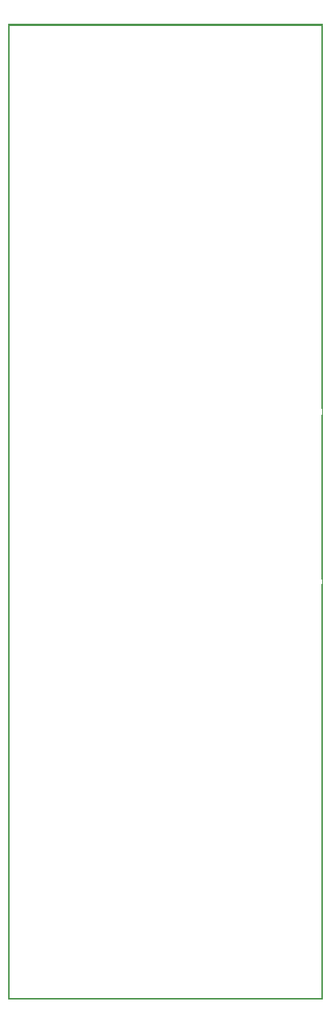
<source format=gbo>
G04 MADE WITH FRITZING*
G04 WWW.FRITZING.ORG*
G04 DOUBLE SIDED*
G04 HOLES PLATED*
G04 CONTOUR ON CENTER OF CONTOUR VECTOR*
%ASAXBY*%
%FSLAX23Y23*%
%MOIN*%
%OFA0B0*%
%SFA1.0B1.0*%
%ADD10R,0.001000X0.001000*%
%LNSILK0*%
G90*
G70*
G54D10*
X0Y4384D02*
X1418Y4384D01*
X0Y4383D02*
X1418Y4383D01*
X0Y4382D02*
X1418Y4382D01*
X0Y4381D02*
X1418Y4381D01*
X0Y4380D02*
X1418Y4380D01*
X0Y4379D02*
X1418Y4379D01*
X0Y4378D02*
X1418Y4378D01*
X0Y4377D02*
X1418Y4377D01*
X0Y4376D02*
X7Y4376D01*
X1411Y4376D02*
X1418Y4376D01*
X0Y4375D02*
X7Y4375D01*
X1411Y4375D02*
X1418Y4375D01*
X0Y4374D02*
X7Y4374D01*
X1411Y4374D02*
X1418Y4374D01*
X0Y4373D02*
X7Y4373D01*
X1411Y4373D02*
X1418Y4373D01*
X0Y4372D02*
X7Y4372D01*
X1411Y4372D02*
X1418Y4372D01*
X0Y4371D02*
X7Y4371D01*
X1411Y4371D02*
X1418Y4371D01*
X0Y4370D02*
X7Y4370D01*
X1411Y4370D02*
X1418Y4370D01*
X0Y4369D02*
X7Y4369D01*
X1411Y4369D02*
X1418Y4369D01*
X0Y4368D02*
X7Y4368D01*
X1411Y4368D02*
X1418Y4368D01*
X0Y4367D02*
X7Y4367D01*
X1411Y4367D02*
X1418Y4367D01*
X0Y4366D02*
X7Y4366D01*
X1411Y4366D02*
X1418Y4366D01*
X0Y4365D02*
X7Y4365D01*
X1411Y4365D02*
X1418Y4365D01*
X0Y4364D02*
X7Y4364D01*
X1411Y4364D02*
X1418Y4364D01*
X0Y4363D02*
X7Y4363D01*
X1411Y4363D02*
X1418Y4363D01*
X0Y4362D02*
X7Y4362D01*
X1411Y4362D02*
X1418Y4362D01*
X0Y4361D02*
X7Y4361D01*
X1411Y4361D02*
X1418Y4361D01*
X0Y4360D02*
X7Y4360D01*
X1411Y4360D02*
X1418Y4360D01*
X0Y4359D02*
X7Y4359D01*
X1411Y4359D02*
X1418Y4359D01*
X0Y4358D02*
X7Y4358D01*
X1411Y4358D02*
X1418Y4358D01*
X0Y4357D02*
X7Y4357D01*
X1411Y4357D02*
X1418Y4357D01*
X0Y4356D02*
X7Y4356D01*
X1411Y4356D02*
X1418Y4356D01*
X0Y4355D02*
X7Y4355D01*
X1411Y4355D02*
X1418Y4355D01*
X0Y4354D02*
X7Y4354D01*
X1411Y4354D02*
X1418Y4354D01*
X0Y4353D02*
X7Y4353D01*
X1411Y4353D02*
X1418Y4353D01*
X0Y4352D02*
X7Y4352D01*
X1411Y4352D02*
X1418Y4352D01*
X0Y4351D02*
X7Y4351D01*
X1411Y4351D02*
X1418Y4351D01*
X0Y4350D02*
X7Y4350D01*
X1411Y4350D02*
X1418Y4350D01*
X0Y4349D02*
X7Y4349D01*
X1411Y4349D02*
X1418Y4349D01*
X0Y4348D02*
X7Y4348D01*
X1411Y4348D02*
X1418Y4348D01*
X0Y4347D02*
X7Y4347D01*
X1411Y4347D02*
X1418Y4347D01*
X0Y4346D02*
X7Y4346D01*
X1411Y4346D02*
X1418Y4346D01*
X0Y4345D02*
X7Y4345D01*
X1411Y4345D02*
X1418Y4345D01*
X0Y4344D02*
X7Y4344D01*
X1411Y4344D02*
X1418Y4344D01*
X0Y4343D02*
X7Y4343D01*
X1411Y4343D02*
X1418Y4343D01*
X0Y4342D02*
X7Y4342D01*
X1411Y4342D02*
X1418Y4342D01*
X0Y4341D02*
X7Y4341D01*
X1411Y4341D02*
X1418Y4341D01*
X0Y4340D02*
X7Y4340D01*
X1411Y4340D02*
X1418Y4340D01*
X0Y4339D02*
X7Y4339D01*
X1411Y4339D02*
X1418Y4339D01*
X0Y4338D02*
X7Y4338D01*
X1411Y4338D02*
X1418Y4338D01*
X0Y4337D02*
X7Y4337D01*
X1411Y4337D02*
X1418Y4337D01*
X0Y4336D02*
X7Y4336D01*
X1411Y4336D02*
X1418Y4336D01*
X0Y4335D02*
X7Y4335D01*
X1411Y4335D02*
X1418Y4335D01*
X0Y4334D02*
X7Y4334D01*
X1411Y4334D02*
X1418Y4334D01*
X0Y4333D02*
X7Y4333D01*
X1411Y4333D02*
X1418Y4333D01*
X0Y4332D02*
X7Y4332D01*
X1411Y4332D02*
X1418Y4332D01*
X0Y4331D02*
X7Y4331D01*
X1411Y4331D02*
X1418Y4331D01*
X0Y4330D02*
X7Y4330D01*
X1411Y4330D02*
X1418Y4330D01*
X0Y4329D02*
X7Y4329D01*
X1411Y4329D02*
X1418Y4329D01*
X0Y4328D02*
X7Y4328D01*
X1411Y4328D02*
X1418Y4328D01*
X0Y4327D02*
X7Y4327D01*
X1411Y4327D02*
X1418Y4327D01*
X0Y4326D02*
X7Y4326D01*
X1411Y4326D02*
X1418Y4326D01*
X0Y4325D02*
X7Y4325D01*
X1411Y4325D02*
X1418Y4325D01*
X0Y4324D02*
X7Y4324D01*
X1411Y4324D02*
X1418Y4324D01*
X0Y4323D02*
X7Y4323D01*
X1411Y4323D02*
X1418Y4323D01*
X0Y4322D02*
X7Y4322D01*
X1411Y4322D02*
X1418Y4322D01*
X0Y4321D02*
X7Y4321D01*
X1411Y4321D02*
X1418Y4321D01*
X0Y4320D02*
X7Y4320D01*
X1411Y4320D02*
X1418Y4320D01*
X0Y4319D02*
X7Y4319D01*
X1411Y4319D02*
X1418Y4319D01*
X0Y4318D02*
X7Y4318D01*
X1411Y4318D02*
X1418Y4318D01*
X0Y4317D02*
X7Y4317D01*
X1411Y4317D02*
X1418Y4317D01*
X0Y4316D02*
X7Y4316D01*
X1411Y4316D02*
X1418Y4316D01*
X0Y4315D02*
X7Y4315D01*
X1411Y4315D02*
X1418Y4315D01*
X0Y4314D02*
X7Y4314D01*
X1411Y4314D02*
X1418Y4314D01*
X0Y4313D02*
X7Y4313D01*
X1411Y4313D02*
X1418Y4313D01*
X0Y4312D02*
X7Y4312D01*
X1411Y4312D02*
X1418Y4312D01*
X0Y4311D02*
X7Y4311D01*
X1411Y4311D02*
X1418Y4311D01*
X0Y4310D02*
X7Y4310D01*
X1411Y4310D02*
X1418Y4310D01*
X0Y4309D02*
X7Y4309D01*
X1411Y4309D02*
X1418Y4309D01*
X0Y4308D02*
X7Y4308D01*
X1411Y4308D02*
X1418Y4308D01*
X0Y4307D02*
X7Y4307D01*
X1411Y4307D02*
X1418Y4307D01*
X0Y4306D02*
X7Y4306D01*
X1411Y4306D02*
X1418Y4306D01*
X0Y4305D02*
X7Y4305D01*
X1411Y4305D02*
X1418Y4305D01*
X0Y4304D02*
X7Y4304D01*
X1411Y4304D02*
X1418Y4304D01*
X0Y4303D02*
X7Y4303D01*
X1411Y4303D02*
X1418Y4303D01*
X0Y4302D02*
X7Y4302D01*
X1411Y4302D02*
X1418Y4302D01*
X0Y4301D02*
X7Y4301D01*
X1411Y4301D02*
X1418Y4301D01*
X0Y4300D02*
X7Y4300D01*
X1411Y4300D02*
X1418Y4300D01*
X0Y4299D02*
X7Y4299D01*
X1411Y4299D02*
X1418Y4299D01*
X0Y4298D02*
X7Y4298D01*
X1411Y4298D02*
X1418Y4298D01*
X0Y4297D02*
X7Y4297D01*
X1411Y4297D02*
X1418Y4297D01*
X0Y4296D02*
X7Y4296D01*
X1411Y4296D02*
X1418Y4296D01*
X0Y4295D02*
X7Y4295D01*
X1411Y4295D02*
X1418Y4295D01*
X0Y4294D02*
X7Y4294D01*
X1411Y4294D02*
X1418Y4294D01*
X0Y4293D02*
X7Y4293D01*
X1411Y4293D02*
X1418Y4293D01*
X0Y4292D02*
X7Y4292D01*
X1411Y4292D02*
X1418Y4292D01*
X0Y4291D02*
X7Y4291D01*
X1411Y4291D02*
X1418Y4291D01*
X0Y4290D02*
X7Y4290D01*
X1411Y4290D02*
X1418Y4290D01*
X0Y4289D02*
X7Y4289D01*
X1411Y4289D02*
X1418Y4289D01*
X0Y4288D02*
X7Y4288D01*
X1411Y4288D02*
X1418Y4288D01*
X0Y4287D02*
X7Y4287D01*
X1411Y4287D02*
X1418Y4287D01*
X0Y4286D02*
X7Y4286D01*
X1411Y4286D02*
X1418Y4286D01*
X0Y4285D02*
X7Y4285D01*
X1411Y4285D02*
X1418Y4285D01*
X0Y4284D02*
X7Y4284D01*
X1411Y4284D02*
X1418Y4284D01*
X0Y4283D02*
X7Y4283D01*
X1411Y4283D02*
X1418Y4283D01*
X0Y4282D02*
X7Y4282D01*
X1411Y4282D02*
X1418Y4282D01*
X0Y4281D02*
X7Y4281D01*
X1411Y4281D02*
X1418Y4281D01*
X0Y4280D02*
X7Y4280D01*
X1411Y4280D02*
X1418Y4280D01*
X0Y4279D02*
X7Y4279D01*
X1411Y4279D02*
X1418Y4279D01*
X0Y4278D02*
X7Y4278D01*
X1411Y4278D02*
X1418Y4278D01*
X0Y4277D02*
X7Y4277D01*
X1411Y4277D02*
X1418Y4277D01*
X0Y4276D02*
X7Y4276D01*
X1411Y4276D02*
X1418Y4276D01*
X0Y4275D02*
X7Y4275D01*
X1411Y4275D02*
X1418Y4275D01*
X0Y4274D02*
X7Y4274D01*
X1411Y4274D02*
X1418Y4274D01*
X0Y4273D02*
X7Y4273D01*
X1411Y4273D02*
X1418Y4273D01*
X0Y4272D02*
X7Y4272D01*
X1411Y4272D02*
X1418Y4272D01*
X0Y4271D02*
X7Y4271D01*
X1411Y4271D02*
X1418Y4271D01*
X0Y4270D02*
X7Y4270D01*
X1411Y4270D02*
X1418Y4270D01*
X0Y4269D02*
X7Y4269D01*
X1411Y4269D02*
X1418Y4269D01*
X0Y4268D02*
X7Y4268D01*
X1411Y4268D02*
X1418Y4268D01*
X0Y4267D02*
X7Y4267D01*
X1411Y4267D02*
X1418Y4267D01*
X0Y4266D02*
X7Y4266D01*
X1411Y4266D02*
X1418Y4266D01*
X0Y4265D02*
X7Y4265D01*
X1411Y4265D02*
X1418Y4265D01*
X0Y4264D02*
X7Y4264D01*
X1411Y4264D02*
X1418Y4264D01*
X0Y4263D02*
X7Y4263D01*
X1411Y4263D02*
X1418Y4263D01*
X0Y4262D02*
X7Y4262D01*
X1411Y4262D02*
X1418Y4262D01*
X0Y4261D02*
X7Y4261D01*
X1411Y4261D02*
X1418Y4261D01*
X0Y4260D02*
X7Y4260D01*
X1411Y4260D02*
X1418Y4260D01*
X0Y4259D02*
X7Y4259D01*
X1411Y4259D02*
X1418Y4259D01*
X0Y4258D02*
X7Y4258D01*
X1411Y4258D02*
X1418Y4258D01*
X0Y4257D02*
X7Y4257D01*
X1411Y4257D02*
X1418Y4257D01*
X0Y4256D02*
X7Y4256D01*
X1411Y4256D02*
X1418Y4256D01*
X0Y4255D02*
X7Y4255D01*
X1411Y4255D02*
X1418Y4255D01*
X0Y4254D02*
X7Y4254D01*
X1411Y4254D02*
X1418Y4254D01*
X0Y4253D02*
X7Y4253D01*
X1411Y4253D02*
X1418Y4253D01*
X0Y4252D02*
X7Y4252D01*
X1411Y4252D02*
X1418Y4252D01*
X0Y4251D02*
X7Y4251D01*
X1411Y4251D02*
X1418Y4251D01*
X0Y4250D02*
X7Y4250D01*
X1411Y4250D02*
X1418Y4250D01*
X0Y4249D02*
X7Y4249D01*
X1411Y4249D02*
X1418Y4249D01*
X0Y4248D02*
X7Y4248D01*
X1411Y4248D02*
X1418Y4248D01*
X0Y4247D02*
X7Y4247D01*
X1411Y4247D02*
X1418Y4247D01*
X0Y4246D02*
X7Y4246D01*
X1411Y4246D02*
X1418Y4246D01*
X0Y4245D02*
X7Y4245D01*
X1411Y4245D02*
X1418Y4245D01*
X0Y4244D02*
X7Y4244D01*
X1411Y4244D02*
X1418Y4244D01*
X0Y4243D02*
X7Y4243D01*
X1411Y4243D02*
X1418Y4243D01*
X0Y4242D02*
X7Y4242D01*
X1411Y4242D02*
X1418Y4242D01*
X0Y4241D02*
X7Y4241D01*
X1411Y4241D02*
X1418Y4241D01*
X0Y4240D02*
X7Y4240D01*
X1411Y4240D02*
X1418Y4240D01*
X0Y4239D02*
X7Y4239D01*
X1411Y4239D02*
X1418Y4239D01*
X0Y4238D02*
X7Y4238D01*
X1411Y4238D02*
X1418Y4238D01*
X0Y4237D02*
X7Y4237D01*
X1411Y4237D02*
X1418Y4237D01*
X0Y4236D02*
X7Y4236D01*
X1411Y4236D02*
X1418Y4236D01*
X0Y4235D02*
X7Y4235D01*
X1411Y4235D02*
X1418Y4235D01*
X0Y4234D02*
X7Y4234D01*
X1411Y4234D02*
X1418Y4234D01*
X0Y4233D02*
X7Y4233D01*
X1411Y4233D02*
X1418Y4233D01*
X0Y4232D02*
X7Y4232D01*
X1411Y4232D02*
X1418Y4232D01*
X0Y4231D02*
X7Y4231D01*
X1411Y4231D02*
X1418Y4231D01*
X0Y4230D02*
X7Y4230D01*
X1411Y4230D02*
X1418Y4230D01*
X0Y4229D02*
X7Y4229D01*
X1411Y4229D02*
X1418Y4229D01*
X0Y4228D02*
X7Y4228D01*
X1411Y4228D02*
X1418Y4228D01*
X0Y4227D02*
X7Y4227D01*
X1411Y4227D02*
X1418Y4227D01*
X0Y4226D02*
X7Y4226D01*
X1411Y4226D02*
X1418Y4226D01*
X0Y4225D02*
X7Y4225D01*
X1411Y4225D02*
X1418Y4225D01*
X0Y4224D02*
X7Y4224D01*
X1411Y4224D02*
X1418Y4224D01*
X0Y4223D02*
X7Y4223D01*
X1411Y4223D02*
X1418Y4223D01*
X0Y4222D02*
X7Y4222D01*
X1411Y4222D02*
X1418Y4222D01*
X0Y4221D02*
X7Y4221D01*
X1411Y4221D02*
X1418Y4221D01*
X0Y4220D02*
X7Y4220D01*
X1411Y4220D02*
X1418Y4220D01*
X0Y4219D02*
X7Y4219D01*
X1411Y4219D02*
X1418Y4219D01*
X0Y4218D02*
X7Y4218D01*
X1411Y4218D02*
X1418Y4218D01*
X0Y4217D02*
X7Y4217D01*
X1411Y4217D02*
X1418Y4217D01*
X0Y4216D02*
X7Y4216D01*
X1411Y4216D02*
X1418Y4216D01*
X0Y4215D02*
X7Y4215D01*
X1411Y4215D02*
X1418Y4215D01*
X0Y4214D02*
X7Y4214D01*
X1411Y4214D02*
X1418Y4214D01*
X0Y4213D02*
X7Y4213D01*
X1411Y4213D02*
X1418Y4213D01*
X0Y4212D02*
X7Y4212D01*
X1411Y4212D02*
X1418Y4212D01*
X0Y4211D02*
X7Y4211D01*
X1411Y4211D02*
X1418Y4211D01*
X0Y4210D02*
X7Y4210D01*
X1411Y4210D02*
X1418Y4210D01*
X0Y4209D02*
X7Y4209D01*
X1411Y4209D02*
X1418Y4209D01*
X0Y4208D02*
X7Y4208D01*
X1411Y4208D02*
X1418Y4208D01*
X0Y4207D02*
X7Y4207D01*
X1411Y4207D02*
X1418Y4207D01*
X0Y4206D02*
X7Y4206D01*
X1411Y4206D02*
X1418Y4206D01*
X0Y4205D02*
X7Y4205D01*
X1411Y4205D02*
X1418Y4205D01*
X0Y4204D02*
X7Y4204D01*
X1411Y4204D02*
X1418Y4204D01*
X0Y4203D02*
X7Y4203D01*
X1411Y4203D02*
X1418Y4203D01*
X0Y4202D02*
X7Y4202D01*
X1411Y4202D02*
X1418Y4202D01*
X0Y4201D02*
X7Y4201D01*
X1411Y4201D02*
X1418Y4201D01*
X0Y4200D02*
X7Y4200D01*
X1411Y4200D02*
X1418Y4200D01*
X0Y4199D02*
X7Y4199D01*
X1411Y4199D02*
X1418Y4199D01*
X0Y4198D02*
X7Y4198D01*
X1411Y4198D02*
X1418Y4198D01*
X0Y4197D02*
X7Y4197D01*
X1411Y4197D02*
X1418Y4197D01*
X0Y4196D02*
X7Y4196D01*
X1411Y4196D02*
X1418Y4196D01*
X0Y4195D02*
X7Y4195D01*
X1411Y4195D02*
X1418Y4195D01*
X0Y4194D02*
X7Y4194D01*
X1411Y4194D02*
X1418Y4194D01*
X0Y4193D02*
X7Y4193D01*
X1411Y4193D02*
X1418Y4193D01*
X0Y4192D02*
X7Y4192D01*
X1411Y4192D02*
X1418Y4192D01*
X0Y4191D02*
X7Y4191D01*
X1411Y4191D02*
X1418Y4191D01*
X0Y4190D02*
X7Y4190D01*
X1411Y4190D02*
X1418Y4190D01*
X0Y4189D02*
X7Y4189D01*
X1411Y4189D02*
X1418Y4189D01*
X0Y4188D02*
X7Y4188D01*
X1411Y4188D02*
X1418Y4188D01*
X0Y4187D02*
X7Y4187D01*
X1411Y4187D02*
X1418Y4187D01*
X0Y4186D02*
X7Y4186D01*
X1411Y4186D02*
X1418Y4186D01*
X0Y4185D02*
X7Y4185D01*
X1411Y4185D02*
X1418Y4185D01*
X0Y4184D02*
X7Y4184D01*
X1411Y4184D02*
X1418Y4184D01*
X0Y4183D02*
X7Y4183D01*
X1411Y4183D02*
X1418Y4183D01*
X0Y4182D02*
X7Y4182D01*
X1411Y4182D02*
X1418Y4182D01*
X0Y4181D02*
X7Y4181D01*
X1411Y4181D02*
X1418Y4181D01*
X0Y4180D02*
X7Y4180D01*
X1411Y4180D02*
X1418Y4180D01*
X0Y4179D02*
X7Y4179D01*
X1411Y4179D02*
X1418Y4179D01*
X0Y4178D02*
X7Y4178D01*
X1411Y4178D02*
X1418Y4178D01*
X0Y4177D02*
X7Y4177D01*
X1411Y4177D02*
X1418Y4177D01*
X0Y4176D02*
X7Y4176D01*
X1411Y4176D02*
X1418Y4176D01*
X0Y4175D02*
X7Y4175D01*
X1411Y4175D02*
X1418Y4175D01*
X0Y4174D02*
X7Y4174D01*
X1411Y4174D02*
X1418Y4174D01*
X0Y4173D02*
X7Y4173D01*
X1411Y4173D02*
X1418Y4173D01*
X0Y4172D02*
X7Y4172D01*
X1411Y4172D02*
X1418Y4172D01*
X0Y4171D02*
X7Y4171D01*
X1411Y4171D02*
X1418Y4171D01*
X0Y4170D02*
X7Y4170D01*
X1411Y4170D02*
X1418Y4170D01*
X0Y4169D02*
X7Y4169D01*
X1411Y4169D02*
X1418Y4169D01*
X0Y4168D02*
X7Y4168D01*
X1411Y4168D02*
X1418Y4168D01*
X0Y4167D02*
X7Y4167D01*
X1411Y4167D02*
X1418Y4167D01*
X0Y4166D02*
X7Y4166D01*
X1411Y4166D02*
X1418Y4166D01*
X0Y4165D02*
X7Y4165D01*
X1411Y4165D02*
X1418Y4165D01*
X0Y4164D02*
X7Y4164D01*
X1411Y4164D02*
X1418Y4164D01*
X0Y4163D02*
X7Y4163D01*
X1411Y4163D02*
X1418Y4163D01*
X0Y4162D02*
X7Y4162D01*
X1411Y4162D02*
X1418Y4162D01*
X0Y4161D02*
X7Y4161D01*
X1411Y4161D02*
X1418Y4161D01*
X0Y4160D02*
X7Y4160D01*
X1411Y4160D02*
X1418Y4160D01*
X0Y4159D02*
X7Y4159D01*
X1411Y4159D02*
X1418Y4159D01*
X0Y4158D02*
X7Y4158D01*
X1411Y4158D02*
X1418Y4158D01*
X0Y4157D02*
X7Y4157D01*
X1411Y4157D02*
X1418Y4157D01*
X0Y4156D02*
X7Y4156D01*
X1411Y4156D02*
X1418Y4156D01*
X0Y4155D02*
X7Y4155D01*
X1411Y4155D02*
X1418Y4155D01*
X0Y4154D02*
X7Y4154D01*
X1411Y4154D02*
X1418Y4154D01*
X0Y4153D02*
X7Y4153D01*
X1411Y4153D02*
X1418Y4153D01*
X0Y4152D02*
X7Y4152D01*
X1411Y4152D02*
X1418Y4152D01*
X0Y4151D02*
X7Y4151D01*
X1411Y4151D02*
X1418Y4151D01*
X0Y4150D02*
X7Y4150D01*
X1411Y4150D02*
X1418Y4150D01*
X0Y4149D02*
X7Y4149D01*
X1411Y4149D02*
X1418Y4149D01*
X0Y4148D02*
X7Y4148D01*
X1411Y4148D02*
X1418Y4148D01*
X0Y4147D02*
X7Y4147D01*
X1411Y4147D02*
X1418Y4147D01*
X0Y4146D02*
X7Y4146D01*
X1411Y4146D02*
X1418Y4146D01*
X0Y4145D02*
X7Y4145D01*
X1411Y4145D02*
X1418Y4145D01*
X0Y4144D02*
X7Y4144D01*
X1411Y4144D02*
X1418Y4144D01*
X0Y4143D02*
X7Y4143D01*
X1411Y4143D02*
X1418Y4143D01*
X0Y4142D02*
X7Y4142D01*
X1411Y4142D02*
X1418Y4142D01*
X0Y4141D02*
X7Y4141D01*
X1411Y4141D02*
X1418Y4141D01*
X0Y4140D02*
X7Y4140D01*
X1411Y4140D02*
X1418Y4140D01*
X0Y4139D02*
X7Y4139D01*
X1411Y4139D02*
X1418Y4139D01*
X0Y4138D02*
X7Y4138D01*
X1411Y4138D02*
X1418Y4138D01*
X0Y4137D02*
X7Y4137D01*
X1411Y4137D02*
X1418Y4137D01*
X0Y4136D02*
X7Y4136D01*
X1411Y4136D02*
X1418Y4136D01*
X0Y4135D02*
X7Y4135D01*
X1411Y4135D02*
X1418Y4135D01*
X0Y4134D02*
X7Y4134D01*
X1411Y4134D02*
X1418Y4134D01*
X0Y4133D02*
X7Y4133D01*
X1411Y4133D02*
X1418Y4133D01*
X0Y4132D02*
X7Y4132D01*
X1411Y4132D02*
X1418Y4132D01*
X0Y4131D02*
X7Y4131D01*
X1411Y4131D02*
X1418Y4131D01*
X0Y4130D02*
X7Y4130D01*
X1411Y4130D02*
X1418Y4130D01*
X0Y4129D02*
X7Y4129D01*
X1411Y4129D02*
X1418Y4129D01*
X0Y4128D02*
X7Y4128D01*
X1411Y4128D02*
X1418Y4128D01*
X0Y4127D02*
X7Y4127D01*
X1411Y4127D02*
X1418Y4127D01*
X0Y4126D02*
X7Y4126D01*
X1411Y4126D02*
X1418Y4126D01*
X0Y4125D02*
X7Y4125D01*
X1411Y4125D02*
X1418Y4125D01*
X0Y4124D02*
X7Y4124D01*
X1411Y4124D02*
X1418Y4124D01*
X0Y4123D02*
X7Y4123D01*
X1411Y4123D02*
X1418Y4123D01*
X0Y4122D02*
X7Y4122D01*
X1411Y4122D02*
X1418Y4122D01*
X0Y4121D02*
X7Y4121D01*
X1411Y4121D02*
X1418Y4121D01*
X0Y4120D02*
X7Y4120D01*
X1411Y4120D02*
X1418Y4120D01*
X0Y4119D02*
X7Y4119D01*
X1411Y4119D02*
X1418Y4119D01*
X0Y4118D02*
X7Y4118D01*
X1411Y4118D02*
X1418Y4118D01*
X0Y4117D02*
X7Y4117D01*
X1411Y4117D02*
X1418Y4117D01*
X0Y4116D02*
X7Y4116D01*
X1411Y4116D02*
X1418Y4116D01*
X0Y4115D02*
X7Y4115D01*
X1411Y4115D02*
X1418Y4115D01*
X0Y4114D02*
X7Y4114D01*
X1411Y4114D02*
X1418Y4114D01*
X0Y4113D02*
X7Y4113D01*
X1411Y4113D02*
X1418Y4113D01*
X0Y4112D02*
X7Y4112D01*
X1411Y4112D02*
X1418Y4112D01*
X0Y4111D02*
X7Y4111D01*
X1411Y4111D02*
X1418Y4111D01*
X0Y4110D02*
X7Y4110D01*
X1411Y4110D02*
X1418Y4110D01*
X0Y4109D02*
X7Y4109D01*
X1411Y4109D02*
X1418Y4109D01*
X0Y4108D02*
X7Y4108D01*
X1411Y4108D02*
X1418Y4108D01*
X0Y4107D02*
X7Y4107D01*
X1411Y4107D02*
X1418Y4107D01*
X0Y4106D02*
X7Y4106D01*
X1411Y4106D02*
X1418Y4106D01*
X0Y4105D02*
X7Y4105D01*
X1411Y4105D02*
X1418Y4105D01*
X0Y4104D02*
X7Y4104D01*
X1411Y4104D02*
X1418Y4104D01*
X0Y4103D02*
X7Y4103D01*
X1411Y4103D02*
X1418Y4103D01*
X0Y4102D02*
X7Y4102D01*
X1411Y4102D02*
X1418Y4102D01*
X0Y4101D02*
X7Y4101D01*
X1411Y4101D02*
X1418Y4101D01*
X0Y4100D02*
X7Y4100D01*
X1411Y4100D02*
X1418Y4100D01*
X0Y4099D02*
X7Y4099D01*
X1411Y4099D02*
X1418Y4099D01*
X0Y4098D02*
X7Y4098D01*
X1411Y4098D02*
X1418Y4098D01*
X0Y4097D02*
X7Y4097D01*
X1411Y4097D02*
X1418Y4097D01*
X0Y4096D02*
X7Y4096D01*
X1411Y4096D02*
X1418Y4096D01*
X0Y4095D02*
X7Y4095D01*
X1411Y4095D02*
X1418Y4095D01*
X0Y4094D02*
X7Y4094D01*
X1411Y4094D02*
X1418Y4094D01*
X0Y4093D02*
X7Y4093D01*
X1411Y4093D02*
X1418Y4093D01*
X0Y4092D02*
X7Y4092D01*
X1411Y4092D02*
X1418Y4092D01*
X0Y4091D02*
X7Y4091D01*
X1411Y4091D02*
X1418Y4091D01*
X0Y4090D02*
X7Y4090D01*
X1411Y4090D02*
X1418Y4090D01*
X0Y4089D02*
X7Y4089D01*
X1411Y4089D02*
X1418Y4089D01*
X0Y4088D02*
X7Y4088D01*
X1411Y4088D02*
X1418Y4088D01*
X0Y4087D02*
X7Y4087D01*
X1411Y4087D02*
X1418Y4087D01*
X0Y4086D02*
X7Y4086D01*
X1411Y4086D02*
X1418Y4086D01*
X0Y4085D02*
X7Y4085D01*
X1411Y4085D02*
X1418Y4085D01*
X0Y4084D02*
X7Y4084D01*
X1411Y4084D02*
X1418Y4084D01*
X0Y4083D02*
X7Y4083D01*
X1411Y4083D02*
X1418Y4083D01*
X0Y4082D02*
X7Y4082D01*
X1411Y4082D02*
X1418Y4082D01*
X0Y4081D02*
X7Y4081D01*
X1411Y4081D02*
X1418Y4081D01*
X0Y4080D02*
X7Y4080D01*
X1411Y4080D02*
X1418Y4080D01*
X0Y4079D02*
X7Y4079D01*
X1411Y4079D02*
X1418Y4079D01*
X0Y4078D02*
X7Y4078D01*
X1411Y4078D02*
X1418Y4078D01*
X0Y4077D02*
X7Y4077D01*
X1411Y4077D02*
X1418Y4077D01*
X0Y4076D02*
X7Y4076D01*
X1411Y4076D02*
X1418Y4076D01*
X0Y4075D02*
X7Y4075D01*
X1411Y4075D02*
X1418Y4075D01*
X0Y4074D02*
X7Y4074D01*
X1411Y4074D02*
X1418Y4074D01*
X0Y4073D02*
X7Y4073D01*
X1411Y4073D02*
X1418Y4073D01*
X0Y4072D02*
X7Y4072D01*
X1411Y4072D02*
X1418Y4072D01*
X0Y4071D02*
X7Y4071D01*
X1411Y4071D02*
X1418Y4071D01*
X0Y4070D02*
X7Y4070D01*
X1411Y4070D02*
X1418Y4070D01*
X0Y4069D02*
X7Y4069D01*
X1411Y4069D02*
X1418Y4069D01*
X0Y4068D02*
X7Y4068D01*
X1411Y4068D02*
X1418Y4068D01*
X0Y4067D02*
X7Y4067D01*
X1411Y4067D02*
X1418Y4067D01*
X0Y4066D02*
X7Y4066D01*
X1411Y4066D02*
X1418Y4066D01*
X0Y4065D02*
X7Y4065D01*
X1411Y4065D02*
X1418Y4065D01*
X0Y4064D02*
X7Y4064D01*
X1411Y4064D02*
X1418Y4064D01*
X0Y4063D02*
X7Y4063D01*
X1411Y4063D02*
X1418Y4063D01*
X0Y4062D02*
X7Y4062D01*
X1411Y4062D02*
X1418Y4062D01*
X0Y4061D02*
X7Y4061D01*
X1411Y4061D02*
X1418Y4061D01*
X0Y4060D02*
X7Y4060D01*
X1411Y4060D02*
X1418Y4060D01*
X0Y4059D02*
X7Y4059D01*
X1411Y4059D02*
X1418Y4059D01*
X0Y4058D02*
X7Y4058D01*
X1411Y4058D02*
X1418Y4058D01*
X0Y4057D02*
X7Y4057D01*
X1411Y4057D02*
X1418Y4057D01*
X0Y4056D02*
X7Y4056D01*
X1411Y4056D02*
X1418Y4056D01*
X0Y4055D02*
X7Y4055D01*
X1411Y4055D02*
X1418Y4055D01*
X0Y4054D02*
X7Y4054D01*
X1411Y4054D02*
X1418Y4054D01*
X0Y4053D02*
X7Y4053D01*
X1411Y4053D02*
X1418Y4053D01*
X0Y4052D02*
X7Y4052D01*
X1411Y4052D02*
X1418Y4052D01*
X0Y4051D02*
X7Y4051D01*
X1411Y4051D02*
X1418Y4051D01*
X0Y4050D02*
X7Y4050D01*
X1411Y4050D02*
X1418Y4050D01*
X0Y4049D02*
X7Y4049D01*
X1411Y4049D02*
X1418Y4049D01*
X0Y4048D02*
X7Y4048D01*
X1411Y4048D02*
X1418Y4048D01*
X0Y4047D02*
X7Y4047D01*
X1411Y4047D02*
X1418Y4047D01*
X0Y4046D02*
X7Y4046D01*
X1411Y4046D02*
X1418Y4046D01*
X0Y4045D02*
X7Y4045D01*
X1411Y4045D02*
X1418Y4045D01*
X0Y4044D02*
X7Y4044D01*
X1411Y4044D02*
X1418Y4044D01*
X0Y4043D02*
X7Y4043D01*
X1411Y4043D02*
X1418Y4043D01*
X0Y4042D02*
X7Y4042D01*
X1411Y4042D02*
X1418Y4042D01*
X0Y4041D02*
X7Y4041D01*
X1411Y4041D02*
X1418Y4041D01*
X0Y4040D02*
X7Y4040D01*
X1411Y4040D02*
X1418Y4040D01*
X0Y4039D02*
X7Y4039D01*
X1411Y4039D02*
X1418Y4039D01*
X0Y4038D02*
X7Y4038D01*
X1411Y4038D02*
X1418Y4038D01*
X0Y4037D02*
X7Y4037D01*
X1411Y4037D02*
X1418Y4037D01*
X0Y4036D02*
X7Y4036D01*
X1411Y4036D02*
X1418Y4036D01*
X0Y4035D02*
X7Y4035D01*
X1411Y4035D02*
X1418Y4035D01*
X0Y4034D02*
X7Y4034D01*
X1411Y4034D02*
X1418Y4034D01*
X0Y4033D02*
X7Y4033D01*
X1411Y4033D02*
X1418Y4033D01*
X0Y4032D02*
X7Y4032D01*
X1411Y4032D02*
X1418Y4032D01*
X0Y4031D02*
X7Y4031D01*
X1411Y4031D02*
X1418Y4031D01*
X0Y4030D02*
X7Y4030D01*
X1411Y4030D02*
X1418Y4030D01*
X0Y4029D02*
X7Y4029D01*
X1411Y4029D02*
X1418Y4029D01*
X0Y4028D02*
X7Y4028D01*
X1411Y4028D02*
X1418Y4028D01*
X0Y4027D02*
X7Y4027D01*
X1411Y4027D02*
X1418Y4027D01*
X0Y4026D02*
X7Y4026D01*
X1411Y4026D02*
X1418Y4026D01*
X0Y4025D02*
X7Y4025D01*
X1411Y4025D02*
X1418Y4025D01*
X0Y4024D02*
X7Y4024D01*
X1411Y4024D02*
X1418Y4024D01*
X0Y4023D02*
X7Y4023D01*
X1411Y4023D02*
X1418Y4023D01*
X0Y4022D02*
X7Y4022D01*
X1411Y4022D02*
X1418Y4022D01*
X0Y4021D02*
X7Y4021D01*
X1411Y4021D02*
X1418Y4021D01*
X0Y4020D02*
X7Y4020D01*
X1411Y4020D02*
X1418Y4020D01*
X0Y4019D02*
X7Y4019D01*
X1411Y4019D02*
X1418Y4019D01*
X0Y4018D02*
X7Y4018D01*
X1411Y4018D02*
X1418Y4018D01*
X0Y4017D02*
X7Y4017D01*
X1411Y4017D02*
X1418Y4017D01*
X0Y4016D02*
X7Y4016D01*
X1411Y4016D02*
X1418Y4016D01*
X0Y4015D02*
X7Y4015D01*
X1411Y4015D02*
X1418Y4015D01*
X0Y4014D02*
X7Y4014D01*
X1411Y4014D02*
X1418Y4014D01*
X0Y4013D02*
X7Y4013D01*
X1411Y4013D02*
X1418Y4013D01*
X0Y4012D02*
X7Y4012D01*
X1411Y4012D02*
X1418Y4012D01*
X0Y4011D02*
X7Y4011D01*
X1411Y4011D02*
X1418Y4011D01*
X0Y4010D02*
X7Y4010D01*
X1411Y4010D02*
X1418Y4010D01*
X0Y4009D02*
X7Y4009D01*
X1411Y4009D02*
X1418Y4009D01*
X0Y4008D02*
X7Y4008D01*
X1411Y4008D02*
X1418Y4008D01*
X0Y4007D02*
X7Y4007D01*
X1411Y4007D02*
X1418Y4007D01*
X0Y4006D02*
X7Y4006D01*
X1411Y4006D02*
X1418Y4006D01*
X0Y4005D02*
X7Y4005D01*
X1411Y4005D02*
X1418Y4005D01*
X0Y4004D02*
X7Y4004D01*
X1411Y4004D02*
X1418Y4004D01*
X0Y4003D02*
X7Y4003D01*
X1411Y4003D02*
X1418Y4003D01*
X0Y4002D02*
X7Y4002D01*
X1411Y4002D02*
X1418Y4002D01*
X0Y4001D02*
X7Y4001D01*
X1411Y4001D02*
X1418Y4001D01*
X0Y4000D02*
X7Y4000D01*
X1411Y4000D02*
X1418Y4000D01*
X0Y3999D02*
X7Y3999D01*
X1411Y3999D02*
X1418Y3999D01*
X0Y3998D02*
X7Y3998D01*
X1411Y3998D02*
X1418Y3998D01*
X0Y3997D02*
X7Y3997D01*
X1411Y3997D02*
X1418Y3997D01*
X0Y3996D02*
X7Y3996D01*
X1411Y3996D02*
X1418Y3996D01*
X0Y3995D02*
X7Y3995D01*
X1411Y3995D02*
X1418Y3995D01*
X0Y3994D02*
X7Y3994D01*
X1411Y3994D02*
X1418Y3994D01*
X0Y3993D02*
X7Y3993D01*
X1411Y3993D02*
X1418Y3993D01*
X0Y3992D02*
X7Y3992D01*
X1411Y3992D02*
X1418Y3992D01*
X0Y3991D02*
X7Y3991D01*
X1411Y3991D02*
X1418Y3991D01*
X0Y3990D02*
X7Y3990D01*
X1411Y3990D02*
X1418Y3990D01*
X0Y3989D02*
X7Y3989D01*
X1411Y3989D02*
X1418Y3989D01*
X0Y3988D02*
X7Y3988D01*
X1411Y3988D02*
X1418Y3988D01*
X0Y3987D02*
X7Y3987D01*
X1411Y3987D02*
X1418Y3987D01*
X0Y3986D02*
X7Y3986D01*
X1411Y3986D02*
X1418Y3986D01*
X0Y3985D02*
X7Y3985D01*
X1411Y3985D02*
X1418Y3985D01*
X0Y3984D02*
X7Y3984D01*
X1411Y3984D02*
X1418Y3984D01*
X0Y3983D02*
X7Y3983D01*
X1411Y3983D02*
X1418Y3983D01*
X0Y3982D02*
X7Y3982D01*
X1411Y3982D02*
X1418Y3982D01*
X0Y3981D02*
X7Y3981D01*
X1411Y3981D02*
X1418Y3981D01*
X0Y3980D02*
X7Y3980D01*
X1411Y3980D02*
X1418Y3980D01*
X0Y3979D02*
X7Y3979D01*
X1411Y3979D02*
X1418Y3979D01*
X0Y3978D02*
X7Y3978D01*
X1411Y3978D02*
X1418Y3978D01*
X0Y3977D02*
X7Y3977D01*
X1411Y3977D02*
X1418Y3977D01*
X0Y3976D02*
X7Y3976D01*
X1411Y3976D02*
X1418Y3976D01*
X0Y3975D02*
X7Y3975D01*
X1411Y3975D02*
X1418Y3975D01*
X0Y3974D02*
X7Y3974D01*
X1411Y3974D02*
X1418Y3974D01*
X0Y3973D02*
X7Y3973D01*
X1411Y3973D02*
X1418Y3973D01*
X0Y3972D02*
X7Y3972D01*
X1411Y3972D02*
X1418Y3972D01*
X0Y3971D02*
X7Y3971D01*
X1411Y3971D02*
X1418Y3971D01*
X0Y3970D02*
X7Y3970D01*
X1411Y3970D02*
X1418Y3970D01*
X0Y3969D02*
X7Y3969D01*
X1411Y3969D02*
X1418Y3969D01*
X0Y3968D02*
X7Y3968D01*
X1411Y3968D02*
X1418Y3968D01*
X0Y3967D02*
X7Y3967D01*
X1411Y3967D02*
X1418Y3967D01*
X0Y3966D02*
X7Y3966D01*
X1411Y3966D02*
X1418Y3966D01*
X0Y3965D02*
X7Y3965D01*
X1411Y3965D02*
X1418Y3965D01*
X0Y3964D02*
X7Y3964D01*
X1411Y3964D02*
X1418Y3964D01*
X0Y3963D02*
X7Y3963D01*
X1411Y3963D02*
X1418Y3963D01*
X0Y3962D02*
X7Y3962D01*
X1411Y3962D02*
X1418Y3962D01*
X0Y3961D02*
X7Y3961D01*
X1411Y3961D02*
X1418Y3961D01*
X0Y3960D02*
X7Y3960D01*
X1411Y3960D02*
X1418Y3960D01*
X0Y3959D02*
X7Y3959D01*
X1411Y3959D02*
X1418Y3959D01*
X0Y3958D02*
X7Y3958D01*
X1411Y3958D02*
X1418Y3958D01*
X0Y3957D02*
X7Y3957D01*
X1411Y3957D02*
X1418Y3957D01*
X0Y3956D02*
X7Y3956D01*
X1411Y3956D02*
X1418Y3956D01*
X0Y3955D02*
X7Y3955D01*
X1411Y3955D02*
X1418Y3955D01*
X0Y3954D02*
X7Y3954D01*
X1411Y3954D02*
X1418Y3954D01*
X0Y3953D02*
X7Y3953D01*
X1411Y3953D02*
X1418Y3953D01*
X0Y3952D02*
X7Y3952D01*
X1411Y3952D02*
X1418Y3952D01*
X0Y3951D02*
X7Y3951D01*
X1411Y3951D02*
X1418Y3951D01*
X0Y3950D02*
X7Y3950D01*
X1411Y3950D02*
X1418Y3950D01*
X0Y3949D02*
X7Y3949D01*
X1411Y3949D02*
X1418Y3949D01*
X0Y3948D02*
X7Y3948D01*
X1411Y3948D02*
X1418Y3948D01*
X0Y3947D02*
X7Y3947D01*
X1411Y3947D02*
X1418Y3947D01*
X0Y3946D02*
X7Y3946D01*
X1411Y3946D02*
X1418Y3946D01*
X0Y3945D02*
X7Y3945D01*
X1411Y3945D02*
X1418Y3945D01*
X0Y3944D02*
X7Y3944D01*
X1411Y3944D02*
X1418Y3944D01*
X0Y3943D02*
X7Y3943D01*
X1411Y3943D02*
X1418Y3943D01*
X0Y3942D02*
X7Y3942D01*
X1411Y3942D02*
X1418Y3942D01*
X0Y3941D02*
X7Y3941D01*
X1411Y3941D02*
X1418Y3941D01*
X0Y3940D02*
X7Y3940D01*
X1411Y3940D02*
X1418Y3940D01*
X0Y3939D02*
X7Y3939D01*
X1411Y3939D02*
X1418Y3939D01*
X0Y3938D02*
X7Y3938D01*
X1411Y3938D02*
X1418Y3938D01*
X0Y3937D02*
X7Y3937D01*
X1411Y3937D02*
X1418Y3937D01*
X0Y3936D02*
X7Y3936D01*
X1411Y3936D02*
X1418Y3936D01*
X0Y3935D02*
X7Y3935D01*
X1411Y3935D02*
X1418Y3935D01*
X0Y3934D02*
X7Y3934D01*
X1411Y3934D02*
X1418Y3934D01*
X0Y3933D02*
X7Y3933D01*
X1411Y3933D02*
X1418Y3933D01*
X0Y3932D02*
X7Y3932D01*
X1411Y3932D02*
X1418Y3932D01*
X0Y3931D02*
X7Y3931D01*
X1411Y3931D02*
X1418Y3931D01*
X0Y3930D02*
X7Y3930D01*
X1411Y3930D02*
X1418Y3930D01*
X0Y3929D02*
X7Y3929D01*
X1411Y3929D02*
X1418Y3929D01*
X0Y3928D02*
X7Y3928D01*
X1411Y3928D02*
X1418Y3928D01*
X0Y3927D02*
X7Y3927D01*
X1411Y3927D02*
X1418Y3927D01*
X0Y3926D02*
X7Y3926D01*
X1411Y3926D02*
X1418Y3926D01*
X0Y3925D02*
X7Y3925D01*
X1411Y3925D02*
X1418Y3925D01*
X0Y3924D02*
X7Y3924D01*
X1411Y3924D02*
X1418Y3924D01*
X0Y3923D02*
X7Y3923D01*
X1411Y3923D02*
X1418Y3923D01*
X0Y3922D02*
X7Y3922D01*
X1411Y3922D02*
X1418Y3922D01*
X0Y3921D02*
X7Y3921D01*
X1411Y3921D02*
X1418Y3921D01*
X0Y3920D02*
X7Y3920D01*
X1411Y3920D02*
X1418Y3920D01*
X0Y3919D02*
X7Y3919D01*
X1411Y3919D02*
X1418Y3919D01*
X0Y3918D02*
X7Y3918D01*
X1411Y3918D02*
X1418Y3918D01*
X0Y3917D02*
X7Y3917D01*
X1411Y3917D02*
X1418Y3917D01*
X0Y3916D02*
X7Y3916D01*
X1411Y3916D02*
X1418Y3916D01*
X0Y3915D02*
X7Y3915D01*
X1411Y3915D02*
X1418Y3915D01*
X0Y3914D02*
X7Y3914D01*
X1411Y3914D02*
X1418Y3914D01*
X0Y3913D02*
X7Y3913D01*
X1411Y3913D02*
X1418Y3913D01*
X0Y3912D02*
X7Y3912D01*
X1411Y3912D02*
X1418Y3912D01*
X0Y3911D02*
X7Y3911D01*
X1411Y3911D02*
X1418Y3911D01*
X0Y3910D02*
X7Y3910D01*
X1411Y3910D02*
X1418Y3910D01*
X0Y3909D02*
X7Y3909D01*
X1411Y3909D02*
X1418Y3909D01*
X0Y3908D02*
X7Y3908D01*
X1411Y3908D02*
X1418Y3908D01*
X0Y3907D02*
X7Y3907D01*
X1411Y3907D02*
X1418Y3907D01*
X0Y3906D02*
X7Y3906D01*
X1411Y3906D02*
X1418Y3906D01*
X0Y3905D02*
X7Y3905D01*
X1411Y3905D02*
X1418Y3905D01*
X0Y3904D02*
X7Y3904D01*
X1411Y3904D02*
X1418Y3904D01*
X0Y3903D02*
X7Y3903D01*
X1411Y3903D02*
X1418Y3903D01*
X0Y3902D02*
X7Y3902D01*
X1411Y3902D02*
X1418Y3902D01*
X0Y3901D02*
X7Y3901D01*
X1411Y3901D02*
X1418Y3901D01*
X0Y3900D02*
X7Y3900D01*
X1411Y3900D02*
X1418Y3900D01*
X0Y3899D02*
X7Y3899D01*
X1411Y3899D02*
X1418Y3899D01*
X0Y3898D02*
X7Y3898D01*
X1411Y3898D02*
X1418Y3898D01*
X0Y3897D02*
X7Y3897D01*
X1411Y3897D02*
X1418Y3897D01*
X0Y3896D02*
X7Y3896D01*
X1411Y3896D02*
X1418Y3896D01*
X0Y3895D02*
X7Y3895D01*
X1411Y3895D02*
X1418Y3895D01*
X0Y3894D02*
X7Y3894D01*
X1411Y3894D02*
X1418Y3894D01*
X0Y3893D02*
X7Y3893D01*
X1411Y3893D02*
X1418Y3893D01*
X0Y3892D02*
X7Y3892D01*
X1411Y3892D02*
X1418Y3892D01*
X0Y3891D02*
X7Y3891D01*
X1411Y3891D02*
X1418Y3891D01*
X0Y3890D02*
X7Y3890D01*
X1411Y3890D02*
X1418Y3890D01*
X0Y3889D02*
X7Y3889D01*
X1411Y3889D02*
X1418Y3889D01*
X0Y3888D02*
X7Y3888D01*
X1411Y3888D02*
X1418Y3888D01*
X0Y3887D02*
X7Y3887D01*
X1411Y3887D02*
X1418Y3887D01*
X0Y3886D02*
X7Y3886D01*
X1411Y3886D02*
X1418Y3886D01*
X0Y3885D02*
X7Y3885D01*
X1411Y3885D02*
X1418Y3885D01*
X0Y3884D02*
X7Y3884D01*
X1411Y3884D02*
X1418Y3884D01*
X0Y3883D02*
X7Y3883D01*
X1411Y3883D02*
X1418Y3883D01*
X0Y3882D02*
X7Y3882D01*
X1411Y3882D02*
X1418Y3882D01*
X0Y3881D02*
X7Y3881D01*
X1411Y3881D02*
X1418Y3881D01*
X0Y3880D02*
X7Y3880D01*
X1411Y3880D02*
X1418Y3880D01*
X0Y3879D02*
X7Y3879D01*
X1411Y3879D02*
X1418Y3879D01*
X0Y3878D02*
X7Y3878D01*
X1411Y3878D02*
X1418Y3878D01*
X0Y3877D02*
X7Y3877D01*
X1411Y3877D02*
X1418Y3877D01*
X0Y3876D02*
X7Y3876D01*
X1411Y3876D02*
X1418Y3876D01*
X0Y3875D02*
X7Y3875D01*
X1411Y3875D02*
X1418Y3875D01*
X0Y3874D02*
X7Y3874D01*
X1411Y3874D02*
X1418Y3874D01*
X0Y3873D02*
X7Y3873D01*
X1411Y3873D02*
X1418Y3873D01*
X0Y3872D02*
X7Y3872D01*
X1411Y3872D02*
X1418Y3872D01*
X0Y3871D02*
X7Y3871D01*
X1411Y3871D02*
X1418Y3871D01*
X0Y3870D02*
X7Y3870D01*
X1411Y3870D02*
X1418Y3870D01*
X0Y3869D02*
X7Y3869D01*
X1411Y3869D02*
X1418Y3869D01*
X0Y3868D02*
X7Y3868D01*
X1411Y3868D02*
X1418Y3868D01*
X0Y3867D02*
X7Y3867D01*
X1411Y3867D02*
X1418Y3867D01*
X0Y3866D02*
X7Y3866D01*
X1411Y3866D02*
X1418Y3866D01*
X0Y3865D02*
X7Y3865D01*
X1411Y3865D02*
X1418Y3865D01*
X0Y3864D02*
X7Y3864D01*
X1411Y3864D02*
X1418Y3864D01*
X0Y3863D02*
X7Y3863D01*
X1411Y3863D02*
X1418Y3863D01*
X0Y3862D02*
X7Y3862D01*
X1411Y3862D02*
X1418Y3862D01*
X0Y3861D02*
X7Y3861D01*
X1411Y3861D02*
X1418Y3861D01*
X0Y3860D02*
X7Y3860D01*
X1411Y3860D02*
X1418Y3860D01*
X0Y3859D02*
X7Y3859D01*
X1411Y3859D02*
X1418Y3859D01*
X0Y3858D02*
X7Y3858D01*
X1411Y3858D02*
X1418Y3858D01*
X0Y3857D02*
X7Y3857D01*
X1411Y3857D02*
X1418Y3857D01*
X0Y3856D02*
X7Y3856D01*
X1411Y3856D02*
X1418Y3856D01*
X0Y3855D02*
X7Y3855D01*
X1411Y3855D02*
X1418Y3855D01*
X0Y3854D02*
X7Y3854D01*
X1411Y3854D02*
X1418Y3854D01*
X0Y3853D02*
X7Y3853D01*
X1411Y3853D02*
X1418Y3853D01*
X0Y3852D02*
X7Y3852D01*
X1411Y3852D02*
X1418Y3852D01*
X0Y3851D02*
X7Y3851D01*
X1411Y3851D02*
X1418Y3851D01*
X0Y3850D02*
X7Y3850D01*
X1411Y3850D02*
X1418Y3850D01*
X0Y3849D02*
X7Y3849D01*
X1411Y3849D02*
X1418Y3849D01*
X0Y3848D02*
X7Y3848D01*
X1411Y3848D02*
X1418Y3848D01*
X0Y3847D02*
X7Y3847D01*
X1411Y3847D02*
X1418Y3847D01*
X0Y3846D02*
X7Y3846D01*
X1411Y3846D02*
X1418Y3846D01*
X0Y3845D02*
X7Y3845D01*
X1411Y3845D02*
X1418Y3845D01*
X0Y3844D02*
X7Y3844D01*
X1411Y3844D02*
X1418Y3844D01*
X0Y3843D02*
X7Y3843D01*
X1411Y3843D02*
X1418Y3843D01*
X0Y3842D02*
X7Y3842D01*
X1411Y3842D02*
X1418Y3842D01*
X0Y3841D02*
X7Y3841D01*
X1411Y3841D02*
X1418Y3841D01*
X0Y3840D02*
X7Y3840D01*
X1411Y3840D02*
X1418Y3840D01*
X0Y3839D02*
X7Y3839D01*
X1411Y3839D02*
X1418Y3839D01*
X0Y3838D02*
X7Y3838D01*
X1411Y3838D02*
X1418Y3838D01*
X0Y3837D02*
X7Y3837D01*
X1411Y3837D02*
X1418Y3837D01*
X0Y3836D02*
X7Y3836D01*
X1411Y3836D02*
X1418Y3836D01*
X0Y3835D02*
X7Y3835D01*
X1411Y3835D02*
X1418Y3835D01*
X0Y3834D02*
X7Y3834D01*
X1411Y3834D02*
X1418Y3834D01*
X0Y3833D02*
X7Y3833D01*
X1411Y3833D02*
X1418Y3833D01*
X0Y3832D02*
X7Y3832D01*
X1411Y3832D02*
X1418Y3832D01*
X0Y3831D02*
X7Y3831D01*
X1411Y3831D02*
X1418Y3831D01*
X0Y3830D02*
X7Y3830D01*
X1411Y3830D02*
X1418Y3830D01*
X0Y3829D02*
X7Y3829D01*
X1411Y3829D02*
X1418Y3829D01*
X0Y3828D02*
X7Y3828D01*
X1411Y3828D02*
X1418Y3828D01*
X0Y3827D02*
X7Y3827D01*
X1411Y3827D02*
X1418Y3827D01*
X0Y3826D02*
X7Y3826D01*
X1411Y3826D02*
X1418Y3826D01*
X0Y3825D02*
X7Y3825D01*
X1411Y3825D02*
X1418Y3825D01*
X0Y3824D02*
X7Y3824D01*
X1411Y3824D02*
X1418Y3824D01*
X0Y3823D02*
X7Y3823D01*
X1411Y3823D02*
X1418Y3823D01*
X0Y3822D02*
X7Y3822D01*
X1411Y3822D02*
X1418Y3822D01*
X0Y3821D02*
X7Y3821D01*
X1411Y3821D02*
X1418Y3821D01*
X0Y3820D02*
X7Y3820D01*
X1411Y3820D02*
X1418Y3820D01*
X0Y3819D02*
X7Y3819D01*
X1411Y3819D02*
X1418Y3819D01*
X0Y3818D02*
X7Y3818D01*
X1411Y3818D02*
X1418Y3818D01*
X0Y3817D02*
X7Y3817D01*
X1411Y3817D02*
X1418Y3817D01*
X0Y3816D02*
X7Y3816D01*
X1411Y3816D02*
X1418Y3816D01*
X0Y3815D02*
X7Y3815D01*
X1411Y3815D02*
X1418Y3815D01*
X0Y3814D02*
X7Y3814D01*
X1411Y3814D02*
X1418Y3814D01*
X0Y3813D02*
X7Y3813D01*
X1411Y3813D02*
X1418Y3813D01*
X0Y3812D02*
X7Y3812D01*
X1411Y3812D02*
X1418Y3812D01*
X0Y3811D02*
X7Y3811D01*
X1411Y3811D02*
X1418Y3811D01*
X0Y3810D02*
X7Y3810D01*
X1411Y3810D02*
X1418Y3810D01*
X0Y3809D02*
X7Y3809D01*
X1411Y3809D02*
X1418Y3809D01*
X0Y3808D02*
X7Y3808D01*
X1411Y3808D02*
X1418Y3808D01*
X0Y3807D02*
X7Y3807D01*
X1411Y3807D02*
X1418Y3807D01*
X0Y3806D02*
X7Y3806D01*
X1411Y3806D02*
X1418Y3806D01*
X0Y3805D02*
X7Y3805D01*
X1411Y3805D02*
X1418Y3805D01*
X0Y3804D02*
X7Y3804D01*
X1411Y3804D02*
X1418Y3804D01*
X0Y3803D02*
X7Y3803D01*
X1411Y3803D02*
X1418Y3803D01*
X0Y3802D02*
X7Y3802D01*
X1411Y3802D02*
X1418Y3802D01*
X0Y3801D02*
X7Y3801D01*
X1411Y3801D02*
X1418Y3801D01*
X0Y3800D02*
X7Y3800D01*
X1411Y3800D02*
X1418Y3800D01*
X0Y3799D02*
X7Y3799D01*
X1411Y3799D02*
X1418Y3799D01*
X0Y3798D02*
X7Y3798D01*
X1411Y3798D02*
X1418Y3798D01*
X0Y3797D02*
X7Y3797D01*
X1411Y3797D02*
X1418Y3797D01*
X0Y3796D02*
X7Y3796D01*
X1411Y3796D02*
X1418Y3796D01*
X0Y3795D02*
X7Y3795D01*
X1411Y3795D02*
X1418Y3795D01*
X0Y3794D02*
X7Y3794D01*
X1411Y3794D02*
X1418Y3794D01*
X0Y3793D02*
X7Y3793D01*
X1411Y3793D02*
X1418Y3793D01*
X0Y3792D02*
X7Y3792D01*
X1411Y3792D02*
X1418Y3792D01*
X0Y3791D02*
X7Y3791D01*
X1411Y3791D02*
X1418Y3791D01*
X0Y3790D02*
X7Y3790D01*
X1411Y3790D02*
X1418Y3790D01*
X0Y3789D02*
X7Y3789D01*
X1411Y3789D02*
X1418Y3789D01*
X0Y3788D02*
X7Y3788D01*
X1411Y3788D02*
X1418Y3788D01*
X0Y3787D02*
X7Y3787D01*
X1411Y3787D02*
X1418Y3787D01*
X0Y3786D02*
X7Y3786D01*
X1411Y3786D02*
X1418Y3786D01*
X0Y3785D02*
X7Y3785D01*
X1411Y3785D02*
X1418Y3785D01*
X0Y3784D02*
X7Y3784D01*
X1411Y3784D02*
X1418Y3784D01*
X0Y3783D02*
X7Y3783D01*
X1411Y3783D02*
X1418Y3783D01*
X0Y3782D02*
X7Y3782D01*
X1411Y3782D02*
X1418Y3782D01*
X0Y3781D02*
X7Y3781D01*
X1411Y3781D02*
X1418Y3781D01*
X0Y3780D02*
X7Y3780D01*
X1411Y3780D02*
X1418Y3780D01*
X0Y3779D02*
X7Y3779D01*
X1411Y3779D02*
X1418Y3779D01*
X0Y3778D02*
X7Y3778D01*
X1411Y3778D02*
X1418Y3778D01*
X0Y3777D02*
X7Y3777D01*
X1411Y3777D02*
X1418Y3777D01*
X0Y3776D02*
X7Y3776D01*
X1411Y3776D02*
X1418Y3776D01*
X0Y3775D02*
X7Y3775D01*
X1411Y3775D02*
X1418Y3775D01*
X0Y3774D02*
X7Y3774D01*
X1411Y3774D02*
X1418Y3774D01*
X0Y3773D02*
X7Y3773D01*
X1411Y3773D02*
X1418Y3773D01*
X0Y3772D02*
X7Y3772D01*
X1411Y3772D02*
X1418Y3772D01*
X0Y3771D02*
X7Y3771D01*
X1411Y3771D02*
X1418Y3771D01*
X0Y3770D02*
X7Y3770D01*
X1411Y3770D02*
X1418Y3770D01*
X0Y3769D02*
X7Y3769D01*
X1411Y3769D02*
X1418Y3769D01*
X0Y3768D02*
X7Y3768D01*
X1411Y3768D02*
X1418Y3768D01*
X0Y3767D02*
X7Y3767D01*
X1411Y3767D02*
X1418Y3767D01*
X0Y3766D02*
X7Y3766D01*
X1411Y3766D02*
X1418Y3766D01*
X0Y3765D02*
X7Y3765D01*
X1411Y3765D02*
X1418Y3765D01*
X0Y3764D02*
X7Y3764D01*
X1411Y3764D02*
X1418Y3764D01*
X0Y3763D02*
X7Y3763D01*
X1411Y3763D02*
X1418Y3763D01*
X0Y3762D02*
X7Y3762D01*
X1411Y3762D02*
X1418Y3762D01*
X0Y3761D02*
X7Y3761D01*
X1411Y3761D02*
X1418Y3761D01*
X0Y3760D02*
X7Y3760D01*
X1411Y3760D02*
X1418Y3760D01*
X0Y3759D02*
X7Y3759D01*
X1411Y3759D02*
X1418Y3759D01*
X0Y3758D02*
X7Y3758D01*
X1411Y3758D02*
X1418Y3758D01*
X0Y3757D02*
X7Y3757D01*
X1411Y3757D02*
X1418Y3757D01*
X0Y3756D02*
X7Y3756D01*
X1411Y3756D02*
X1418Y3756D01*
X0Y3755D02*
X7Y3755D01*
X1411Y3755D02*
X1418Y3755D01*
X0Y3754D02*
X7Y3754D01*
X1411Y3754D02*
X1418Y3754D01*
X0Y3753D02*
X7Y3753D01*
X1411Y3753D02*
X1418Y3753D01*
X0Y3752D02*
X7Y3752D01*
X1411Y3752D02*
X1418Y3752D01*
X0Y3751D02*
X7Y3751D01*
X1411Y3751D02*
X1418Y3751D01*
X0Y3750D02*
X7Y3750D01*
X1411Y3750D02*
X1418Y3750D01*
X0Y3749D02*
X7Y3749D01*
X1411Y3749D02*
X1418Y3749D01*
X0Y3748D02*
X7Y3748D01*
X1411Y3748D02*
X1418Y3748D01*
X0Y3747D02*
X7Y3747D01*
X1411Y3747D02*
X1418Y3747D01*
X0Y3746D02*
X7Y3746D01*
X1411Y3746D02*
X1418Y3746D01*
X0Y3745D02*
X7Y3745D01*
X1411Y3745D02*
X1418Y3745D01*
X0Y3744D02*
X7Y3744D01*
X1411Y3744D02*
X1418Y3744D01*
X0Y3743D02*
X7Y3743D01*
X1411Y3743D02*
X1418Y3743D01*
X0Y3742D02*
X7Y3742D01*
X1411Y3742D02*
X1418Y3742D01*
X0Y3741D02*
X7Y3741D01*
X1411Y3741D02*
X1418Y3741D01*
X0Y3740D02*
X7Y3740D01*
X1411Y3740D02*
X1418Y3740D01*
X0Y3739D02*
X7Y3739D01*
X1411Y3739D02*
X1418Y3739D01*
X0Y3738D02*
X7Y3738D01*
X1411Y3738D02*
X1418Y3738D01*
X0Y3737D02*
X7Y3737D01*
X1411Y3737D02*
X1418Y3737D01*
X0Y3736D02*
X7Y3736D01*
X1411Y3736D02*
X1418Y3736D01*
X0Y3735D02*
X7Y3735D01*
X1411Y3735D02*
X1418Y3735D01*
X0Y3734D02*
X7Y3734D01*
X1411Y3734D02*
X1418Y3734D01*
X0Y3733D02*
X7Y3733D01*
X1411Y3733D02*
X1418Y3733D01*
X0Y3732D02*
X7Y3732D01*
X1411Y3732D02*
X1418Y3732D01*
X0Y3731D02*
X7Y3731D01*
X1411Y3731D02*
X1418Y3731D01*
X0Y3730D02*
X7Y3730D01*
X1411Y3730D02*
X1418Y3730D01*
X0Y3729D02*
X7Y3729D01*
X1411Y3729D02*
X1418Y3729D01*
X0Y3728D02*
X7Y3728D01*
X1411Y3728D02*
X1418Y3728D01*
X0Y3727D02*
X7Y3727D01*
X1411Y3727D02*
X1418Y3727D01*
X0Y3726D02*
X7Y3726D01*
X1411Y3726D02*
X1418Y3726D01*
X0Y3725D02*
X7Y3725D01*
X1411Y3725D02*
X1418Y3725D01*
X0Y3724D02*
X7Y3724D01*
X1411Y3724D02*
X1418Y3724D01*
X0Y3723D02*
X7Y3723D01*
X1411Y3723D02*
X1418Y3723D01*
X0Y3722D02*
X7Y3722D01*
X1411Y3722D02*
X1418Y3722D01*
X0Y3721D02*
X7Y3721D01*
X1411Y3721D02*
X1418Y3721D01*
X0Y3720D02*
X7Y3720D01*
X1411Y3720D02*
X1418Y3720D01*
X0Y3719D02*
X7Y3719D01*
X1411Y3719D02*
X1418Y3719D01*
X0Y3718D02*
X7Y3718D01*
X1411Y3718D02*
X1418Y3718D01*
X0Y3717D02*
X7Y3717D01*
X1411Y3717D02*
X1418Y3717D01*
X0Y3716D02*
X7Y3716D01*
X1411Y3716D02*
X1418Y3716D01*
X0Y3715D02*
X7Y3715D01*
X1411Y3715D02*
X1418Y3715D01*
X0Y3714D02*
X7Y3714D01*
X1411Y3714D02*
X1418Y3714D01*
X0Y3713D02*
X7Y3713D01*
X1411Y3713D02*
X1418Y3713D01*
X0Y3712D02*
X7Y3712D01*
X1411Y3712D02*
X1418Y3712D01*
X0Y3711D02*
X7Y3711D01*
X1411Y3711D02*
X1418Y3711D01*
X0Y3710D02*
X7Y3710D01*
X1411Y3710D02*
X1418Y3710D01*
X0Y3709D02*
X7Y3709D01*
X1411Y3709D02*
X1418Y3709D01*
X0Y3708D02*
X7Y3708D01*
X1411Y3708D02*
X1418Y3708D01*
X0Y3707D02*
X7Y3707D01*
X1411Y3707D02*
X1418Y3707D01*
X0Y3706D02*
X7Y3706D01*
X1411Y3706D02*
X1418Y3706D01*
X0Y3705D02*
X7Y3705D01*
X1411Y3705D02*
X1418Y3705D01*
X0Y3704D02*
X7Y3704D01*
X1411Y3704D02*
X1418Y3704D01*
X0Y3703D02*
X7Y3703D01*
X1411Y3703D02*
X1418Y3703D01*
X0Y3702D02*
X7Y3702D01*
X1411Y3702D02*
X1418Y3702D01*
X0Y3701D02*
X7Y3701D01*
X1411Y3701D02*
X1418Y3701D01*
X0Y3700D02*
X7Y3700D01*
X1411Y3700D02*
X1418Y3700D01*
X0Y3699D02*
X7Y3699D01*
X1411Y3699D02*
X1418Y3699D01*
X0Y3698D02*
X7Y3698D01*
X1411Y3698D02*
X1418Y3698D01*
X0Y3697D02*
X7Y3697D01*
X1411Y3697D02*
X1418Y3697D01*
X0Y3696D02*
X7Y3696D01*
X1411Y3696D02*
X1418Y3696D01*
X0Y3695D02*
X7Y3695D01*
X1411Y3695D02*
X1418Y3695D01*
X0Y3694D02*
X7Y3694D01*
X1411Y3694D02*
X1418Y3694D01*
X0Y3693D02*
X7Y3693D01*
X1411Y3693D02*
X1418Y3693D01*
X0Y3692D02*
X7Y3692D01*
X1411Y3692D02*
X1418Y3692D01*
X0Y3691D02*
X7Y3691D01*
X1411Y3691D02*
X1418Y3691D01*
X0Y3690D02*
X7Y3690D01*
X1411Y3690D02*
X1418Y3690D01*
X0Y3689D02*
X7Y3689D01*
X1411Y3689D02*
X1418Y3689D01*
X0Y3688D02*
X7Y3688D01*
X1411Y3688D02*
X1418Y3688D01*
X0Y3687D02*
X7Y3687D01*
X1411Y3687D02*
X1418Y3687D01*
X0Y3686D02*
X7Y3686D01*
X1411Y3686D02*
X1418Y3686D01*
X0Y3685D02*
X7Y3685D01*
X1411Y3685D02*
X1418Y3685D01*
X0Y3684D02*
X7Y3684D01*
X1411Y3684D02*
X1418Y3684D01*
X0Y3683D02*
X7Y3683D01*
X1411Y3683D02*
X1418Y3683D01*
X0Y3682D02*
X7Y3682D01*
X1411Y3682D02*
X1418Y3682D01*
X0Y3681D02*
X7Y3681D01*
X1411Y3681D02*
X1418Y3681D01*
X0Y3680D02*
X7Y3680D01*
X1411Y3680D02*
X1418Y3680D01*
X0Y3679D02*
X7Y3679D01*
X1411Y3679D02*
X1418Y3679D01*
X0Y3678D02*
X7Y3678D01*
X1411Y3678D02*
X1418Y3678D01*
X0Y3677D02*
X7Y3677D01*
X1411Y3677D02*
X1418Y3677D01*
X0Y3676D02*
X7Y3676D01*
X1411Y3676D02*
X1418Y3676D01*
X0Y3675D02*
X7Y3675D01*
X1411Y3675D02*
X1418Y3675D01*
X0Y3674D02*
X7Y3674D01*
X1411Y3674D02*
X1418Y3674D01*
X0Y3673D02*
X7Y3673D01*
X1411Y3673D02*
X1418Y3673D01*
X0Y3672D02*
X7Y3672D01*
X1411Y3672D02*
X1418Y3672D01*
X0Y3671D02*
X7Y3671D01*
X1411Y3671D02*
X1418Y3671D01*
X0Y3670D02*
X7Y3670D01*
X1411Y3670D02*
X1418Y3670D01*
X0Y3669D02*
X7Y3669D01*
X1411Y3669D02*
X1418Y3669D01*
X0Y3668D02*
X7Y3668D01*
X1411Y3668D02*
X1418Y3668D01*
X0Y3667D02*
X7Y3667D01*
X1411Y3667D02*
X1418Y3667D01*
X0Y3666D02*
X7Y3666D01*
X1411Y3666D02*
X1418Y3666D01*
X0Y3665D02*
X7Y3665D01*
X1411Y3665D02*
X1418Y3665D01*
X0Y3664D02*
X7Y3664D01*
X1411Y3664D02*
X1418Y3664D01*
X0Y3663D02*
X7Y3663D01*
X1411Y3663D02*
X1418Y3663D01*
X0Y3662D02*
X7Y3662D01*
X1411Y3662D02*
X1418Y3662D01*
X0Y3661D02*
X7Y3661D01*
X1411Y3661D02*
X1418Y3661D01*
X0Y3660D02*
X7Y3660D01*
X1411Y3660D02*
X1418Y3660D01*
X0Y3659D02*
X7Y3659D01*
X1411Y3659D02*
X1418Y3659D01*
X0Y3658D02*
X7Y3658D01*
X1411Y3658D02*
X1418Y3658D01*
X0Y3657D02*
X7Y3657D01*
X1411Y3657D02*
X1418Y3657D01*
X0Y3656D02*
X7Y3656D01*
X1411Y3656D02*
X1418Y3656D01*
X0Y3655D02*
X7Y3655D01*
X1411Y3655D02*
X1418Y3655D01*
X0Y3654D02*
X7Y3654D01*
X1411Y3654D02*
X1418Y3654D01*
X0Y3653D02*
X7Y3653D01*
X1411Y3653D02*
X1418Y3653D01*
X0Y3652D02*
X7Y3652D01*
X1411Y3652D02*
X1418Y3652D01*
X0Y3651D02*
X7Y3651D01*
X1411Y3651D02*
X1418Y3651D01*
X0Y3650D02*
X7Y3650D01*
X1411Y3650D02*
X1418Y3650D01*
X0Y3649D02*
X7Y3649D01*
X1411Y3649D02*
X1418Y3649D01*
X0Y3648D02*
X7Y3648D01*
X1411Y3648D02*
X1418Y3648D01*
X0Y3647D02*
X7Y3647D01*
X1411Y3647D02*
X1418Y3647D01*
X0Y3646D02*
X7Y3646D01*
X1411Y3646D02*
X1418Y3646D01*
X0Y3645D02*
X7Y3645D01*
X1411Y3645D02*
X1418Y3645D01*
X0Y3644D02*
X7Y3644D01*
X1411Y3644D02*
X1418Y3644D01*
X0Y3643D02*
X7Y3643D01*
X1411Y3643D02*
X1418Y3643D01*
X0Y3642D02*
X7Y3642D01*
X1411Y3642D02*
X1418Y3642D01*
X0Y3641D02*
X7Y3641D01*
X1411Y3641D02*
X1418Y3641D01*
X0Y3640D02*
X7Y3640D01*
X1411Y3640D02*
X1418Y3640D01*
X0Y3639D02*
X7Y3639D01*
X1411Y3639D02*
X1418Y3639D01*
X0Y3638D02*
X7Y3638D01*
X1411Y3638D02*
X1418Y3638D01*
X0Y3637D02*
X7Y3637D01*
X1411Y3637D02*
X1418Y3637D01*
X0Y3636D02*
X7Y3636D01*
X1411Y3636D02*
X1418Y3636D01*
X0Y3635D02*
X7Y3635D01*
X1411Y3635D02*
X1418Y3635D01*
X0Y3634D02*
X7Y3634D01*
X1411Y3634D02*
X1418Y3634D01*
X0Y3633D02*
X7Y3633D01*
X1411Y3633D02*
X1418Y3633D01*
X0Y3632D02*
X7Y3632D01*
X1411Y3632D02*
X1418Y3632D01*
X0Y3631D02*
X7Y3631D01*
X1411Y3631D02*
X1418Y3631D01*
X0Y3630D02*
X7Y3630D01*
X1411Y3630D02*
X1418Y3630D01*
X0Y3629D02*
X7Y3629D01*
X1411Y3629D02*
X1418Y3629D01*
X0Y3628D02*
X7Y3628D01*
X1411Y3628D02*
X1418Y3628D01*
X0Y3627D02*
X7Y3627D01*
X1411Y3627D02*
X1418Y3627D01*
X0Y3626D02*
X7Y3626D01*
X1411Y3626D02*
X1418Y3626D01*
X0Y3625D02*
X7Y3625D01*
X1411Y3625D02*
X1418Y3625D01*
X0Y3624D02*
X7Y3624D01*
X1411Y3624D02*
X1418Y3624D01*
X0Y3623D02*
X7Y3623D01*
X1411Y3623D02*
X1418Y3623D01*
X0Y3622D02*
X7Y3622D01*
X1411Y3622D02*
X1418Y3622D01*
X0Y3621D02*
X7Y3621D01*
X1411Y3621D02*
X1418Y3621D01*
X0Y3620D02*
X7Y3620D01*
X1411Y3620D02*
X1418Y3620D01*
X0Y3619D02*
X7Y3619D01*
X1411Y3619D02*
X1418Y3619D01*
X0Y3618D02*
X7Y3618D01*
X1411Y3618D02*
X1418Y3618D01*
X0Y3617D02*
X7Y3617D01*
X1411Y3617D02*
X1418Y3617D01*
X0Y3616D02*
X7Y3616D01*
X1411Y3616D02*
X1418Y3616D01*
X0Y3615D02*
X7Y3615D01*
X1411Y3615D02*
X1418Y3615D01*
X0Y3614D02*
X7Y3614D01*
X1411Y3614D02*
X1418Y3614D01*
X0Y3613D02*
X7Y3613D01*
X1411Y3613D02*
X1418Y3613D01*
X0Y3612D02*
X7Y3612D01*
X1411Y3612D02*
X1418Y3612D01*
X0Y3611D02*
X7Y3611D01*
X1411Y3611D02*
X1418Y3611D01*
X0Y3610D02*
X7Y3610D01*
X1411Y3610D02*
X1418Y3610D01*
X0Y3609D02*
X7Y3609D01*
X1411Y3609D02*
X1418Y3609D01*
X0Y3608D02*
X7Y3608D01*
X1411Y3608D02*
X1418Y3608D01*
X0Y3607D02*
X7Y3607D01*
X1411Y3607D02*
X1418Y3607D01*
X0Y3606D02*
X7Y3606D01*
X1411Y3606D02*
X1418Y3606D01*
X0Y3605D02*
X7Y3605D01*
X1411Y3605D02*
X1418Y3605D01*
X0Y3604D02*
X7Y3604D01*
X1411Y3604D02*
X1418Y3604D01*
X0Y3603D02*
X7Y3603D01*
X1411Y3603D02*
X1418Y3603D01*
X0Y3602D02*
X7Y3602D01*
X1411Y3602D02*
X1418Y3602D01*
X0Y3601D02*
X7Y3601D01*
X1411Y3601D02*
X1418Y3601D01*
X0Y3600D02*
X7Y3600D01*
X1411Y3600D02*
X1418Y3600D01*
X0Y3599D02*
X7Y3599D01*
X1411Y3599D02*
X1418Y3599D01*
X0Y3598D02*
X7Y3598D01*
X1411Y3598D02*
X1418Y3598D01*
X0Y3597D02*
X7Y3597D01*
X1411Y3597D02*
X1418Y3597D01*
X0Y3596D02*
X7Y3596D01*
X1411Y3596D02*
X1418Y3596D01*
X0Y3595D02*
X7Y3595D01*
X1411Y3595D02*
X1418Y3595D01*
X0Y3594D02*
X7Y3594D01*
X1411Y3594D02*
X1418Y3594D01*
X0Y3593D02*
X7Y3593D01*
X1411Y3593D02*
X1418Y3593D01*
X0Y3592D02*
X7Y3592D01*
X1411Y3592D02*
X1418Y3592D01*
X0Y3591D02*
X7Y3591D01*
X1411Y3591D02*
X1418Y3591D01*
X0Y3590D02*
X7Y3590D01*
X1411Y3590D02*
X1418Y3590D01*
X0Y3589D02*
X7Y3589D01*
X1411Y3589D02*
X1418Y3589D01*
X0Y3588D02*
X7Y3588D01*
X1411Y3588D02*
X1418Y3588D01*
X0Y3587D02*
X7Y3587D01*
X1411Y3587D02*
X1418Y3587D01*
X0Y3586D02*
X7Y3586D01*
X1411Y3586D02*
X1418Y3586D01*
X0Y3585D02*
X7Y3585D01*
X1411Y3585D02*
X1418Y3585D01*
X0Y3584D02*
X7Y3584D01*
X1411Y3584D02*
X1418Y3584D01*
X0Y3583D02*
X7Y3583D01*
X1411Y3583D02*
X1418Y3583D01*
X0Y3582D02*
X7Y3582D01*
X1411Y3582D02*
X1418Y3582D01*
X0Y3581D02*
X7Y3581D01*
X1411Y3581D02*
X1418Y3581D01*
X0Y3580D02*
X7Y3580D01*
X1411Y3580D02*
X1418Y3580D01*
X0Y3579D02*
X7Y3579D01*
X1411Y3579D02*
X1418Y3579D01*
X0Y3578D02*
X7Y3578D01*
X1411Y3578D02*
X1418Y3578D01*
X0Y3577D02*
X7Y3577D01*
X1411Y3577D02*
X1418Y3577D01*
X0Y3576D02*
X7Y3576D01*
X1411Y3576D02*
X1418Y3576D01*
X0Y3575D02*
X7Y3575D01*
X1411Y3575D02*
X1418Y3575D01*
X0Y3574D02*
X7Y3574D01*
X1411Y3574D02*
X1418Y3574D01*
X0Y3573D02*
X7Y3573D01*
X1411Y3573D02*
X1418Y3573D01*
X0Y3572D02*
X7Y3572D01*
X1411Y3572D02*
X1418Y3572D01*
X0Y3571D02*
X7Y3571D01*
X1411Y3571D02*
X1418Y3571D01*
X0Y3570D02*
X7Y3570D01*
X1411Y3570D02*
X1418Y3570D01*
X0Y3569D02*
X7Y3569D01*
X1411Y3569D02*
X1418Y3569D01*
X0Y3568D02*
X7Y3568D01*
X1411Y3568D02*
X1418Y3568D01*
X0Y3567D02*
X7Y3567D01*
X1411Y3567D02*
X1418Y3567D01*
X0Y3566D02*
X7Y3566D01*
X1411Y3566D02*
X1418Y3566D01*
X0Y3565D02*
X7Y3565D01*
X1411Y3565D02*
X1418Y3565D01*
X0Y3564D02*
X7Y3564D01*
X1411Y3564D02*
X1418Y3564D01*
X0Y3563D02*
X7Y3563D01*
X1411Y3563D02*
X1418Y3563D01*
X0Y3562D02*
X7Y3562D01*
X1411Y3562D02*
X1418Y3562D01*
X0Y3561D02*
X7Y3561D01*
X1411Y3561D02*
X1418Y3561D01*
X0Y3560D02*
X7Y3560D01*
X1411Y3560D02*
X1418Y3560D01*
X0Y3559D02*
X7Y3559D01*
X1411Y3559D02*
X1418Y3559D01*
X0Y3558D02*
X7Y3558D01*
X1411Y3558D02*
X1418Y3558D01*
X0Y3557D02*
X7Y3557D01*
X1411Y3557D02*
X1418Y3557D01*
X0Y3556D02*
X7Y3556D01*
X1411Y3556D02*
X1418Y3556D01*
X0Y3555D02*
X7Y3555D01*
X1411Y3555D02*
X1418Y3555D01*
X0Y3554D02*
X7Y3554D01*
X1411Y3554D02*
X1418Y3554D01*
X0Y3553D02*
X7Y3553D01*
X1411Y3553D02*
X1418Y3553D01*
X0Y3552D02*
X7Y3552D01*
X1411Y3552D02*
X1418Y3552D01*
X0Y3551D02*
X7Y3551D01*
X1411Y3551D02*
X1418Y3551D01*
X0Y3550D02*
X7Y3550D01*
X1411Y3550D02*
X1418Y3550D01*
X0Y3549D02*
X7Y3549D01*
X1411Y3549D02*
X1418Y3549D01*
X0Y3548D02*
X7Y3548D01*
X1411Y3548D02*
X1418Y3548D01*
X0Y3547D02*
X7Y3547D01*
X1411Y3547D02*
X1418Y3547D01*
X0Y3546D02*
X7Y3546D01*
X1411Y3546D02*
X1418Y3546D01*
X0Y3545D02*
X7Y3545D01*
X1411Y3545D02*
X1418Y3545D01*
X0Y3544D02*
X7Y3544D01*
X1411Y3544D02*
X1418Y3544D01*
X0Y3543D02*
X7Y3543D01*
X1411Y3543D02*
X1418Y3543D01*
X0Y3542D02*
X7Y3542D01*
X1411Y3542D02*
X1418Y3542D01*
X0Y3541D02*
X7Y3541D01*
X1411Y3541D02*
X1418Y3541D01*
X0Y3540D02*
X7Y3540D01*
X1411Y3540D02*
X1418Y3540D01*
X0Y3539D02*
X7Y3539D01*
X1411Y3539D02*
X1418Y3539D01*
X0Y3538D02*
X7Y3538D01*
X1411Y3538D02*
X1418Y3538D01*
X0Y3537D02*
X7Y3537D01*
X1411Y3537D02*
X1418Y3537D01*
X0Y3536D02*
X7Y3536D01*
X1411Y3536D02*
X1418Y3536D01*
X0Y3535D02*
X7Y3535D01*
X1411Y3535D02*
X1418Y3535D01*
X0Y3534D02*
X7Y3534D01*
X1411Y3534D02*
X1418Y3534D01*
X0Y3533D02*
X7Y3533D01*
X1411Y3533D02*
X1418Y3533D01*
X0Y3532D02*
X7Y3532D01*
X1411Y3532D02*
X1418Y3532D01*
X0Y3531D02*
X7Y3531D01*
X1411Y3531D02*
X1418Y3531D01*
X0Y3530D02*
X7Y3530D01*
X1411Y3530D02*
X1418Y3530D01*
X0Y3529D02*
X7Y3529D01*
X1411Y3529D02*
X1418Y3529D01*
X0Y3528D02*
X7Y3528D01*
X1411Y3528D02*
X1418Y3528D01*
X0Y3527D02*
X7Y3527D01*
X1411Y3527D02*
X1418Y3527D01*
X0Y3526D02*
X7Y3526D01*
X1411Y3526D02*
X1418Y3526D01*
X0Y3525D02*
X7Y3525D01*
X1411Y3525D02*
X1418Y3525D01*
X0Y3524D02*
X7Y3524D01*
X1411Y3524D02*
X1418Y3524D01*
X0Y3523D02*
X7Y3523D01*
X1411Y3523D02*
X1418Y3523D01*
X0Y3522D02*
X7Y3522D01*
X1411Y3522D02*
X1418Y3522D01*
X0Y3521D02*
X7Y3521D01*
X1411Y3521D02*
X1418Y3521D01*
X0Y3520D02*
X7Y3520D01*
X1411Y3520D02*
X1418Y3520D01*
X0Y3519D02*
X7Y3519D01*
X1411Y3519D02*
X1418Y3519D01*
X0Y3518D02*
X7Y3518D01*
X1411Y3518D02*
X1418Y3518D01*
X0Y3517D02*
X7Y3517D01*
X1411Y3517D02*
X1418Y3517D01*
X0Y3516D02*
X7Y3516D01*
X1411Y3516D02*
X1418Y3516D01*
X0Y3515D02*
X7Y3515D01*
X1411Y3515D02*
X1418Y3515D01*
X0Y3514D02*
X7Y3514D01*
X1411Y3514D02*
X1418Y3514D01*
X0Y3513D02*
X7Y3513D01*
X1411Y3513D02*
X1418Y3513D01*
X0Y3512D02*
X7Y3512D01*
X1411Y3512D02*
X1418Y3512D01*
X0Y3511D02*
X7Y3511D01*
X1411Y3511D02*
X1418Y3511D01*
X0Y3510D02*
X7Y3510D01*
X1411Y3510D02*
X1418Y3510D01*
X0Y3509D02*
X7Y3509D01*
X1411Y3509D02*
X1418Y3509D01*
X0Y3508D02*
X7Y3508D01*
X1411Y3508D02*
X1418Y3508D01*
X0Y3507D02*
X7Y3507D01*
X1411Y3507D02*
X1418Y3507D01*
X0Y3506D02*
X7Y3506D01*
X1411Y3506D02*
X1418Y3506D01*
X0Y3505D02*
X7Y3505D01*
X1411Y3505D02*
X1418Y3505D01*
X0Y3504D02*
X7Y3504D01*
X1411Y3504D02*
X1418Y3504D01*
X0Y3503D02*
X7Y3503D01*
X1411Y3503D02*
X1418Y3503D01*
X0Y3502D02*
X7Y3502D01*
X1411Y3502D02*
X1418Y3502D01*
X0Y3501D02*
X7Y3501D01*
X1411Y3501D02*
X1418Y3501D01*
X0Y3500D02*
X7Y3500D01*
X1411Y3500D02*
X1418Y3500D01*
X0Y3499D02*
X7Y3499D01*
X1411Y3499D02*
X1418Y3499D01*
X0Y3498D02*
X7Y3498D01*
X1411Y3498D02*
X1418Y3498D01*
X0Y3497D02*
X7Y3497D01*
X1411Y3497D02*
X1418Y3497D01*
X0Y3496D02*
X7Y3496D01*
X1411Y3496D02*
X1418Y3496D01*
X0Y3495D02*
X7Y3495D01*
X1411Y3495D02*
X1418Y3495D01*
X0Y3494D02*
X7Y3494D01*
X1411Y3494D02*
X1418Y3494D01*
X0Y3493D02*
X7Y3493D01*
X1411Y3493D02*
X1418Y3493D01*
X0Y3492D02*
X7Y3492D01*
X1411Y3492D02*
X1418Y3492D01*
X0Y3491D02*
X7Y3491D01*
X1411Y3491D02*
X1418Y3491D01*
X0Y3490D02*
X7Y3490D01*
X1411Y3490D02*
X1418Y3490D01*
X0Y3489D02*
X7Y3489D01*
X1411Y3489D02*
X1418Y3489D01*
X0Y3488D02*
X7Y3488D01*
X1411Y3488D02*
X1418Y3488D01*
X0Y3487D02*
X7Y3487D01*
X1411Y3487D02*
X1418Y3487D01*
X0Y3486D02*
X7Y3486D01*
X1411Y3486D02*
X1418Y3486D01*
X0Y3485D02*
X7Y3485D01*
X1411Y3485D02*
X1418Y3485D01*
X0Y3484D02*
X7Y3484D01*
X1411Y3484D02*
X1418Y3484D01*
X0Y3483D02*
X7Y3483D01*
X1411Y3483D02*
X1418Y3483D01*
X0Y3482D02*
X7Y3482D01*
X1411Y3482D02*
X1418Y3482D01*
X0Y3481D02*
X7Y3481D01*
X1411Y3481D02*
X1418Y3481D01*
X0Y3480D02*
X7Y3480D01*
X1411Y3480D02*
X1418Y3480D01*
X0Y3479D02*
X7Y3479D01*
X1411Y3479D02*
X1418Y3479D01*
X0Y3478D02*
X7Y3478D01*
X1411Y3478D02*
X1418Y3478D01*
X0Y3477D02*
X7Y3477D01*
X1411Y3477D02*
X1418Y3477D01*
X0Y3476D02*
X7Y3476D01*
X1411Y3476D02*
X1418Y3476D01*
X0Y3475D02*
X7Y3475D01*
X1411Y3475D02*
X1418Y3475D01*
X0Y3474D02*
X7Y3474D01*
X1411Y3474D02*
X1418Y3474D01*
X0Y3473D02*
X7Y3473D01*
X1411Y3473D02*
X1418Y3473D01*
X0Y3472D02*
X7Y3472D01*
X1411Y3472D02*
X1418Y3472D01*
X0Y3471D02*
X7Y3471D01*
X1411Y3471D02*
X1418Y3471D01*
X0Y3470D02*
X7Y3470D01*
X1411Y3470D02*
X1418Y3470D01*
X0Y3469D02*
X7Y3469D01*
X1411Y3469D02*
X1418Y3469D01*
X0Y3468D02*
X7Y3468D01*
X1411Y3468D02*
X1418Y3468D01*
X0Y3467D02*
X7Y3467D01*
X1411Y3467D02*
X1418Y3467D01*
X0Y3466D02*
X7Y3466D01*
X1411Y3466D02*
X1418Y3466D01*
X0Y3465D02*
X7Y3465D01*
X1411Y3465D02*
X1418Y3465D01*
X0Y3464D02*
X7Y3464D01*
X1411Y3464D02*
X1418Y3464D01*
X0Y3463D02*
X7Y3463D01*
X1411Y3463D02*
X1418Y3463D01*
X0Y3462D02*
X7Y3462D01*
X1411Y3462D02*
X1418Y3462D01*
X0Y3461D02*
X7Y3461D01*
X1411Y3461D02*
X1418Y3461D01*
X0Y3460D02*
X7Y3460D01*
X1411Y3460D02*
X1418Y3460D01*
X0Y3459D02*
X7Y3459D01*
X1411Y3459D02*
X1418Y3459D01*
X0Y3458D02*
X7Y3458D01*
X1411Y3458D02*
X1418Y3458D01*
X0Y3457D02*
X7Y3457D01*
X1411Y3457D02*
X1418Y3457D01*
X0Y3456D02*
X7Y3456D01*
X1411Y3456D02*
X1418Y3456D01*
X0Y3455D02*
X7Y3455D01*
X1411Y3455D02*
X1418Y3455D01*
X0Y3454D02*
X7Y3454D01*
X1411Y3454D02*
X1418Y3454D01*
X0Y3453D02*
X7Y3453D01*
X1411Y3453D02*
X1418Y3453D01*
X0Y3452D02*
X7Y3452D01*
X1411Y3452D02*
X1418Y3452D01*
X0Y3451D02*
X7Y3451D01*
X1411Y3451D02*
X1418Y3451D01*
X0Y3450D02*
X7Y3450D01*
X1411Y3450D02*
X1418Y3450D01*
X0Y3449D02*
X7Y3449D01*
X1411Y3449D02*
X1418Y3449D01*
X0Y3448D02*
X7Y3448D01*
X1411Y3448D02*
X1418Y3448D01*
X0Y3447D02*
X7Y3447D01*
X1411Y3447D02*
X1418Y3447D01*
X0Y3446D02*
X7Y3446D01*
X1411Y3446D02*
X1418Y3446D01*
X0Y3445D02*
X7Y3445D01*
X1411Y3445D02*
X1418Y3445D01*
X0Y3444D02*
X7Y3444D01*
X1411Y3444D02*
X1418Y3444D01*
X0Y3443D02*
X7Y3443D01*
X1411Y3443D02*
X1418Y3443D01*
X0Y3442D02*
X7Y3442D01*
X1411Y3442D02*
X1418Y3442D01*
X0Y3441D02*
X7Y3441D01*
X1411Y3441D02*
X1418Y3441D01*
X0Y3440D02*
X7Y3440D01*
X1411Y3440D02*
X1418Y3440D01*
X0Y3439D02*
X7Y3439D01*
X1411Y3439D02*
X1418Y3439D01*
X0Y3438D02*
X7Y3438D01*
X1411Y3438D02*
X1418Y3438D01*
X0Y3437D02*
X7Y3437D01*
X1411Y3437D02*
X1418Y3437D01*
X0Y3436D02*
X7Y3436D01*
X1411Y3436D02*
X1418Y3436D01*
X0Y3435D02*
X7Y3435D01*
X1411Y3435D02*
X1418Y3435D01*
X0Y3434D02*
X7Y3434D01*
X1411Y3434D02*
X1418Y3434D01*
X0Y3433D02*
X7Y3433D01*
X1411Y3433D02*
X1418Y3433D01*
X0Y3432D02*
X7Y3432D01*
X1411Y3432D02*
X1418Y3432D01*
X0Y3431D02*
X7Y3431D01*
X1411Y3431D02*
X1418Y3431D01*
X0Y3430D02*
X7Y3430D01*
X1411Y3430D02*
X1418Y3430D01*
X0Y3429D02*
X7Y3429D01*
X1411Y3429D02*
X1418Y3429D01*
X0Y3428D02*
X7Y3428D01*
X1411Y3428D02*
X1418Y3428D01*
X0Y3427D02*
X7Y3427D01*
X1411Y3427D02*
X1418Y3427D01*
X0Y3426D02*
X7Y3426D01*
X1411Y3426D02*
X1418Y3426D01*
X0Y3425D02*
X7Y3425D01*
X1411Y3425D02*
X1418Y3425D01*
X0Y3424D02*
X7Y3424D01*
X1411Y3424D02*
X1418Y3424D01*
X0Y3423D02*
X7Y3423D01*
X1411Y3423D02*
X1418Y3423D01*
X0Y3422D02*
X7Y3422D01*
X1411Y3422D02*
X1418Y3422D01*
X0Y3421D02*
X7Y3421D01*
X1411Y3421D02*
X1418Y3421D01*
X0Y3420D02*
X7Y3420D01*
X1411Y3420D02*
X1418Y3420D01*
X0Y3419D02*
X7Y3419D01*
X1411Y3419D02*
X1418Y3419D01*
X0Y3418D02*
X7Y3418D01*
X1411Y3418D02*
X1418Y3418D01*
X0Y3417D02*
X7Y3417D01*
X1411Y3417D02*
X1418Y3417D01*
X0Y3416D02*
X7Y3416D01*
X1411Y3416D02*
X1418Y3416D01*
X0Y3415D02*
X7Y3415D01*
X1411Y3415D02*
X1418Y3415D01*
X0Y3414D02*
X7Y3414D01*
X1411Y3414D02*
X1418Y3414D01*
X0Y3413D02*
X7Y3413D01*
X1411Y3413D02*
X1418Y3413D01*
X0Y3412D02*
X7Y3412D01*
X1411Y3412D02*
X1418Y3412D01*
X0Y3411D02*
X7Y3411D01*
X1411Y3411D02*
X1418Y3411D01*
X0Y3410D02*
X7Y3410D01*
X1411Y3410D02*
X1418Y3410D01*
X0Y3409D02*
X7Y3409D01*
X1411Y3409D02*
X1418Y3409D01*
X0Y3408D02*
X7Y3408D01*
X1411Y3408D02*
X1418Y3408D01*
X0Y3407D02*
X7Y3407D01*
X1411Y3407D02*
X1418Y3407D01*
X0Y3406D02*
X7Y3406D01*
X1411Y3406D02*
X1418Y3406D01*
X0Y3405D02*
X7Y3405D01*
X1411Y3405D02*
X1418Y3405D01*
X0Y3404D02*
X7Y3404D01*
X1411Y3404D02*
X1418Y3404D01*
X0Y3403D02*
X7Y3403D01*
X1411Y3403D02*
X1418Y3403D01*
X0Y3402D02*
X7Y3402D01*
X1411Y3402D02*
X1418Y3402D01*
X0Y3401D02*
X7Y3401D01*
X1411Y3401D02*
X1418Y3401D01*
X0Y3400D02*
X7Y3400D01*
X1411Y3400D02*
X1418Y3400D01*
X0Y3399D02*
X7Y3399D01*
X1411Y3399D02*
X1418Y3399D01*
X0Y3398D02*
X7Y3398D01*
X1411Y3398D02*
X1418Y3398D01*
X0Y3397D02*
X7Y3397D01*
X1411Y3397D02*
X1418Y3397D01*
X0Y3396D02*
X7Y3396D01*
X1411Y3396D02*
X1418Y3396D01*
X0Y3395D02*
X7Y3395D01*
X1411Y3395D02*
X1418Y3395D01*
X0Y3394D02*
X7Y3394D01*
X1411Y3394D02*
X1418Y3394D01*
X0Y3393D02*
X7Y3393D01*
X1411Y3393D02*
X1418Y3393D01*
X0Y3392D02*
X7Y3392D01*
X1411Y3392D02*
X1418Y3392D01*
X0Y3391D02*
X7Y3391D01*
X1411Y3391D02*
X1418Y3391D01*
X0Y3390D02*
X7Y3390D01*
X1411Y3390D02*
X1418Y3390D01*
X0Y3389D02*
X7Y3389D01*
X1411Y3389D02*
X1418Y3389D01*
X0Y3388D02*
X7Y3388D01*
X1411Y3388D02*
X1418Y3388D01*
X0Y3387D02*
X7Y3387D01*
X1411Y3387D02*
X1418Y3387D01*
X0Y3386D02*
X7Y3386D01*
X1411Y3386D02*
X1418Y3386D01*
X0Y3385D02*
X7Y3385D01*
X1411Y3385D02*
X1418Y3385D01*
X0Y3384D02*
X7Y3384D01*
X1411Y3384D02*
X1418Y3384D01*
X0Y3383D02*
X7Y3383D01*
X1411Y3383D02*
X1418Y3383D01*
X0Y3382D02*
X7Y3382D01*
X1411Y3382D02*
X1418Y3382D01*
X0Y3381D02*
X7Y3381D01*
X1411Y3381D02*
X1418Y3381D01*
X0Y3380D02*
X7Y3380D01*
X1411Y3380D02*
X1418Y3380D01*
X0Y3379D02*
X7Y3379D01*
X1411Y3379D02*
X1418Y3379D01*
X0Y3378D02*
X7Y3378D01*
X1411Y3378D02*
X1418Y3378D01*
X0Y3377D02*
X7Y3377D01*
X1411Y3377D02*
X1418Y3377D01*
X0Y3376D02*
X7Y3376D01*
X1411Y3376D02*
X1418Y3376D01*
X0Y3375D02*
X7Y3375D01*
X1411Y3375D02*
X1418Y3375D01*
X0Y3374D02*
X7Y3374D01*
X1411Y3374D02*
X1418Y3374D01*
X0Y3373D02*
X7Y3373D01*
X1411Y3373D02*
X1418Y3373D01*
X0Y3372D02*
X7Y3372D01*
X1411Y3372D02*
X1418Y3372D01*
X0Y3371D02*
X7Y3371D01*
X1411Y3371D02*
X1418Y3371D01*
X0Y3370D02*
X7Y3370D01*
X1411Y3370D02*
X1418Y3370D01*
X0Y3369D02*
X7Y3369D01*
X1411Y3369D02*
X1418Y3369D01*
X0Y3368D02*
X7Y3368D01*
X1411Y3368D02*
X1418Y3368D01*
X0Y3367D02*
X7Y3367D01*
X1411Y3367D02*
X1418Y3367D01*
X0Y3366D02*
X7Y3366D01*
X1411Y3366D02*
X1418Y3366D01*
X0Y3365D02*
X7Y3365D01*
X1411Y3365D02*
X1418Y3365D01*
X0Y3364D02*
X7Y3364D01*
X1411Y3364D02*
X1418Y3364D01*
X0Y3363D02*
X7Y3363D01*
X1411Y3363D02*
X1418Y3363D01*
X0Y3362D02*
X7Y3362D01*
X1411Y3362D02*
X1418Y3362D01*
X0Y3361D02*
X7Y3361D01*
X1411Y3361D02*
X1418Y3361D01*
X0Y3360D02*
X7Y3360D01*
X1411Y3360D02*
X1418Y3360D01*
X0Y3359D02*
X7Y3359D01*
X1411Y3359D02*
X1418Y3359D01*
X0Y3358D02*
X7Y3358D01*
X1411Y3358D02*
X1418Y3358D01*
X0Y3357D02*
X7Y3357D01*
X1411Y3357D02*
X1418Y3357D01*
X0Y3356D02*
X7Y3356D01*
X1411Y3356D02*
X1418Y3356D01*
X0Y3355D02*
X7Y3355D01*
X1411Y3355D02*
X1418Y3355D01*
X0Y3354D02*
X7Y3354D01*
X1411Y3354D02*
X1418Y3354D01*
X0Y3353D02*
X7Y3353D01*
X1411Y3353D02*
X1418Y3353D01*
X0Y3352D02*
X7Y3352D01*
X1411Y3352D02*
X1418Y3352D01*
X0Y3351D02*
X7Y3351D01*
X1411Y3351D02*
X1418Y3351D01*
X0Y3350D02*
X7Y3350D01*
X1411Y3350D02*
X1418Y3350D01*
X0Y3349D02*
X7Y3349D01*
X1411Y3349D02*
X1418Y3349D01*
X0Y3348D02*
X7Y3348D01*
X1411Y3348D02*
X1418Y3348D01*
X0Y3347D02*
X7Y3347D01*
X1411Y3347D02*
X1418Y3347D01*
X0Y3346D02*
X7Y3346D01*
X1411Y3346D02*
X1418Y3346D01*
X0Y3345D02*
X7Y3345D01*
X1411Y3345D02*
X1418Y3345D01*
X0Y3344D02*
X7Y3344D01*
X1411Y3344D02*
X1418Y3344D01*
X0Y3343D02*
X7Y3343D01*
X1411Y3343D02*
X1418Y3343D01*
X0Y3342D02*
X7Y3342D01*
X1411Y3342D02*
X1418Y3342D01*
X0Y3341D02*
X7Y3341D01*
X1411Y3341D02*
X1418Y3341D01*
X0Y3340D02*
X7Y3340D01*
X1411Y3340D02*
X1418Y3340D01*
X0Y3339D02*
X7Y3339D01*
X1411Y3339D02*
X1418Y3339D01*
X0Y3338D02*
X7Y3338D01*
X1411Y3338D02*
X1418Y3338D01*
X0Y3337D02*
X7Y3337D01*
X1411Y3337D02*
X1418Y3337D01*
X0Y3336D02*
X7Y3336D01*
X1411Y3336D02*
X1418Y3336D01*
X0Y3335D02*
X7Y3335D01*
X1411Y3335D02*
X1418Y3335D01*
X0Y3334D02*
X7Y3334D01*
X1411Y3334D02*
X1418Y3334D01*
X0Y3333D02*
X7Y3333D01*
X1411Y3333D02*
X1418Y3333D01*
X0Y3332D02*
X7Y3332D01*
X1411Y3332D02*
X1418Y3332D01*
X0Y3331D02*
X7Y3331D01*
X1411Y3331D02*
X1418Y3331D01*
X0Y3330D02*
X7Y3330D01*
X1411Y3330D02*
X1418Y3330D01*
X0Y3329D02*
X7Y3329D01*
X1411Y3329D02*
X1418Y3329D01*
X0Y3328D02*
X7Y3328D01*
X1411Y3328D02*
X1418Y3328D01*
X0Y3327D02*
X7Y3327D01*
X1411Y3327D02*
X1418Y3327D01*
X0Y3326D02*
X7Y3326D01*
X1411Y3326D02*
X1418Y3326D01*
X0Y3325D02*
X7Y3325D01*
X1411Y3325D02*
X1418Y3325D01*
X0Y3324D02*
X7Y3324D01*
X1411Y3324D02*
X1418Y3324D01*
X0Y3323D02*
X7Y3323D01*
X1411Y3323D02*
X1418Y3323D01*
X0Y3322D02*
X7Y3322D01*
X1411Y3322D02*
X1418Y3322D01*
X0Y3321D02*
X7Y3321D01*
X1411Y3321D02*
X1418Y3321D01*
X0Y3320D02*
X7Y3320D01*
X1411Y3320D02*
X1418Y3320D01*
X0Y3319D02*
X7Y3319D01*
X1411Y3319D02*
X1418Y3319D01*
X0Y3318D02*
X7Y3318D01*
X1411Y3318D02*
X1418Y3318D01*
X0Y3317D02*
X7Y3317D01*
X1411Y3317D02*
X1418Y3317D01*
X0Y3316D02*
X7Y3316D01*
X1411Y3316D02*
X1418Y3316D01*
X0Y3315D02*
X7Y3315D01*
X1411Y3315D02*
X1418Y3315D01*
X0Y3314D02*
X7Y3314D01*
X1411Y3314D02*
X1418Y3314D01*
X0Y3313D02*
X7Y3313D01*
X1411Y3313D02*
X1418Y3313D01*
X0Y3312D02*
X7Y3312D01*
X1411Y3312D02*
X1418Y3312D01*
X0Y3311D02*
X7Y3311D01*
X1411Y3311D02*
X1418Y3311D01*
X0Y3310D02*
X7Y3310D01*
X1411Y3310D02*
X1418Y3310D01*
X0Y3309D02*
X7Y3309D01*
X1411Y3309D02*
X1418Y3309D01*
X0Y3308D02*
X7Y3308D01*
X1411Y3308D02*
X1418Y3308D01*
X0Y3307D02*
X7Y3307D01*
X1411Y3307D02*
X1418Y3307D01*
X0Y3306D02*
X7Y3306D01*
X1411Y3306D02*
X1418Y3306D01*
X0Y3305D02*
X7Y3305D01*
X1411Y3305D02*
X1418Y3305D01*
X0Y3304D02*
X7Y3304D01*
X1411Y3304D02*
X1418Y3304D01*
X0Y3303D02*
X7Y3303D01*
X1411Y3303D02*
X1418Y3303D01*
X0Y3302D02*
X7Y3302D01*
X1411Y3302D02*
X1418Y3302D01*
X0Y3301D02*
X7Y3301D01*
X1411Y3301D02*
X1418Y3301D01*
X0Y3300D02*
X7Y3300D01*
X1411Y3300D02*
X1418Y3300D01*
X0Y3299D02*
X7Y3299D01*
X1411Y3299D02*
X1418Y3299D01*
X0Y3298D02*
X7Y3298D01*
X1411Y3298D02*
X1418Y3298D01*
X0Y3297D02*
X7Y3297D01*
X1411Y3297D02*
X1418Y3297D01*
X0Y3296D02*
X7Y3296D01*
X1411Y3296D02*
X1418Y3296D01*
X0Y3295D02*
X7Y3295D01*
X1411Y3295D02*
X1418Y3295D01*
X0Y3294D02*
X7Y3294D01*
X1411Y3294D02*
X1418Y3294D01*
X0Y3293D02*
X7Y3293D01*
X1411Y3293D02*
X1418Y3293D01*
X0Y3292D02*
X7Y3292D01*
X1411Y3292D02*
X1418Y3292D01*
X0Y3291D02*
X7Y3291D01*
X1411Y3291D02*
X1418Y3291D01*
X0Y3290D02*
X7Y3290D01*
X1411Y3290D02*
X1418Y3290D01*
X0Y3289D02*
X7Y3289D01*
X1411Y3289D02*
X1418Y3289D01*
X0Y3288D02*
X7Y3288D01*
X1411Y3288D02*
X1418Y3288D01*
X0Y3287D02*
X7Y3287D01*
X1411Y3287D02*
X1418Y3287D01*
X0Y3286D02*
X7Y3286D01*
X1411Y3286D02*
X1418Y3286D01*
X0Y3285D02*
X7Y3285D01*
X1411Y3285D02*
X1418Y3285D01*
X0Y3284D02*
X7Y3284D01*
X1411Y3284D02*
X1418Y3284D01*
X0Y3283D02*
X7Y3283D01*
X1411Y3283D02*
X1418Y3283D01*
X0Y3282D02*
X7Y3282D01*
X1411Y3282D02*
X1418Y3282D01*
X0Y3281D02*
X7Y3281D01*
X1411Y3281D02*
X1418Y3281D01*
X0Y3280D02*
X7Y3280D01*
X1411Y3280D02*
X1418Y3280D01*
X0Y3279D02*
X7Y3279D01*
X1411Y3279D02*
X1418Y3279D01*
X0Y3278D02*
X7Y3278D01*
X1411Y3278D02*
X1418Y3278D01*
X0Y3277D02*
X7Y3277D01*
X1411Y3277D02*
X1418Y3277D01*
X0Y3276D02*
X7Y3276D01*
X1411Y3276D02*
X1418Y3276D01*
X0Y3275D02*
X7Y3275D01*
X1411Y3275D02*
X1418Y3275D01*
X0Y3274D02*
X7Y3274D01*
X1411Y3274D02*
X1418Y3274D01*
X0Y3273D02*
X7Y3273D01*
X1411Y3273D02*
X1418Y3273D01*
X0Y3272D02*
X7Y3272D01*
X1411Y3272D02*
X1418Y3272D01*
X0Y3271D02*
X7Y3271D01*
X1411Y3271D02*
X1418Y3271D01*
X0Y3270D02*
X7Y3270D01*
X1411Y3270D02*
X1418Y3270D01*
X0Y3269D02*
X7Y3269D01*
X1411Y3269D02*
X1418Y3269D01*
X0Y3268D02*
X7Y3268D01*
X1411Y3268D02*
X1418Y3268D01*
X0Y3267D02*
X7Y3267D01*
X1411Y3267D02*
X1418Y3267D01*
X0Y3266D02*
X7Y3266D01*
X1411Y3266D02*
X1418Y3266D01*
X0Y3265D02*
X7Y3265D01*
X1411Y3265D02*
X1418Y3265D01*
X0Y3264D02*
X7Y3264D01*
X1411Y3264D02*
X1418Y3264D01*
X0Y3263D02*
X7Y3263D01*
X1411Y3263D02*
X1418Y3263D01*
X0Y3262D02*
X7Y3262D01*
X1411Y3262D02*
X1418Y3262D01*
X0Y3261D02*
X7Y3261D01*
X1411Y3261D02*
X1418Y3261D01*
X0Y3260D02*
X7Y3260D01*
X1411Y3260D02*
X1418Y3260D01*
X0Y3259D02*
X7Y3259D01*
X1411Y3259D02*
X1418Y3259D01*
X0Y3258D02*
X7Y3258D01*
X1411Y3258D02*
X1418Y3258D01*
X0Y3257D02*
X7Y3257D01*
X1411Y3257D02*
X1418Y3257D01*
X0Y3256D02*
X7Y3256D01*
X1411Y3256D02*
X1418Y3256D01*
X0Y3255D02*
X7Y3255D01*
X1411Y3255D02*
X1418Y3255D01*
X0Y3254D02*
X7Y3254D01*
X1411Y3254D02*
X1418Y3254D01*
X0Y3253D02*
X7Y3253D01*
X1411Y3253D02*
X1418Y3253D01*
X0Y3252D02*
X7Y3252D01*
X1411Y3252D02*
X1418Y3252D01*
X0Y3251D02*
X7Y3251D01*
X1411Y3251D02*
X1418Y3251D01*
X0Y3250D02*
X7Y3250D01*
X1411Y3250D02*
X1418Y3250D01*
X0Y3249D02*
X7Y3249D01*
X1411Y3249D02*
X1418Y3249D01*
X0Y3248D02*
X7Y3248D01*
X1411Y3248D02*
X1418Y3248D01*
X0Y3247D02*
X7Y3247D01*
X1411Y3247D02*
X1418Y3247D01*
X0Y3246D02*
X7Y3246D01*
X1411Y3246D02*
X1418Y3246D01*
X0Y3245D02*
X7Y3245D01*
X1411Y3245D02*
X1418Y3245D01*
X0Y3244D02*
X7Y3244D01*
X1411Y3244D02*
X1418Y3244D01*
X0Y3243D02*
X7Y3243D01*
X1411Y3243D02*
X1418Y3243D01*
X0Y3242D02*
X7Y3242D01*
X1411Y3242D02*
X1418Y3242D01*
X0Y3241D02*
X7Y3241D01*
X1411Y3241D02*
X1418Y3241D01*
X0Y3240D02*
X7Y3240D01*
X1411Y3240D02*
X1418Y3240D01*
X0Y3239D02*
X7Y3239D01*
X1411Y3239D02*
X1418Y3239D01*
X0Y3238D02*
X7Y3238D01*
X1411Y3238D02*
X1418Y3238D01*
X0Y3237D02*
X7Y3237D01*
X1411Y3237D02*
X1418Y3237D01*
X0Y3236D02*
X7Y3236D01*
X1411Y3236D02*
X1418Y3236D01*
X0Y3235D02*
X7Y3235D01*
X1411Y3235D02*
X1418Y3235D01*
X0Y3234D02*
X7Y3234D01*
X1411Y3234D02*
X1418Y3234D01*
X0Y3233D02*
X7Y3233D01*
X1411Y3233D02*
X1418Y3233D01*
X0Y3232D02*
X7Y3232D01*
X1411Y3232D02*
X1418Y3232D01*
X0Y3231D02*
X7Y3231D01*
X1411Y3231D02*
X1418Y3231D01*
X0Y3230D02*
X7Y3230D01*
X1411Y3230D02*
X1418Y3230D01*
X0Y3229D02*
X7Y3229D01*
X1411Y3229D02*
X1418Y3229D01*
X0Y3228D02*
X7Y3228D01*
X1411Y3228D02*
X1418Y3228D01*
X0Y3227D02*
X7Y3227D01*
X1411Y3227D02*
X1418Y3227D01*
X0Y3226D02*
X7Y3226D01*
X1411Y3226D02*
X1418Y3226D01*
X0Y3225D02*
X7Y3225D01*
X1411Y3225D02*
X1418Y3225D01*
X0Y3224D02*
X7Y3224D01*
X1411Y3224D02*
X1418Y3224D01*
X0Y3223D02*
X7Y3223D01*
X1411Y3223D02*
X1418Y3223D01*
X0Y3222D02*
X7Y3222D01*
X1411Y3222D02*
X1418Y3222D01*
X0Y3221D02*
X7Y3221D01*
X1411Y3221D02*
X1418Y3221D01*
X0Y3220D02*
X7Y3220D01*
X1411Y3220D02*
X1418Y3220D01*
X0Y3219D02*
X7Y3219D01*
X1411Y3219D02*
X1418Y3219D01*
X0Y3218D02*
X7Y3218D01*
X1411Y3218D02*
X1418Y3218D01*
X0Y3217D02*
X7Y3217D01*
X1411Y3217D02*
X1418Y3217D01*
X0Y3216D02*
X7Y3216D01*
X1411Y3216D02*
X1418Y3216D01*
X0Y3215D02*
X7Y3215D01*
X1411Y3215D02*
X1418Y3215D01*
X0Y3214D02*
X7Y3214D01*
X1411Y3214D02*
X1418Y3214D01*
X0Y3213D02*
X7Y3213D01*
X1411Y3213D02*
X1418Y3213D01*
X0Y3212D02*
X7Y3212D01*
X1411Y3212D02*
X1418Y3212D01*
X0Y3211D02*
X7Y3211D01*
X1411Y3211D02*
X1418Y3211D01*
X0Y3210D02*
X7Y3210D01*
X1411Y3210D02*
X1418Y3210D01*
X0Y3209D02*
X7Y3209D01*
X1411Y3209D02*
X1418Y3209D01*
X0Y3208D02*
X7Y3208D01*
X1411Y3208D02*
X1418Y3208D01*
X0Y3207D02*
X7Y3207D01*
X1411Y3207D02*
X1418Y3207D01*
X0Y3206D02*
X7Y3206D01*
X1411Y3206D02*
X1418Y3206D01*
X0Y3205D02*
X7Y3205D01*
X1411Y3205D02*
X1418Y3205D01*
X0Y3204D02*
X7Y3204D01*
X1411Y3204D02*
X1418Y3204D01*
X0Y3203D02*
X7Y3203D01*
X1411Y3203D02*
X1418Y3203D01*
X0Y3202D02*
X7Y3202D01*
X1411Y3202D02*
X1418Y3202D01*
X0Y3201D02*
X7Y3201D01*
X1411Y3201D02*
X1418Y3201D01*
X0Y3200D02*
X7Y3200D01*
X1411Y3200D02*
X1418Y3200D01*
X0Y3199D02*
X7Y3199D01*
X1411Y3199D02*
X1418Y3199D01*
X0Y3198D02*
X7Y3198D01*
X1411Y3198D02*
X1418Y3198D01*
X0Y3197D02*
X7Y3197D01*
X1411Y3197D02*
X1418Y3197D01*
X0Y3196D02*
X7Y3196D01*
X1411Y3196D02*
X1418Y3196D01*
X0Y3195D02*
X7Y3195D01*
X1411Y3195D02*
X1418Y3195D01*
X0Y3194D02*
X7Y3194D01*
X1411Y3194D02*
X1418Y3194D01*
X0Y3193D02*
X7Y3193D01*
X1411Y3193D02*
X1418Y3193D01*
X0Y3192D02*
X7Y3192D01*
X1411Y3192D02*
X1418Y3192D01*
X0Y3191D02*
X7Y3191D01*
X1411Y3191D02*
X1418Y3191D01*
X0Y3190D02*
X7Y3190D01*
X1411Y3190D02*
X1418Y3190D01*
X0Y3189D02*
X7Y3189D01*
X1411Y3189D02*
X1418Y3189D01*
X0Y3188D02*
X7Y3188D01*
X1411Y3188D02*
X1418Y3188D01*
X0Y3187D02*
X7Y3187D01*
X1411Y3187D02*
X1418Y3187D01*
X0Y3186D02*
X7Y3186D01*
X1411Y3186D02*
X1418Y3186D01*
X0Y3185D02*
X7Y3185D01*
X1411Y3185D02*
X1418Y3185D01*
X0Y3184D02*
X7Y3184D01*
X1411Y3184D02*
X1418Y3184D01*
X0Y3183D02*
X7Y3183D01*
X1411Y3183D02*
X1418Y3183D01*
X0Y3182D02*
X7Y3182D01*
X1411Y3182D02*
X1418Y3182D01*
X0Y3181D02*
X7Y3181D01*
X1411Y3181D02*
X1418Y3181D01*
X0Y3180D02*
X7Y3180D01*
X1411Y3180D02*
X1418Y3180D01*
X0Y3179D02*
X7Y3179D01*
X1411Y3179D02*
X1418Y3179D01*
X0Y3178D02*
X7Y3178D01*
X1411Y3178D02*
X1418Y3178D01*
X0Y3177D02*
X7Y3177D01*
X1411Y3177D02*
X1418Y3177D01*
X0Y3176D02*
X7Y3176D01*
X1411Y3176D02*
X1418Y3176D01*
X0Y3175D02*
X7Y3175D01*
X1411Y3175D02*
X1418Y3175D01*
X0Y3174D02*
X7Y3174D01*
X1411Y3174D02*
X1418Y3174D01*
X0Y3173D02*
X7Y3173D01*
X1411Y3173D02*
X1418Y3173D01*
X0Y3172D02*
X7Y3172D01*
X1411Y3172D02*
X1418Y3172D01*
X0Y3171D02*
X7Y3171D01*
X1411Y3171D02*
X1418Y3171D01*
X0Y3170D02*
X7Y3170D01*
X1411Y3170D02*
X1418Y3170D01*
X0Y3169D02*
X7Y3169D01*
X1411Y3169D02*
X1418Y3169D01*
X0Y3168D02*
X7Y3168D01*
X1411Y3168D02*
X1418Y3168D01*
X0Y3167D02*
X7Y3167D01*
X1411Y3167D02*
X1418Y3167D01*
X0Y3166D02*
X7Y3166D01*
X1411Y3166D02*
X1418Y3166D01*
X0Y3165D02*
X7Y3165D01*
X1411Y3165D02*
X1418Y3165D01*
X0Y3164D02*
X7Y3164D01*
X1411Y3164D02*
X1418Y3164D01*
X0Y3163D02*
X7Y3163D01*
X1411Y3163D02*
X1418Y3163D01*
X0Y3162D02*
X7Y3162D01*
X1411Y3162D02*
X1418Y3162D01*
X0Y3161D02*
X7Y3161D01*
X1411Y3161D02*
X1418Y3161D01*
X0Y3160D02*
X7Y3160D01*
X1411Y3160D02*
X1418Y3160D01*
X0Y3159D02*
X7Y3159D01*
X1411Y3159D02*
X1418Y3159D01*
X0Y3158D02*
X7Y3158D01*
X1411Y3158D02*
X1418Y3158D01*
X0Y3157D02*
X7Y3157D01*
X1411Y3157D02*
X1418Y3157D01*
X0Y3156D02*
X7Y3156D01*
X1411Y3156D02*
X1418Y3156D01*
X0Y3155D02*
X7Y3155D01*
X1411Y3155D02*
X1418Y3155D01*
X0Y3154D02*
X7Y3154D01*
X1411Y3154D02*
X1418Y3154D01*
X0Y3153D02*
X7Y3153D01*
X1411Y3153D02*
X1418Y3153D01*
X0Y3152D02*
X7Y3152D01*
X1411Y3152D02*
X1418Y3152D01*
X0Y3151D02*
X7Y3151D01*
X1411Y3151D02*
X1418Y3151D01*
X0Y3150D02*
X7Y3150D01*
X1411Y3150D02*
X1418Y3150D01*
X0Y3149D02*
X7Y3149D01*
X1411Y3149D02*
X1418Y3149D01*
X0Y3148D02*
X7Y3148D01*
X1411Y3148D02*
X1418Y3148D01*
X0Y3147D02*
X7Y3147D01*
X1411Y3147D02*
X1418Y3147D01*
X0Y3146D02*
X7Y3146D01*
X1411Y3146D02*
X1418Y3146D01*
X0Y3145D02*
X7Y3145D01*
X1411Y3145D02*
X1418Y3145D01*
X0Y3144D02*
X7Y3144D01*
X1411Y3144D02*
X1418Y3144D01*
X0Y3143D02*
X7Y3143D01*
X1411Y3143D02*
X1418Y3143D01*
X0Y3142D02*
X7Y3142D01*
X1411Y3142D02*
X1418Y3142D01*
X0Y3141D02*
X7Y3141D01*
X1411Y3141D02*
X1418Y3141D01*
X0Y3140D02*
X7Y3140D01*
X1411Y3140D02*
X1418Y3140D01*
X0Y3139D02*
X7Y3139D01*
X1411Y3139D02*
X1418Y3139D01*
X0Y3138D02*
X7Y3138D01*
X1411Y3138D02*
X1418Y3138D01*
X0Y3137D02*
X7Y3137D01*
X1411Y3137D02*
X1418Y3137D01*
X0Y3136D02*
X7Y3136D01*
X1411Y3136D02*
X1418Y3136D01*
X0Y3135D02*
X7Y3135D01*
X1411Y3135D02*
X1418Y3135D01*
X0Y3134D02*
X7Y3134D01*
X1411Y3134D02*
X1418Y3134D01*
X0Y3133D02*
X7Y3133D01*
X1411Y3133D02*
X1418Y3133D01*
X0Y3132D02*
X7Y3132D01*
X1411Y3132D02*
X1418Y3132D01*
X0Y3131D02*
X7Y3131D01*
X1411Y3131D02*
X1418Y3131D01*
X0Y3130D02*
X7Y3130D01*
X1411Y3130D02*
X1418Y3130D01*
X0Y3129D02*
X7Y3129D01*
X1411Y3129D02*
X1418Y3129D01*
X0Y3128D02*
X7Y3128D01*
X1411Y3128D02*
X1418Y3128D01*
X0Y3127D02*
X7Y3127D01*
X1411Y3127D02*
X1418Y3127D01*
X0Y3126D02*
X7Y3126D01*
X1411Y3126D02*
X1418Y3126D01*
X0Y3125D02*
X7Y3125D01*
X1411Y3125D02*
X1418Y3125D01*
X0Y3124D02*
X7Y3124D01*
X1411Y3124D02*
X1418Y3124D01*
X0Y3123D02*
X7Y3123D01*
X1411Y3123D02*
X1418Y3123D01*
X0Y3122D02*
X7Y3122D01*
X1411Y3122D02*
X1418Y3122D01*
X0Y3121D02*
X7Y3121D01*
X1411Y3121D02*
X1418Y3121D01*
X0Y3120D02*
X7Y3120D01*
X1411Y3120D02*
X1418Y3120D01*
X0Y3119D02*
X7Y3119D01*
X1411Y3119D02*
X1418Y3119D01*
X0Y3118D02*
X7Y3118D01*
X1411Y3118D02*
X1418Y3118D01*
X0Y3117D02*
X7Y3117D01*
X1411Y3117D02*
X1418Y3117D01*
X0Y3116D02*
X7Y3116D01*
X1411Y3116D02*
X1418Y3116D01*
X0Y3115D02*
X7Y3115D01*
X1411Y3115D02*
X1418Y3115D01*
X0Y3114D02*
X7Y3114D01*
X1411Y3114D02*
X1418Y3114D01*
X0Y3113D02*
X7Y3113D01*
X1411Y3113D02*
X1418Y3113D01*
X0Y3112D02*
X7Y3112D01*
X1411Y3112D02*
X1418Y3112D01*
X0Y3111D02*
X7Y3111D01*
X1411Y3111D02*
X1418Y3111D01*
X0Y3110D02*
X7Y3110D01*
X1411Y3110D02*
X1418Y3110D01*
X0Y3109D02*
X7Y3109D01*
X1411Y3109D02*
X1418Y3109D01*
X0Y3108D02*
X7Y3108D01*
X1411Y3108D02*
X1418Y3108D01*
X0Y3107D02*
X7Y3107D01*
X1411Y3107D02*
X1418Y3107D01*
X0Y3106D02*
X7Y3106D01*
X1411Y3106D02*
X1418Y3106D01*
X0Y3105D02*
X7Y3105D01*
X1411Y3105D02*
X1418Y3105D01*
X0Y3104D02*
X7Y3104D01*
X1411Y3104D02*
X1418Y3104D01*
X0Y3103D02*
X7Y3103D01*
X1411Y3103D02*
X1418Y3103D01*
X0Y3102D02*
X7Y3102D01*
X1411Y3102D02*
X1418Y3102D01*
X0Y3101D02*
X7Y3101D01*
X1411Y3101D02*
X1418Y3101D01*
X0Y3100D02*
X7Y3100D01*
X1411Y3100D02*
X1418Y3100D01*
X0Y3099D02*
X7Y3099D01*
X1411Y3099D02*
X1418Y3099D01*
X0Y3098D02*
X7Y3098D01*
X1411Y3098D02*
X1418Y3098D01*
X0Y3097D02*
X7Y3097D01*
X1411Y3097D02*
X1418Y3097D01*
X0Y3096D02*
X7Y3096D01*
X1411Y3096D02*
X1418Y3096D01*
X0Y3095D02*
X7Y3095D01*
X1411Y3095D02*
X1418Y3095D01*
X0Y3094D02*
X7Y3094D01*
X1411Y3094D02*
X1418Y3094D01*
X0Y3093D02*
X7Y3093D01*
X1411Y3093D02*
X1418Y3093D01*
X0Y3092D02*
X7Y3092D01*
X1411Y3092D02*
X1418Y3092D01*
X0Y3091D02*
X7Y3091D01*
X1411Y3091D02*
X1418Y3091D01*
X0Y3090D02*
X7Y3090D01*
X1411Y3090D02*
X1418Y3090D01*
X0Y3089D02*
X7Y3089D01*
X1411Y3089D02*
X1418Y3089D01*
X0Y3088D02*
X7Y3088D01*
X1411Y3088D02*
X1418Y3088D01*
X0Y3087D02*
X7Y3087D01*
X1411Y3087D02*
X1418Y3087D01*
X0Y3086D02*
X7Y3086D01*
X1411Y3086D02*
X1418Y3086D01*
X0Y3085D02*
X7Y3085D01*
X1411Y3085D02*
X1418Y3085D01*
X0Y3084D02*
X7Y3084D01*
X1411Y3084D02*
X1418Y3084D01*
X0Y3083D02*
X7Y3083D01*
X1411Y3083D02*
X1418Y3083D01*
X0Y3082D02*
X7Y3082D01*
X1411Y3082D02*
X1418Y3082D01*
X0Y3081D02*
X7Y3081D01*
X1411Y3081D02*
X1418Y3081D01*
X0Y3080D02*
X7Y3080D01*
X1411Y3080D02*
X1418Y3080D01*
X0Y3079D02*
X7Y3079D01*
X1411Y3079D02*
X1418Y3079D01*
X0Y3078D02*
X7Y3078D01*
X1411Y3078D02*
X1418Y3078D01*
X0Y3077D02*
X7Y3077D01*
X1411Y3077D02*
X1418Y3077D01*
X0Y3076D02*
X7Y3076D01*
X1411Y3076D02*
X1418Y3076D01*
X0Y3075D02*
X7Y3075D01*
X1411Y3075D02*
X1418Y3075D01*
X0Y3074D02*
X7Y3074D01*
X1411Y3074D02*
X1418Y3074D01*
X0Y3073D02*
X7Y3073D01*
X1411Y3073D02*
X1418Y3073D01*
X0Y3072D02*
X7Y3072D01*
X1411Y3072D02*
X1418Y3072D01*
X0Y3071D02*
X7Y3071D01*
X1411Y3071D02*
X1418Y3071D01*
X0Y3070D02*
X7Y3070D01*
X1411Y3070D02*
X1418Y3070D01*
X0Y3069D02*
X7Y3069D01*
X1411Y3069D02*
X1418Y3069D01*
X0Y3068D02*
X7Y3068D01*
X1411Y3068D02*
X1418Y3068D01*
X0Y3067D02*
X7Y3067D01*
X1411Y3067D02*
X1418Y3067D01*
X0Y3066D02*
X7Y3066D01*
X1411Y3066D02*
X1418Y3066D01*
X0Y3065D02*
X7Y3065D01*
X1411Y3065D02*
X1418Y3065D01*
X0Y3064D02*
X7Y3064D01*
X1411Y3064D02*
X1418Y3064D01*
X0Y3063D02*
X7Y3063D01*
X1411Y3063D02*
X1418Y3063D01*
X0Y3062D02*
X7Y3062D01*
X1411Y3062D02*
X1418Y3062D01*
X0Y3061D02*
X7Y3061D01*
X1411Y3061D02*
X1418Y3061D01*
X0Y3060D02*
X7Y3060D01*
X1411Y3060D02*
X1418Y3060D01*
X0Y3059D02*
X7Y3059D01*
X1411Y3059D02*
X1418Y3059D01*
X0Y3058D02*
X7Y3058D01*
X1411Y3058D02*
X1418Y3058D01*
X0Y3057D02*
X7Y3057D01*
X1411Y3057D02*
X1418Y3057D01*
X0Y3056D02*
X7Y3056D01*
X1411Y3056D02*
X1418Y3056D01*
X0Y3055D02*
X7Y3055D01*
X1411Y3055D02*
X1418Y3055D01*
X0Y3054D02*
X7Y3054D01*
X1411Y3054D02*
X1418Y3054D01*
X0Y3053D02*
X7Y3053D01*
X1411Y3053D02*
X1418Y3053D01*
X0Y3052D02*
X7Y3052D01*
X1411Y3052D02*
X1418Y3052D01*
X0Y3051D02*
X7Y3051D01*
X1411Y3051D02*
X1418Y3051D01*
X0Y3050D02*
X7Y3050D01*
X1411Y3050D02*
X1418Y3050D01*
X0Y3049D02*
X7Y3049D01*
X1411Y3049D02*
X1418Y3049D01*
X0Y3048D02*
X7Y3048D01*
X1411Y3048D02*
X1418Y3048D01*
X0Y3047D02*
X7Y3047D01*
X1411Y3047D02*
X1418Y3047D01*
X0Y3046D02*
X7Y3046D01*
X1411Y3046D02*
X1418Y3046D01*
X0Y3045D02*
X7Y3045D01*
X1411Y3045D02*
X1418Y3045D01*
X0Y3044D02*
X7Y3044D01*
X1411Y3044D02*
X1418Y3044D01*
X0Y3043D02*
X7Y3043D01*
X1411Y3043D02*
X1418Y3043D01*
X0Y3042D02*
X7Y3042D01*
X1411Y3042D02*
X1418Y3042D01*
X0Y3041D02*
X7Y3041D01*
X1411Y3041D02*
X1418Y3041D01*
X0Y3040D02*
X7Y3040D01*
X1411Y3040D02*
X1418Y3040D01*
X0Y3039D02*
X7Y3039D01*
X1411Y3039D02*
X1418Y3039D01*
X0Y3038D02*
X7Y3038D01*
X1411Y3038D02*
X1418Y3038D01*
X0Y3037D02*
X7Y3037D01*
X1411Y3037D02*
X1418Y3037D01*
X0Y3036D02*
X7Y3036D01*
X1411Y3036D02*
X1418Y3036D01*
X0Y3035D02*
X7Y3035D01*
X1411Y3035D02*
X1418Y3035D01*
X0Y3034D02*
X7Y3034D01*
X1411Y3034D02*
X1418Y3034D01*
X0Y3033D02*
X7Y3033D01*
X1411Y3033D02*
X1418Y3033D01*
X0Y3032D02*
X7Y3032D01*
X1411Y3032D02*
X1418Y3032D01*
X0Y3031D02*
X7Y3031D01*
X1411Y3031D02*
X1418Y3031D01*
X0Y3030D02*
X7Y3030D01*
X1411Y3030D02*
X1418Y3030D01*
X0Y3029D02*
X7Y3029D01*
X1411Y3029D02*
X1418Y3029D01*
X0Y3028D02*
X7Y3028D01*
X1411Y3028D02*
X1418Y3028D01*
X0Y3027D02*
X7Y3027D01*
X1411Y3027D02*
X1418Y3027D01*
X0Y3026D02*
X7Y3026D01*
X1411Y3026D02*
X1418Y3026D01*
X0Y3025D02*
X7Y3025D01*
X1411Y3025D02*
X1418Y3025D01*
X0Y3024D02*
X7Y3024D01*
X1411Y3024D02*
X1418Y3024D01*
X0Y3023D02*
X7Y3023D01*
X1411Y3023D02*
X1418Y3023D01*
X0Y3022D02*
X7Y3022D01*
X1411Y3022D02*
X1418Y3022D01*
X0Y3021D02*
X7Y3021D01*
X1411Y3021D02*
X1418Y3021D01*
X0Y3020D02*
X7Y3020D01*
X1411Y3020D02*
X1418Y3020D01*
X0Y3019D02*
X7Y3019D01*
X1411Y3019D02*
X1418Y3019D01*
X0Y3018D02*
X7Y3018D01*
X1411Y3018D02*
X1418Y3018D01*
X0Y3017D02*
X7Y3017D01*
X1411Y3017D02*
X1418Y3017D01*
X0Y3016D02*
X7Y3016D01*
X1411Y3016D02*
X1418Y3016D01*
X0Y3015D02*
X7Y3015D01*
X1411Y3015D02*
X1418Y3015D01*
X0Y3014D02*
X7Y3014D01*
X1411Y3014D02*
X1418Y3014D01*
X0Y3013D02*
X7Y3013D01*
X1411Y3013D02*
X1418Y3013D01*
X0Y3012D02*
X7Y3012D01*
X1411Y3012D02*
X1418Y3012D01*
X0Y3011D02*
X7Y3011D01*
X1411Y3011D02*
X1418Y3011D01*
X0Y3010D02*
X7Y3010D01*
X1411Y3010D02*
X1418Y3010D01*
X0Y3009D02*
X7Y3009D01*
X1411Y3009D02*
X1418Y3009D01*
X0Y3008D02*
X7Y3008D01*
X1411Y3008D02*
X1418Y3008D01*
X0Y3007D02*
X7Y3007D01*
X1411Y3007D02*
X1418Y3007D01*
X0Y3006D02*
X7Y3006D01*
X1411Y3006D02*
X1418Y3006D01*
X0Y3005D02*
X7Y3005D01*
X1411Y3005D02*
X1418Y3005D01*
X0Y3004D02*
X7Y3004D01*
X1411Y3004D02*
X1418Y3004D01*
X0Y3003D02*
X7Y3003D01*
X1411Y3003D02*
X1418Y3003D01*
X0Y3002D02*
X7Y3002D01*
X1411Y3002D02*
X1418Y3002D01*
X0Y3001D02*
X7Y3001D01*
X1411Y3001D02*
X1418Y3001D01*
X0Y3000D02*
X7Y3000D01*
X1411Y3000D02*
X1418Y3000D01*
X0Y2999D02*
X7Y2999D01*
X1411Y2999D02*
X1418Y2999D01*
X0Y2998D02*
X7Y2998D01*
X1411Y2998D02*
X1418Y2998D01*
X0Y2997D02*
X7Y2997D01*
X1411Y2997D02*
X1418Y2997D01*
X0Y2996D02*
X7Y2996D01*
X1411Y2996D02*
X1418Y2996D01*
X0Y2995D02*
X7Y2995D01*
X1411Y2995D02*
X1418Y2995D01*
X0Y2994D02*
X7Y2994D01*
X1411Y2994D02*
X1418Y2994D01*
X0Y2993D02*
X7Y2993D01*
X1411Y2993D02*
X1418Y2993D01*
X0Y2992D02*
X7Y2992D01*
X1411Y2992D02*
X1418Y2992D01*
X0Y2991D02*
X7Y2991D01*
X1411Y2991D02*
X1418Y2991D01*
X0Y2990D02*
X7Y2990D01*
X1411Y2990D02*
X1418Y2990D01*
X0Y2989D02*
X7Y2989D01*
X1411Y2989D02*
X1418Y2989D01*
X0Y2988D02*
X7Y2988D01*
X1411Y2988D02*
X1418Y2988D01*
X0Y2987D02*
X7Y2987D01*
X1411Y2987D02*
X1418Y2987D01*
X0Y2986D02*
X7Y2986D01*
X1411Y2986D02*
X1418Y2986D01*
X0Y2985D02*
X7Y2985D01*
X1411Y2985D02*
X1418Y2985D01*
X0Y2984D02*
X7Y2984D01*
X1411Y2984D02*
X1418Y2984D01*
X0Y2983D02*
X7Y2983D01*
X1411Y2983D02*
X1418Y2983D01*
X0Y2982D02*
X7Y2982D01*
X1411Y2982D02*
X1418Y2982D01*
X0Y2981D02*
X7Y2981D01*
X1411Y2981D02*
X1418Y2981D01*
X0Y2980D02*
X7Y2980D01*
X1411Y2980D02*
X1418Y2980D01*
X0Y2979D02*
X7Y2979D01*
X1411Y2979D02*
X1418Y2979D01*
X0Y2978D02*
X7Y2978D01*
X1411Y2978D02*
X1418Y2978D01*
X0Y2977D02*
X7Y2977D01*
X1411Y2977D02*
X1418Y2977D01*
X0Y2976D02*
X7Y2976D01*
X1411Y2976D02*
X1418Y2976D01*
X0Y2975D02*
X7Y2975D01*
X1411Y2975D02*
X1418Y2975D01*
X0Y2974D02*
X7Y2974D01*
X1411Y2974D02*
X1418Y2974D01*
X0Y2973D02*
X7Y2973D01*
X1411Y2973D02*
X1418Y2973D01*
X0Y2972D02*
X7Y2972D01*
X1411Y2972D02*
X1418Y2972D01*
X0Y2971D02*
X7Y2971D01*
X1411Y2971D02*
X1418Y2971D01*
X0Y2970D02*
X7Y2970D01*
X1411Y2970D02*
X1418Y2970D01*
X0Y2969D02*
X7Y2969D01*
X1411Y2969D02*
X1418Y2969D01*
X0Y2968D02*
X7Y2968D01*
X1411Y2968D02*
X1418Y2968D01*
X0Y2967D02*
X7Y2967D01*
X1411Y2967D02*
X1418Y2967D01*
X0Y2966D02*
X7Y2966D01*
X1411Y2966D02*
X1418Y2966D01*
X0Y2965D02*
X7Y2965D01*
X1411Y2965D02*
X1418Y2965D01*
X0Y2964D02*
X7Y2964D01*
X1411Y2964D02*
X1418Y2964D01*
X0Y2963D02*
X7Y2963D01*
X1411Y2963D02*
X1418Y2963D01*
X0Y2962D02*
X7Y2962D01*
X1411Y2962D02*
X1418Y2962D01*
X0Y2961D02*
X7Y2961D01*
X1411Y2961D02*
X1418Y2961D01*
X0Y2960D02*
X7Y2960D01*
X1411Y2960D02*
X1418Y2960D01*
X0Y2959D02*
X7Y2959D01*
X1411Y2959D02*
X1418Y2959D01*
X0Y2958D02*
X7Y2958D01*
X1411Y2958D02*
X1418Y2958D01*
X0Y2957D02*
X7Y2957D01*
X1411Y2957D02*
X1418Y2957D01*
X0Y2956D02*
X7Y2956D01*
X1411Y2956D02*
X1418Y2956D01*
X0Y2955D02*
X7Y2955D01*
X1411Y2955D02*
X1418Y2955D01*
X0Y2954D02*
X7Y2954D01*
X1411Y2954D02*
X1418Y2954D01*
X0Y2953D02*
X7Y2953D01*
X1411Y2953D02*
X1418Y2953D01*
X0Y2952D02*
X7Y2952D01*
X1411Y2952D02*
X1418Y2952D01*
X0Y2951D02*
X7Y2951D01*
X1411Y2951D02*
X1418Y2951D01*
X0Y2950D02*
X7Y2950D01*
X1411Y2950D02*
X1418Y2950D01*
X0Y2949D02*
X7Y2949D01*
X1411Y2949D02*
X1418Y2949D01*
X0Y2948D02*
X7Y2948D01*
X1411Y2948D02*
X1418Y2948D01*
X0Y2947D02*
X7Y2947D01*
X1411Y2947D02*
X1418Y2947D01*
X0Y2946D02*
X7Y2946D01*
X1411Y2946D02*
X1418Y2946D01*
X0Y2945D02*
X7Y2945D01*
X1411Y2945D02*
X1418Y2945D01*
X0Y2944D02*
X7Y2944D01*
X1411Y2944D02*
X1418Y2944D01*
X0Y2943D02*
X7Y2943D01*
X1411Y2943D02*
X1418Y2943D01*
X0Y2942D02*
X7Y2942D01*
X1411Y2942D02*
X1418Y2942D01*
X0Y2941D02*
X7Y2941D01*
X1411Y2941D02*
X1418Y2941D01*
X0Y2940D02*
X7Y2940D01*
X1411Y2940D02*
X1418Y2940D01*
X0Y2939D02*
X7Y2939D01*
X1411Y2939D02*
X1418Y2939D01*
X0Y2938D02*
X7Y2938D01*
X1411Y2938D02*
X1418Y2938D01*
X0Y2937D02*
X7Y2937D01*
X1411Y2937D02*
X1418Y2937D01*
X0Y2936D02*
X7Y2936D01*
X1411Y2936D02*
X1418Y2936D01*
X0Y2935D02*
X7Y2935D01*
X1411Y2935D02*
X1418Y2935D01*
X0Y2934D02*
X7Y2934D01*
X1411Y2934D02*
X1418Y2934D01*
X0Y2933D02*
X7Y2933D01*
X1411Y2933D02*
X1418Y2933D01*
X0Y2932D02*
X7Y2932D01*
X1411Y2932D02*
X1418Y2932D01*
X0Y2931D02*
X7Y2931D01*
X1411Y2931D02*
X1418Y2931D01*
X0Y2930D02*
X7Y2930D01*
X1411Y2930D02*
X1418Y2930D01*
X0Y2929D02*
X7Y2929D01*
X1411Y2929D02*
X1418Y2929D01*
X0Y2928D02*
X7Y2928D01*
X1411Y2928D02*
X1418Y2928D01*
X0Y2927D02*
X7Y2927D01*
X1411Y2927D02*
X1418Y2927D01*
X0Y2926D02*
X7Y2926D01*
X1411Y2926D02*
X1418Y2926D01*
X0Y2925D02*
X7Y2925D01*
X1411Y2925D02*
X1418Y2925D01*
X0Y2924D02*
X7Y2924D01*
X1411Y2924D02*
X1418Y2924D01*
X0Y2923D02*
X7Y2923D01*
X1411Y2923D02*
X1418Y2923D01*
X0Y2922D02*
X7Y2922D01*
X1411Y2922D02*
X1418Y2922D01*
X0Y2921D02*
X7Y2921D01*
X1411Y2921D02*
X1418Y2921D01*
X0Y2920D02*
X7Y2920D01*
X1411Y2920D02*
X1418Y2920D01*
X0Y2919D02*
X7Y2919D01*
X1411Y2919D02*
X1418Y2919D01*
X0Y2918D02*
X7Y2918D01*
X1411Y2918D02*
X1418Y2918D01*
X0Y2917D02*
X7Y2917D01*
X1411Y2917D02*
X1418Y2917D01*
X0Y2916D02*
X7Y2916D01*
X1411Y2916D02*
X1418Y2916D01*
X0Y2915D02*
X7Y2915D01*
X1411Y2915D02*
X1418Y2915D01*
X0Y2914D02*
X7Y2914D01*
X1411Y2914D02*
X1418Y2914D01*
X0Y2913D02*
X7Y2913D01*
X1411Y2913D02*
X1418Y2913D01*
X0Y2912D02*
X7Y2912D01*
X1411Y2912D02*
X1418Y2912D01*
X0Y2911D02*
X7Y2911D01*
X1411Y2911D02*
X1418Y2911D01*
X0Y2910D02*
X7Y2910D01*
X1411Y2910D02*
X1418Y2910D01*
X0Y2909D02*
X7Y2909D01*
X1411Y2909D02*
X1418Y2909D01*
X0Y2908D02*
X7Y2908D01*
X1411Y2908D02*
X1418Y2908D01*
X0Y2907D02*
X7Y2907D01*
X1411Y2907D02*
X1418Y2907D01*
X0Y2906D02*
X7Y2906D01*
X1411Y2906D02*
X1418Y2906D01*
X0Y2905D02*
X7Y2905D01*
X1411Y2905D02*
X1418Y2905D01*
X0Y2904D02*
X7Y2904D01*
X1411Y2904D02*
X1418Y2904D01*
X0Y2903D02*
X7Y2903D01*
X1411Y2903D02*
X1418Y2903D01*
X0Y2902D02*
X7Y2902D01*
X1411Y2902D02*
X1418Y2902D01*
X0Y2901D02*
X7Y2901D01*
X1411Y2901D02*
X1418Y2901D01*
X0Y2900D02*
X7Y2900D01*
X1411Y2900D02*
X1418Y2900D01*
X0Y2899D02*
X7Y2899D01*
X1411Y2899D02*
X1418Y2899D01*
X0Y2898D02*
X7Y2898D01*
X1411Y2898D02*
X1418Y2898D01*
X0Y2897D02*
X7Y2897D01*
X1411Y2897D02*
X1418Y2897D01*
X0Y2896D02*
X7Y2896D01*
X1411Y2896D02*
X1418Y2896D01*
X0Y2895D02*
X7Y2895D01*
X1411Y2895D02*
X1418Y2895D01*
X0Y2894D02*
X7Y2894D01*
X1411Y2894D02*
X1418Y2894D01*
X0Y2893D02*
X7Y2893D01*
X1411Y2893D02*
X1418Y2893D01*
X0Y2892D02*
X7Y2892D01*
X1411Y2892D02*
X1418Y2892D01*
X0Y2891D02*
X7Y2891D01*
X1411Y2891D02*
X1418Y2891D01*
X0Y2890D02*
X7Y2890D01*
X1411Y2890D02*
X1418Y2890D01*
X0Y2889D02*
X7Y2889D01*
X1411Y2889D02*
X1418Y2889D01*
X0Y2888D02*
X7Y2888D01*
X1411Y2888D02*
X1418Y2888D01*
X0Y2887D02*
X7Y2887D01*
X1411Y2887D02*
X1418Y2887D01*
X0Y2886D02*
X7Y2886D01*
X1411Y2886D02*
X1418Y2886D01*
X0Y2885D02*
X7Y2885D01*
X1411Y2885D02*
X1418Y2885D01*
X0Y2884D02*
X7Y2884D01*
X1411Y2884D02*
X1418Y2884D01*
X0Y2883D02*
X7Y2883D01*
X1411Y2883D02*
X1418Y2883D01*
X0Y2882D02*
X7Y2882D01*
X1411Y2882D02*
X1418Y2882D01*
X0Y2881D02*
X7Y2881D01*
X1411Y2881D02*
X1418Y2881D01*
X0Y2880D02*
X7Y2880D01*
X1411Y2880D02*
X1418Y2880D01*
X0Y2879D02*
X7Y2879D01*
X1411Y2879D02*
X1418Y2879D01*
X0Y2878D02*
X7Y2878D01*
X1411Y2878D02*
X1418Y2878D01*
X0Y2877D02*
X7Y2877D01*
X1411Y2877D02*
X1418Y2877D01*
X0Y2876D02*
X7Y2876D01*
X1411Y2876D02*
X1418Y2876D01*
X0Y2875D02*
X7Y2875D01*
X1411Y2875D02*
X1418Y2875D01*
X0Y2874D02*
X7Y2874D01*
X1411Y2874D02*
X1418Y2874D01*
X0Y2873D02*
X7Y2873D01*
X1411Y2873D02*
X1418Y2873D01*
X0Y2872D02*
X7Y2872D01*
X1411Y2872D02*
X1418Y2872D01*
X0Y2871D02*
X7Y2871D01*
X1411Y2871D02*
X1418Y2871D01*
X0Y2870D02*
X7Y2870D01*
X1411Y2870D02*
X1418Y2870D01*
X0Y2869D02*
X7Y2869D01*
X1411Y2869D02*
X1418Y2869D01*
X0Y2868D02*
X7Y2868D01*
X1411Y2868D02*
X1418Y2868D01*
X0Y2867D02*
X7Y2867D01*
X1411Y2867D02*
X1418Y2867D01*
X0Y2866D02*
X7Y2866D01*
X1411Y2866D02*
X1418Y2866D01*
X0Y2865D02*
X7Y2865D01*
X1411Y2865D02*
X1418Y2865D01*
X0Y2864D02*
X7Y2864D01*
X1411Y2864D02*
X1418Y2864D01*
X0Y2863D02*
X7Y2863D01*
X1411Y2863D02*
X1418Y2863D01*
X0Y2862D02*
X7Y2862D01*
X1411Y2862D02*
X1418Y2862D01*
X0Y2861D02*
X7Y2861D01*
X1411Y2861D02*
X1418Y2861D01*
X0Y2860D02*
X7Y2860D01*
X1411Y2860D02*
X1418Y2860D01*
X0Y2859D02*
X7Y2859D01*
X1411Y2859D02*
X1418Y2859D01*
X0Y2858D02*
X7Y2858D01*
X1411Y2858D02*
X1418Y2858D01*
X0Y2857D02*
X7Y2857D01*
X1411Y2857D02*
X1418Y2857D01*
X0Y2856D02*
X7Y2856D01*
X1411Y2856D02*
X1418Y2856D01*
X0Y2855D02*
X7Y2855D01*
X1411Y2855D02*
X1418Y2855D01*
X0Y2854D02*
X7Y2854D01*
X1411Y2854D02*
X1418Y2854D01*
X0Y2853D02*
X7Y2853D01*
X1411Y2853D02*
X1418Y2853D01*
X0Y2852D02*
X7Y2852D01*
X1411Y2852D02*
X1418Y2852D01*
X0Y2851D02*
X7Y2851D01*
X1411Y2851D02*
X1418Y2851D01*
X0Y2850D02*
X7Y2850D01*
X1411Y2850D02*
X1418Y2850D01*
X0Y2849D02*
X7Y2849D01*
X1411Y2849D02*
X1418Y2849D01*
X0Y2848D02*
X7Y2848D01*
X1411Y2848D02*
X1418Y2848D01*
X0Y2847D02*
X7Y2847D01*
X1411Y2847D02*
X1418Y2847D01*
X0Y2846D02*
X7Y2846D01*
X1411Y2846D02*
X1418Y2846D01*
X0Y2845D02*
X7Y2845D01*
X1411Y2845D02*
X1418Y2845D01*
X0Y2844D02*
X7Y2844D01*
X1411Y2844D02*
X1418Y2844D01*
X0Y2843D02*
X7Y2843D01*
X1411Y2843D02*
X1418Y2843D01*
X0Y2842D02*
X7Y2842D01*
X1411Y2842D02*
X1418Y2842D01*
X0Y2841D02*
X7Y2841D01*
X1411Y2841D02*
X1418Y2841D01*
X0Y2840D02*
X7Y2840D01*
X1411Y2840D02*
X1418Y2840D01*
X0Y2839D02*
X7Y2839D01*
X1411Y2839D02*
X1418Y2839D01*
X0Y2838D02*
X7Y2838D01*
X1411Y2838D02*
X1418Y2838D01*
X0Y2837D02*
X7Y2837D01*
X1411Y2837D02*
X1418Y2837D01*
X0Y2836D02*
X7Y2836D01*
X1411Y2836D02*
X1418Y2836D01*
X0Y2835D02*
X7Y2835D01*
X1411Y2835D02*
X1418Y2835D01*
X0Y2834D02*
X7Y2834D01*
X1411Y2834D02*
X1418Y2834D01*
X0Y2833D02*
X7Y2833D01*
X1411Y2833D02*
X1418Y2833D01*
X0Y2832D02*
X7Y2832D01*
X1411Y2832D02*
X1418Y2832D01*
X0Y2831D02*
X7Y2831D01*
X1411Y2831D02*
X1418Y2831D01*
X0Y2830D02*
X7Y2830D01*
X1411Y2830D02*
X1418Y2830D01*
X0Y2829D02*
X7Y2829D01*
X1411Y2829D02*
X1418Y2829D01*
X0Y2828D02*
X7Y2828D01*
X1411Y2828D02*
X1418Y2828D01*
X0Y2827D02*
X7Y2827D01*
X1411Y2827D02*
X1418Y2827D01*
X0Y2826D02*
X7Y2826D01*
X1411Y2826D02*
X1418Y2826D01*
X0Y2825D02*
X7Y2825D01*
X1411Y2825D02*
X1418Y2825D01*
X0Y2824D02*
X7Y2824D01*
X1411Y2824D02*
X1418Y2824D01*
X0Y2823D02*
X7Y2823D01*
X1411Y2823D02*
X1418Y2823D01*
X0Y2822D02*
X7Y2822D01*
X1411Y2822D02*
X1418Y2822D01*
X0Y2821D02*
X7Y2821D01*
X1411Y2821D02*
X1418Y2821D01*
X0Y2820D02*
X7Y2820D01*
X1411Y2820D02*
X1418Y2820D01*
X0Y2819D02*
X7Y2819D01*
X1411Y2819D02*
X1418Y2819D01*
X0Y2818D02*
X7Y2818D01*
X1411Y2818D02*
X1418Y2818D01*
X0Y2817D02*
X7Y2817D01*
X1411Y2817D02*
X1418Y2817D01*
X0Y2816D02*
X7Y2816D01*
X1411Y2816D02*
X1418Y2816D01*
X0Y2815D02*
X7Y2815D01*
X1411Y2815D02*
X1418Y2815D01*
X0Y2814D02*
X7Y2814D01*
X1411Y2814D02*
X1418Y2814D01*
X0Y2813D02*
X7Y2813D01*
X1411Y2813D02*
X1418Y2813D01*
X0Y2812D02*
X7Y2812D01*
X1411Y2812D02*
X1418Y2812D01*
X0Y2811D02*
X7Y2811D01*
X1411Y2811D02*
X1418Y2811D01*
X0Y2810D02*
X7Y2810D01*
X1411Y2810D02*
X1418Y2810D01*
X0Y2809D02*
X7Y2809D01*
X1411Y2809D02*
X1418Y2809D01*
X0Y2808D02*
X7Y2808D01*
X1411Y2808D02*
X1418Y2808D01*
X0Y2807D02*
X7Y2807D01*
X1411Y2807D02*
X1418Y2807D01*
X0Y2806D02*
X7Y2806D01*
X1411Y2806D02*
X1418Y2806D01*
X0Y2805D02*
X7Y2805D01*
X1411Y2805D02*
X1418Y2805D01*
X0Y2804D02*
X7Y2804D01*
X1411Y2804D02*
X1418Y2804D01*
X0Y2803D02*
X7Y2803D01*
X1411Y2803D02*
X1418Y2803D01*
X0Y2802D02*
X7Y2802D01*
X1411Y2802D02*
X1418Y2802D01*
X0Y2801D02*
X7Y2801D01*
X1411Y2801D02*
X1418Y2801D01*
X0Y2800D02*
X7Y2800D01*
X1411Y2800D02*
X1418Y2800D01*
X0Y2799D02*
X7Y2799D01*
X1411Y2799D02*
X1418Y2799D01*
X0Y2798D02*
X7Y2798D01*
X1411Y2798D02*
X1418Y2798D01*
X0Y2797D02*
X7Y2797D01*
X1411Y2797D02*
X1418Y2797D01*
X0Y2796D02*
X7Y2796D01*
X1411Y2796D02*
X1418Y2796D01*
X0Y2795D02*
X7Y2795D01*
X1411Y2795D02*
X1418Y2795D01*
X0Y2794D02*
X7Y2794D01*
X1411Y2794D02*
X1418Y2794D01*
X0Y2793D02*
X7Y2793D01*
X1411Y2793D02*
X1418Y2793D01*
X0Y2792D02*
X7Y2792D01*
X1411Y2792D02*
X1418Y2792D01*
X0Y2791D02*
X7Y2791D01*
X1411Y2791D02*
X1418Y2791D01*
X0Y2790D02*
X7Y2790D01*
X1411Y2790D02*
X1418Y2790D01*
X0Y2789D02*
X7Y2789D01*
X1411Y2789D02*
X1418Y2789D01*
X0Y2788D02*
X7Y2788D01*
X1411Y2788D02*
X1418Y2788D01*
X0Y2787D02*
X7Y2787D01*
X1411Y2787D02*
X1418Y2787D01*
X0Y2786D02*
X7Y2786D01*
X1411Y2786D02*
X1418Y2786D01*
X0Y2785D02*
X7Y2785D01*
X1411Y2785D02*
X1418Y2785D01*
X0Y2784D02*
X7Y2784D01*
X1411Y2784D02*
X1418Y2784D01*
X0Y2783D02*
X7Y2783D01*
X1411Y2783D02*
X1418Y2783D01*
X0Y2782D02*
X7Y2782D01*
X1411Y2782D02*
X1418Y2782D01*
X0Y2781D02*
X7Y2781D01*
X1411Y2781D02*
X1418Y2781D01*
X0Y2780D02*
X7Y2780D01*
X1411Y2780D02*
X1418Y2780D01*
X0Y2779D02*
X7Y2779D01*
X1411Y2779D02*
X1418Y2779D01*
X0Y2778D02*
X7Y2778D01*
X1411Y2778D02*
X1418Y2778D01*
X0Y2777D02*
X7Y2777D01*
X1411Y2777D02*
X1418Y2777D01*
X0Y2776D02*
X7Y2776D01*
X1411Y2776D02*
X1418Y2776D01*
X0Y2775D02*
X7Y2775D01*
X1411Y2775D02*
X1418Y2775D01*
X0Y2774D02*
X7Y2774D01*
X1411Y2774D02*
X1418Y2774D01*
X0Y2773D02*
X7Y2773D01*
X1411Y2773D02*
X1418Y2773D01*
X0Y2772D02*
X7Y2772D01*
X1411Y2772D02*
X1418Y2772D01*
X0Y2771D02*
X7Y2771D01*
X1411Y2771D02*
X1418Y2771D01*
X0Y2770D02*
X7Y2770D01*
X1411Y2770D02*
X1418Y2770D01*
X0Y2769D02*
X7Y2769D01*
X1411Y2769D02*
X1418Y2769D01*
X0Y2768D02*
X7Y2768D01*
X1411Y2768D02*
X1418Y2768D01*
X0Y2767D02*
X7Y2767D01*
X1411Y2767D02*
X1418Y2767D01*
X0Y2766D02*
X7Y2766D01*
X1411Y2766D02*
X1418Y2766D01*
X0Y2765D02*
X7Y2765D01*
X1411Y2765D02*
X1418Y2765D01*
X0Y2764D02*
X7Y2764D01*
X1411Y2764D02*
X1418Y2764D01*
X0Y2763D02*
X7Y2763D01*
X1411Y2763D02*
X1418Y2763D01*
X0Y2762D02*
X7Y2762D01*
X1411Y2762D02*
X1418Y2762D01*
X0Y2761D02*
X7Y2761D01*
X1411Y2761D02*
X1418Y2761D01*
X0Y2760D02*
X7Y2760D01*
X1411Y2760D02*
X1418Y2760D01*
X0Y2759D02*
X7Y2759D01*
X1411Y2759D02*
X1418Y2759D01*
X0Y2758D02*
X7Y2758D01*
X1411Y2758D02*
X1418Y2758D01*
X0Y2757D02*
X7Y2757D01*
X1411Y2757D02*
X1418Y2757D01*
X0Y2756D02*
X7Y2756D01*
X1411Y2756D02*
X1418Y2756D01*
X0Y2755D02*
X7Y2755D01*
X1411Y2755D02*
X1418Y2755D01*
X0Y2754D02*
X7Y2754D01*
X1411Y2754D02*
X1418Y2754D01*
X0Y2753D02*
X7Y2753D01*
X1411Y2753D02*
X1418Y2753D01*
X0Y2752D02*
X7Y2752D01*
X1411Y2752D02*
X1418Y2752D01*
X0Y2751D02*
X7Y2751D01*
X1411Y2751D02*
X1418Y2751D01*
X0Y2750D02*
X7Y2750D01*
X1411Y2750D02*
X1418Y2750D01*
X0Y2749D02*
X7Y2749D01*
X1411Y2749D02*
X1418Y2749D01*
X0Y2748D02*
X7Y2748D01*
X1411Y2748D02*
X1418Y2748D01*
X0Y2747D02*
X7Y2747D01*
X1411Y2747D02*
X1418Y2747D01*
X0Y2746D02*
X7Y2746D01*
X1411Y2746D02*
X1418Y2746D01*
X0Y2745D02*
X7Y2745D01*
X1411Y2745D02*
X1418Y2745D01*
X0Y2744D02*
X7Y2744D01*
X1411Y2744D02*
X1418Y2744D01*
X0Y2743D02*
X7Y2743D01*
X1411Y2743D02*
X1418Y2743D01*
X0Y2742D02*
X7Y2742D01*
X1411Y2742D02*
X1418Y2742D01*
X0Y2741D02*
X7Y2741D01*
X1411Y2741D02*
X1418Y2741D01*
X0Y2740D02*
X7Y2740D01*
X1411Y2740D02*
X1418Y2740D01*
X0Y2739D02*
X7Y2739D01*
X1411Y2739D02*
X1418Y2739D01*
X0Y2738D02*
X7Y2738D01*
X1411Y2738D02*
X1418Y2738D01*
X0Y2737D02*
X7Y2737D01*
X1411Y2737D02*
X1418Y2737D01*
X0Y2736D02*
X7Y2736D01*
X1411Y2736D02*
X1418Y2736D01*
X0Y2735D02*
X7Y2735D01*
X1411Y2735D02*
X1418Y2735D01*
X0Y2734D02*
X7Y2734D01*
X1411Y2734D02*
X1418Y2734D01*
X0Y2733D02*
X7Y2733D01*
X1411Y2733D02*
X1418Y2733D01*
X0Y2732D02*
X7Y2732D01*
X1411Y2732D02*
X1418Y2732D01*
X0Y2731D02*
X7Y2731D01*
X1411Y2731D02*
X1418Y2731D01*
X0Y2730D02*
X7Y2730D01*
X1411Y2730D02*
X1418Y2730D01*
X0Y2729D02*
X7Y2729D01*
X1411Y2729D02*
X1418Y2729D01*
X0Y2728D02*
X7Y2728D01*
X1411Y2728D02*
X1418Y2728D01*
X0Y2727D02*
X7Y2727D01*
X1411Y2727D02*
X1418Y2727D01*
X0Y2726D02*
X7Y2726D01*
X1411Y2726D02*
X1418Y2726D01*
X0Y2725D02*
X7Y2725D01*
X1411Y2725D02*
X1418Y2725D01*
X0Y2724D02*
X7Y2724D01*
X1411Y2724D02*
X1418Y2724D01*
X0Y2723D02*
X7Y2723D01*
X1411Y2723D02*
X1418Y2723D01*
X0Y2722D02*
X7Y2722D01*
X1411Y2722D02*
X1418Y2722D01*
X0Y2721D02*
X7Y2721D01*
X1411Y2721D02*
X1418Y2721D01*
X0Y2720D02*
X7Y2720D01*
X1411Y2720D02*
X1418Y2720D01*
X0Y2719D02*
X7Y2719D01*
X1411Y2719D02*
X1418Y2719D01*
X0Y2718D02*
X7Y2718D01*
X1411Y2718D02*
X1418Y2718D01*
X0Y2717D02*
X7Y2717D01*
X1411Y2717D02*
X1418Y2717D01*
X0Y2716D02*
X7Y2716D01*
X1411Y2716D02*
X1418Y2716D01*
X0Y2715D02*
X7Y2715D01*
X1411Y2715D02*
X1418Y2715D01*
X0Y2714D02*
X7Y2714D01*
X1411Y2714D02*
X1418Y2714D01*
X0Y2713D02*
X7Y2713D01*
X1411Y2713D02*
X1418Y2713D01*
X0Y2712D02*
X7Y2712D01*
X1411Y2712D02*
X1418Y2712D01*
X0Y2711D02*
X7Y2711D01*
X1411Y2711D02*
X1418Y2711D01*
X0Y2710D02*
X7Y2710D01*
X1411Y2710D02*
X1418Y2710D01*
X0Y2709D02*
X7Y2709D01*
X1411Y2709D02*
X1418Y2709D01*
X0Y2708D02*
X7Y2708D01*
X1411Y2708D02*
X1418Y2708D01*
X0Y2707D02*
X7Y2707D01*
X1411Y2707D02*
X1418Y2707D01*
X0Y2706D02*
X7Y2706D01*
X1411Y2706D02*
X1418Y2706D01*
X0Y2705D02*
X7Y2705D01*
X1411Y2705D02*
X1418Y2705D01*
X0Y2704D02*
X7Y2704D01*
X1411Y2704D02*
X1418Y2704D01*
X0Y2703D02*
X7Y2703D01*
X1411Y2703D02*
X1418Y2703D01*
X0Y2702D02*
X7Y2702D01*
X1411Y2702D02*
X1418Y2702D01*
X0Y2701D02*
X7Y2701D01*
X1411Y2701D02*
X1418Y2701D01*
X0Y2700D02*
X7Y2700D01*
X1411Y2700D02*
X1418Y2700D01*
X0Y2699D02*
X7Y2699D01*
X1411Y2699D02*
X1418Y2699D01*
X0Y2698D02*
X7Y2698D01*
X1411Y2698D02*
X1418Y2698D01*
X0Y2697D02*
X7Y2697D01*
X1411Y2697D02*
X1418Y2697D01*
X0Y2696D02*
X7Y2696D01*
X1411Y2696D02*
X1418Y2696D01*
X0Y2695D02*
X7Y2695D01*
X1411Y2695D02*
X1418Y2695D01*
X0Y2694D02*
X7Y2694D01*
X1411Y2694D02*
X1418Y2694D01*
X0Y2693D02*
X7Y2693D01*
X1411Y2693D02*
X1418Y2693D01*
X0Y2692D02*
X7Y2692D01*
X1411Y2692D02*
X1418Y2692D01*
X0Y2691D02*
X7Y2691D01*
X1411Y2691D02*
X1418Y2691D01*
X0Y2690D02*
X7Y2690D01*
X1411Y2690D02*
X1418Y2690D01*
X0Y2689D02*
X7Y2689D01*
X1411Y2689D02*
X1418Y2689D01*
X0Y2688D02*
X7Y2688D01*
X1411Y2688D02*
X1418Y2688D01*
X0Y2687D02*
X7Y2687D01*
X1411Y2687D02*
X1418Y2687D01*
X0Y2686D02*
X7Y2686D01*
X1411Y2686D02*
X1418Y2686D01*
X0Y2685D02*
X7Y2685D01*
X1411Y2685D02*
X1418Y2685D01*
X0Y2684D02*
X7Y2684D01*
X1411Y2684D02*
X1418Y2684D01*
X0Y2683D02*
X7Y2683D01*
X1411Y2683D02*
X1418Y2683D01*
X0Y2682D02*
X7Y2682D01*
X1411Y2682D02*
X1418Y2682D01*
X0Y2681D02*
X7Y2681D01*
X1411Y2681D02*
X1418Y2681D01*
X0Y2680D02*
X7Y2680D01*
X1411Y2680D02*
X1418Y2680D01*
X0Y2679D02*
X7Y2679D01*
X1411Y2679D02*
X1418Y2679D01*
X0Y2678D02*
X7Y2678D01*
X1411Y2678D02*
X1418Y2678D01*
X0Y2677D02*
X7Y2677D01*
X1411Y2677D02*
X1418Y2677D01*
X0Y2676D02*
X7Y2676D01*
X1411Y2676D02*
X1418Y2676D01*
X0Y2675D02*
X7Y2675D01*
X1411Y2675D02*
X1418Y2675D01*
X0Y2674D02*
X7Y2674D01*
X1411Y2674D02*
X1418Y2674D01*
X0Y2673D02*
X7Y2673D01*
X1411Y2673D02*
X1418Y2673D01*
X0Y2672D02*
X7Y2672D01*
X1411Y2672D02*
X1418Y2672D01*
X0Y2671D02*
X7Y2671D01*
X1411Y2671D02*
X1418Y2671D01*
X0Y2670D02*
X7Y2670D01*
X1411Y2670D02*
X1418Y2670D01*
X0Y2669D02*
X7Y2669D01*
X1411Y2669D02*
X1418Y2669D01*
X0Y2668D02*
X7Y2668D01*
X1411Y2668D02*
X1418Y2668D01*
X0Y2667D02*
X7Y2667D01*
X1411Y2667D02*
X1418Y2667D01*
X0Y2666D02*
X7Y2666D01*
X1411Y2666D02*
X1418Y2666D01*
X0Y2665D02*
X7Y2665D01*
X1411Y2665D02*
X1418Y2665D01*
X0Y2664D02*
X7Y2664D01*
X1411Y2664D02*
X1418Y2664D01*
X0Y2663D02*
X7Y2663D01*
X1411Y2663D02*
X1418Y2663D01*
X0Y2662D02*
X7Y2662D01*
X1411Y2662D02*
X1418Y2662D01*
X0Y2661D02*
X7Y2661D01*
X1411Y2661D02*
X1418Y2661D01*
X0Y2660D02*
X7Y2660D01*
X1411Y2660D02*
X1418Y2660D01*
X0Y2659D02*
X7Y2659D01*
X1411Y2659D02*
X1418Y2659D01*
X0Y2658D02*
X7Y2658D01*
X1411Y2658D02*
X1418Y2658D01*
X0Y2657D02*
X7Y2657D01*
X1411Y2657D02*
X1418Y2657D01*
X0Y2656D02*
X7Y2656D01*
X1412Y2656D02*
X1418Y2656D01*
X0Y2655D02*
X7Y2655D01*
X1412Y2655D02*
X1418Y2655D01*
X0Y2654D02*
X7Y2654D01*
X1413Y2654D02*
X1418Y2654D01*
X0Y2653D02*
X7Y2653D01*
X1413Y2653D02*
X1418Y2653D01*
X0Y2652D02*
X7Y2652D01*
X1413Y2652D02*
X1418Y2652D01*
X0Y2651D02*
X7Y2651D01*
X1413Y2651D02*
X1418Y2651D01*
X0Y2650D02*
X7Y2650D01*
X1414Y2650D02*
X1418Y2650D01*
X0Y2649D02*
X7Y2649D01*
X1414Y2649D02*
X1418Y2649D01*
X0Y2648D02*
X7Y2648D01*
X1414Y2648D02*
X1418Y2648D01*
X0Y2647D02*
X7Y2647D01*
X1414Y2647D02*
X1418Y2647D01*
X0Y2646D02*
X7Y2646D01*
X1414Y2646D02*
X1418Y2646D01*
X0Y2645D02*
X7Y2645D01*
X1414Y2645D02*
X1418Y2645D01*
X0Y2644D02*
X7Y2644D01*
X1414Y2644D02*
X1418Y2644D01*
X0Y2643D02*
X7Y2643D01*
X1414Y2643D02*
X1418Y2643D01*
X0Y2642D02*
X7Y2642D01*
X1415Y2642D02*
X1418Y2642D01*
X0Y2641D02*
X7Y2641D01*
X1414Y2641D02*
X1418Y2641D01*
X0Y2640D02*
X7Y2640D01*
X1414Y2640D02*
X1418Y2640D01*
X0Y2639D02*
X7Y2639D01*
X1414Y2639D02*
X1418Y2639D01*
X0Y2638D02*
X7Y2638D01*
X1414Y2638D02*
X1418Y2638D01*
X0Y2637D02*
X7Y2637D01*
X1414Y2637D02*
X1418Y2637D01*
X0Y2636D02*
X7Y2636D01*
X1414Y2636D02*
X1418Y2636D01*
X0Y2635D02*
X7Y2635D01*
X1414Y2635D02*
X1418Y2635D01*
X0Y2634D02*
X7Y2634D01*
X1414Y2634D02*
X1418Y2634D01*
X0Y2633D02*
X7Y2633D01*
X1414Y2633D02*
X1418Y2633D01*
X0Y2632D02*
X7Y2632D01*
X1414Y2632D02*
X1418Y2632D01*
X0Y2631D02*
X7Y2631D01*
X1413Y2631D02*
X1418Y2631D01*
X0Y2630D02*
X7Y2630D01*
X1413Y2630D02*
X1418Y2630D01*
X0Y2629D02*
X7Y2629D01*
X1413Y2629D02*
X1418Y2629D01*
X0Y2628D02*
X7Y2628D01*
X1412Y2628D02*
X1418Y2628D01*
X0Y2627D02*
X7Y2627D01*
X1412Y2627D02*
X1418Y2627D01*
X0Y2626D02*
X7Y2626D01*
X1412Y2626D02*
X1418Y2626D01*
X0Y2625D02*
X7Y2625D01*
X1411Y2625D02*
X1418Y2625D01*
X0Y2624D02*
X7Y2624D01*
X1411Y2624D02*
X1418Y2624D01*
X0Y2623D02*
X7Y2623D01*
X1411Y2623D02*
X1418Y2623D01*
X0Y2622D02*
X7Y2622D01*
X1411Y2622D02*
X1418Y2622D01*
X0Y2621D02*
X7Y2621D01*
X1411Y2621D02*
X1418Y2621D01*
X0Y2620D02*
X7Y2620D01*
X1411Y2620D02*
X1418Y2620D01*
X0Y2619D02*
X7Y2619D01*
X1411Y2619D02*
X1418Y2619D01*
X0Y2618D02*
X7Y2618D01*
X1411Y2618D02*
X1418Y2618D01*
X0Y2617D02*
X7Y2617D01*
X1411Y2617D02*
X1418Y2617D01*
X0Y2616D02*
X7Y2616D01*
X1411Y2616D02*
X1418Y2616D01*
X0Y2615D02*
X7Y2615D01*
X1411Y2615D02*
X1418Y2615D01*
X0Y2614D02*
X7Y2614D01*
X1411Y2614D02*
X1418Y2614D01*
X0Y2613D02*
X7Y2613D01*
X1411Y2613D02*
X1418Y2613D01*
X0Y2612D02*
X7Y2612D01*
X1411Y2612D02*
X1418Y2612D01*
X0Y2611D02*
X7Y2611D01*
X1411Y2611D02*
X1418Y2611D01*
X0Y2610D02*
X7Y2610D01*
X1411Y2610D02*
X1418Y2610D01*
X0Y2609D02*
X7Y2609D01*
X1411Y2609D02*
X1418Y2609D01*
X0Y2608D02*
X7Y2608D01*
X1411Y2608D02*
X1418Y2608D01*
X0Y2607D02*
X7Y2607D01*
X1411Y2607D02*
X1418Y2607D01*
X0Y2606D02*
X7Y2606D01*
X1411Y2606D02*
X1418Y2606D01*
X0Y2605D02*
X7Y2605D01*
X1411Y2605D02*
X1418Y2605D01*
X0Y2604D02*
X7Y2604D01*
X1411Y2604D02*
X1418Y2604D01*
X0Y2603D02*
X7Y2603D01*
X1411Y2603D02*
X1418Y2603D01*
X0Y2602D02*
X7Y2602D01*
X1411Y2602D02*
X1418Y2602D01*
X0Y2601D02*
X7Y2601D01*
X1411Y2601D02*
X1418Y2601D01*
X0Y2600D02*
X7Y2600D01*
X1411Y2600D02*
X1418Y2600D01*
X0Y2599D02*
X7Y2599D01*
X1411Y2599D02*
X1418Y2599D01*
X0Y2598D02*
X7Y2598D01*
X1411Y2598D02*
X1418Y2598D01*
X0Y2597D02*
X7Y2597D01*
X1411Y2597D02*
X1418Y2597D01*
X0Y2596D02*
X7Y2596D01*
X1411Y2596D02*
X1418Y2596D01*
X0Y2595D02*
X7Y2595D01*
X1411Y2595D02*
X1418Y2595D01*
X0Y2594D02*
X7Y2594D01*
X1411Y2594D02*
X1418Y2594D01*
X0Y2593D02*
X7Y2593D01*
X1411Y2593D02*
X1418Y2593D01*
X0Y2592D02*
X7Y2592D01*
X1411Y2592D02*
X1418Y2592D01*
X0Y2591D02*
X7Y2591D01*
X1411Y2591D02*
X1418Y2591D01*
X0Y2590D02*
X7Y2590D01*
X1411Y2590D02*
X1418Y2590D01*
X0Y2589D02*
X7Y2589D01*
X1411Y2589D02*
X1418Y2589D01*
X0Y2588D02*
X7Y2588D01*
X1411Y2588D02*
X1418Y2588D01*
X0Y2587D02*
X7Y2587D01*
X1411Y2587D02*
X1418Y2587D01*
X0Y2586D02*
X7Y2586D01*
X1411Y2586D02*
X1418Y2586D01*
X0Y2585D02*
X7Y2585D01*
X1411Y2585D02*
X1418Y2585D01*
X0Y2584D02*
X7Y2584D01*
X1411Y2584D02*
X1418Y2584D01*
X0Y2583D02*
X7Y2583D01*
X1411Y2583D02*
X1418Y2583D01*
X0Y2582D02*
X7Y2582D01*
X1411Y2582D02*
X1418Y2582D01*
X0Y2581D02*
X7Y2581D01*
X1411Y2581D02*
X1418Y2581D01*
X0Y2580D02*
X7Y2580D01*
X1411Y2580D02*
X1418Y2580D01*
X0Y2579D02*
X7Y2579D01*
X1411Y2579D02*
X1418Y2579D01*
X0Y2578D02*
X7Y2578D01*
X1411Y2578D02*
X1418Y2578D01*
X0Y2577D02*
X7Y2577D01*
X1411Y2577D02*
X1418Y2577D01*
X0Y2576D02*
X7Y2576D01*
X1411Y2576D02*
X1418Y2576D01*
X0Y2575D02*
X7Y2575D01*
X1411Y2575D02*
X1418Y2575D01*
X0Y2574D02*
X7Y2574D01*
X1411Y2574D02*
X1418Y2574D01*
X0Y2573D02*
X7Y2573D01*
X1411Y2573D02*
X1418Y2573D01*
X0Y2572D02*
X7Y2572D01*
X1411Y2572D02*
X1418Y2572D01*
X0Y2571D02*
X7Y2571D01*
X1411Y2571D02*
X1418Y2571D01*
X0Y2570D02*
X7Y2570D01*
X1411Y2570D02*
X1418Y2570D01*
X0Y2569D02*
X7Y2569D01*
X1411Y2569D02*
X1418Y2569D01*
X0Y2568D02*
X7Y2568D01*
X1411Y2568D02*
X1418Y2568D01*
X0Y2567D02*
X7Y2567D01*
X1411Y2567D02*
X1418Y2567D01*
X0Y2566D02*
X7Y2566D01*
X1411Y2566D02*
X1418Y2566D01*
X0Y2565D02*
X7Y2565D01*
X1411Y2565D02*
X1418Y2565D01*
X0Y2564D02*
X7Y2564D01*
X1411Y2564D02*
X1418Y2564D01*
X0Y2563D02*
X7Y2563D01*
X1411Y2563D02*
X1418Y2563D01*
X0Y2562D02*
X7Y2562D01*
X1411Y2562D02*
X1418Y2562D01*
X0Y2561D02*
X7Y2561D01*
X1411Y2561D02*
X1418Y2561D01*
X0Y2560D02*
X7Y2560D01*
X1411Y2560D02*
X1418Y2560D01*
X0Y2559D02*
X7Y2559D01*
X1411Y2559D02*
X1418Y2559D01*
X0Y2558D02*
X7Y2558D01*
X1411Y2558D02*
X1418Y2558D01*
X0Y2557D02*
X7Y2557D01*
X1411Y2557D02*
X1418Y2557D01*
X0Y2556D02*
X7Y2556D01*
X1411Y2556D02*
X1418Y2556D01*
X0Y2555D02*
X7Y2555D01*
X1411Y2555D02*
X1418Y2555D01*
X0Y2554D02*
X7Y2554D01*
X1411Y2554D02*
X1418Y2554D01*
X0Y2553D02*
X7Y2553D01*
X1411Y2553D02*
X1418Y2553D01*
X0Y2552D02*
X7Y2552D01*
X1411Y2552D02*
X1418Y2552D01*
X0Y2551D02*
X7Y2551D01*
X1411Y2551D02*
X1418Y2551D01*
X0Y2550D02*
X7Y2550D01*
X1411Y2550D02*
X1418Y2550D01*
X0Y2549D02*
X7Y2549D01*
X1411Y2549D02*
X1418Y2549D01*
X0Y2548D02*
X7Y2548D01*
X1411Y2548D02*
X1418Y2548D01*
X0Y2547D02*
X7Y2547D01*
X1411Y2547D02*
X1418Y2547D01*
X0Y2546D02*
X7Y2546D01*
X1411Y2546D02*
X1418Y2546D01*
X0Y2545D02*
X7Y2545D01*
X1411Y2545D02*
X1418Y2545D01*
X0Y2544D02*
X7Y2544D01*
X1411Y2544D02*
X1418Y2544D01*
X0Y2543D02*
X7Y2543D01*
X1411Y2543D02*
X1418Y2543D01*
X0Y2542D02*
X7Y2542D01*
X1411Y2542D02*
X1418Y2542D01*
X0Y2541D02*
X7Y2541D01*
X1411Y2541D02*
X1418Y2541D01*
X0Y2540D02*
X7Y2540D01*
X1411Y2540D02*
X1418Y2540D01*
X0Y2539D02*
X7Y2539D01*
X1411Y2539D02*
X1418Y2539D01*
X0Y2538D02*
X7Y2538D01*
X1411Y2538D02*
X1418Y2538D01*
X0Y2537D02*
X7Y2537D01*
X1411Y2537D02*
X1418Y2537D01*
X0Y2536D02*
X7Y2536D01*
X1411Y2536D02*
X1418Y2536D01*
X0Y2535D02*
X7Y2535D01*
X1411Y2535D02*
X1418Y2535D01*
X0Y2534D02*
X7Y2534D01*
X1411Y2534D02*
X1418Y2534D01*
X0Y2533D02*
X7Y2533D01*
X1411Y2533D02*
X1418Y2533D01*
X0Y2532D02*
X7Y2532D01*
X1411Y2532D02*
X1418Y2532D01*
X0Y2531D02*
X7Y2531D01*
X1411Y2531D02*
X1418Y2531D01*
X0Y2530D02*
X7Y2530D01*
X1411Y2530D02*
X1418Y2530D01*
X0Y2529D02*
X7Y2529D01*
X1411Y2529D02*
X1418Y2529D01*
X0Y2528D02*
X7Y2528D01*
X1411Y2528D02*
X1418Y2528D01*
X0Y2527D02*
X7Y2527D01*
X1411Y2527D02*
X1418Y2527D01*
X0Y2526D02*
X7Y2526D01*
X1411Y2526D02*
X1418Y2526D01*
X0Y2525D02*
X7Y2525D01*
X1411Y2525D02*
X1418Y2525D01*
X0Y2524D02*
X7Y2524D01*
X1411Y2524D02*
X1418Y2524D01*
X0Y2523D02*
X7Y2523D01*
X1411Y2523D02*
X1418Y2523D01*
X0Y2522D02*
X7Y2522D01*
X1411Y2522D02*
X1418Y2522D01*
X0Y2521D02*
X7Y2521D01*
X1411Y2521D02*
X1418Y2521D01*
X0Y2520D02*
X7Y2520D01*
X1411Y2520D02*
X1418Y2520D01*
X0Y2519D02*
X7Y2519D01*
X1411Y2519D02*
X1418Y2519D01*
X0Y2518D02*
X7Y2518D01*
X1411Y2518D02*
X1418Y2518D01*
X0Y2517D02*
X7Y2517D01*
X1411Y2517D02*
X1418Y2517D01*
X0Y2516D02*
X7Y2516D01*
X1411Y2516D02*
X1418Y2516D01*
X0Y2515D02*
X7Y2515D01*
X1411Y2515D02*
X1418Y2515D01*
X0Y2514D02*
X7Y2514D01*
X1411Y2514D02*
X1418Y2514D01*
X0Y2513D02*
X7Y2513D01*
X1411Y2513D02*
X1418Y2513D01*
X0Y2512D02*
X7Y2512D01*
X1411Y2512D02*
X1418Y2512D01*
X0Y2511D02*
X7Y2511D01*
X1411Y2511D02*
X1418Y2511D01*
X0Y2510D02*
X7Y2510D01*
X1411Y2510D02*
X1418Y2510D01*
X0Y2509D02*
X7Y2509D01*
X1411Y2509D02*
X1418Y2509D01*
X0Y2508D02*
X7Y2508D01*
X1411Y2508D02*
X1418Y2508D01*
X0Y2507D02*
X7Y2507D01*
X1411Y2507D02*
X1418Y2507D01*
X0Y2506D02*
X7Y2506D01*
X1411Y2506D02*
X1418Y2506D01*
X0Y2505D02*
X7Y2505D01*
X1411Y2505D02*
X1418Y2505D01*
X0Y2504D02*
X7Y2504D01*
X1411Y2504D02*
X1418Y2504D01*
X0Y2503D02*
X7Y2503D01*
X1411Y2503D02*
X1418Y2503D01*
X0Y2502D02*
X7Y2502D01*
X1411Y2502D02*
X1418Y2502D01*
X0Y2501D02*
X7Y2501D01*
X1411Y2501D02*
X1418Y2501D01*
X0Y2500D02*
X7Y2500D01*
X1411Y2500D02*
X1418Y2500D01*
X0Y2499D02*
X7Y2499D01*
X1411Y2499D02*
X1418Y2499D01*
X0Y2498D02*
X7Y2498D01*
X1411Y2498D02*
X1418Y2498D01*
X0Y2497D02*
X7Y2497D01*
X1411Y2497D02*
X1418Y2497D01*
X0Y2496D02*
X7Y2496D01*
X1411Y2496D02*
X1418Y2496D01*
X0Y2495D02*
X7Y2495D01*
X1411Y2495D02*
X1418Y2495D01*
X0Y2494D02*
X7Y2494D01*
X1411Y2494D02*
X1418Y2494D01*
X0Y2493D02*
X7Y2493D01*
X1411Y2493D02*
X1418Y2493D01*
X0Y2492D02*
X7Y2492D01*
X1411Y2492D02*
X1418Y2492D01*
X0Y2491D02*
X7Y2491D01*
X1411Y2491D02*
X1418Y2491D01*
X0Y2490D02*
X7Y2490D01*
X1411Y2490D02*
X1418Y2490D01*
X0Y2489D02*
X7Y2489D01*
X1411Y2489D02*
X1418Y2489D01*
X0Y2488D02*
X7Y2488D01*
X1411Y2488D02*
X1418Y2488D01*
X0Y2487D02*
X7Y2487D01*
X1411Y2487D02*
X1418Y2487D01*
X0Y2486D02*
X7Y2486D01*
X1411Y2486D02*
X1418Y2486D01*
X0Y2485D02*
X7Y2485D01*
X1411Y2485D02*
X1418Y2485D01*
X0Y2484D02*
X7Y2484D01*
X1411Y2484D02*
X1418Y2484D01*
X0Y2483D02*
X7Y2483D01*
X1411Y2483D02*
X1418Y2483D01*
X0Y2482D02*
X7Y2482D01*
X1411Y2482D02*
X1418Y2482D01*
X0Y2481D02*
X7Y2481D01*
X1411Y2481D02*
X1418Y2481D01*
X0Y2480D02*
X7Y2480D01*
X1411Y2480D02*
X1418Y2480D01*
X0Y2479D02*
X7Y2479D01*
X1411Y2479D02*
X1418Y2479D01*
X0Y2478D02*
X7Y2478D01*
X1411Y2478D02*
X1418Y2478D01*
X0Y2477D02*
X7Y2477D01*
X1411Y2477D02*
X1418Y2477D01*
X0Y2476D02*
X7Y2476D01*
X1411Y2476D02*
X1418Y2476D01*
X0Y2475D02*
X7Y2475D01*
X1411Y2475D02*
X1418Y2475D01*
X0Y2474D02*
X7Y2474D01*
X1411Y2474D02*
X1418Y2474D01*
X0Y2473D02*
X7Y2473D01*
X1411Y2473D02*
X1418Y2473D01*
X0Y2472D02*
X7Y2472D01*
X1411Y2472D02*
X1418Y2472D01*
X0Y2471D02*
X7Y2471D01*
X1411Y2471D02*
X1418Y2471D01*
X0Y2470D02*
X7Y2470D01*
X1411Y2470D02*
X1418Y2470D01*
X0Y2469D02*
X7Y2469D01*
X1411Y2469D02*
X1418Y2469D01*
X0Y2468D02*
X7Y2468D01*
X1411Y2468D02*
X1418Y2468D01*
X0Y2467D02*
X7Y2467D01*
X1411Y2467D02*
X1418Y2467D01*
X0Y2466D02*
X7Y2466D01*
X1411Y2466D02*
X1418Y2466D01*
X0Y2465D02*
X7Y2465D01*
X1411Y2465D02*
X1418Y2465D01*
X0Y2464D02*
X7Y2464D01*
X1411Y2464D02*
X1418Y2464D01*
X0Y2463D02*
X7Y2463D01*
X1411Y2463D02*
X1418Y2463D01*
X0Y2462D02*
X7Y2462D01*
X1411Y2462D02*
X1418Y2462D01*
X0Y2461D02*
X7Y2461D01*
X1411Y2461D02*
X1418Y2461D01*
X0Y2460D02*
X7Y2460D01*
X1411Y2460D02*
X1418Y2460D01*
X0Y2459D02*
X7Y2459D01*
X1411Y2459D02*
X1418Y2459D01*
X0Y2458D02*
X7Y2458D01*
X1411Y2458D02*
X1418Y2458D01*
X0Y2457D02*
X7Y2457D01*
X1411Y2457D02*
X1418Y2457D01*
X0Y2456D02*
X7Y2456D01*
X1411Y2456D02*
X1418Y2456D01*
X0Y2455D02*
X7Y2455D01*
X1411Y2455D02*
X1418Y2455D01*
X0Y2454D02*
X7Y2454D01*
X1411Y2454D02*
X1418Y2454D01*
X0Y2453D02*
X7Y2453D01*
X1411Y2453D02*
X1418Y2453D01*
X0Y2452D02*
X7Y2452D01*
X1411Y2452D02*
X1418Y2452D01*
X0Y2451D02*
X7Y2451D01*
X1411Y2451D02*
X1418Y2451D01*
X0Y2450D02*
X7Y2450D01*
X1411Y2450D02*
X1418Y2450D01*
X0Y2449D02*
X7Y2449D01*
X1411Y2449D02*
X1418Y2449D01*
X0Y2448D02*
X7Y2448D01*
X1411Y2448D02*
X1418Y2448D01*
X0Y2447D02*
X7Y2447D01*
X1411Y2447D02*
X1418Y2447D01*
X0Y2446D02*
X7Y2446D01*
X1411Y2446D02*
X1418Y2446D01*
X0Y2445D02*
X7Y2445D01*
X1411Y2445D02*
X1418Y2445D01*
X0Y2444D02*
X7Y2444D01*
X1411Y2444D02*
X1418Y2444D01*
X0Y2443D02*
X7Y2443D01*
X1411Y2443D02*
X1418Y2443D01*
X0Y2442D02*
X7Y2442D01*
X1411Y2442D02*
X1418Y2442D01*
X0Y2441D02*
X7Y2441D01*
X1411Y2441D02*
X1418Y2441D01*
X0Y2440D02*
X7Y2440D01*
X1411Y2440D02*
X1418Y2440D01*
X0Y2439D02*
X7Y2439D01*
X1411Y2439D02*
X1418Y2439D01*
X0Y2438D02*
X7Y2438D01*
X1411Y2438D02*
X1418Y2438D01*
X0Y2437D02*
X7Y2437D01*
X1411Y2437D02*
X1418Y2437D01*
X0Y2436D02*
X7Y2436D01*
X1411Y2436D02*
X1418Y2436D01*
X0Y2435D02*
X7Y2435D01*
X1411Y2435D02*
X1418Y2435D01*
X0Y2434D02*
X7Y2434D01*
X1411Y2434D02*
X1418Y2434D01*
X0Y2433D02*
X7Y2433D01*
X1411Y2433D02*
X1418Y2433D01*
X0Y2432D02*
X7Y2432D01*
X1411Y2432D02*
X1418Y2432D01*
X0Y2431D02*
X7Y2431D01*
X1411Y2431D02*
X1418Y2431D01*
X0Y2430D02*
X7Y2430D01*
X1411Y2430D02*
X1418Y2430D01*
X0Y2429D02*
X7Y2429D01*
X1411Y2429D02*
X1418Y2429D01*
X0Y2428D02*
X7Y2428D01*
X1411Y2428D02*
X1418Y2428D01*
X0Y2427D02*
X7Y2427D01*
X1411Y2427D02*
X1418Y2427D01*
X0Y2426D02*
X7Y2426D01*
X1411Y2426D02*
X1418Y2426D01*
X0Y2425D02*
X7Y2425D01*
X1411Y2425D02*
X1418Y2425D01*
X0Y2424D02*
X7Y2424D01*
X1411Y2424D02*
X1418Y2424D01*
X0Y2423D02*
X7Y2423D01*
X1411Y2423D02*
X1418Y2423D01*
X0Y2422D02*
X7Y2422D01*
X1411Y2422D02*
X1418Y2422D01*
X0Y2421D02*
X7Y2421D01*
X1411Y2421D02*
X1418Y2421D01*
X0Y2420D02*
X7Y2420D01*
X1411Y2420D02*
X1418Y2420D01*
X0Y2419D02*
X7Y2419D01*
X1411Y2419D02*
X1418Y2419D01*
X0Y2418D02*
X7Y2418D01*
X1411Y2418D02*
X1418Y2418D01*
X0Y2417D02*
X7Y2417D01*
X1411Y2417D02*
X1418Y2417D01*
X0Y2416D02*
X7Y2416D01*
X1411Y2416D02*
X1418Y2416D01*
X0Y2415D02*
X7Y2415D01*
X1411Y2415D02*
X1418Y2415D01*
X0Y2414D02*
X7Y2414D01*
X1411Y2414D02*
X1418Y2414D01*
X0Y2413D02*
X7Y2413D01*
X1411Y2413D02*
X1418Y2413D01*
X0Y2412D02*
X7Y2412D01*
X1411Y2412D02*
X1418Y2412D01*
X0Y2411D02*
X7Y2411D01*
X1411Y2411D02*
X1418Y2411D01*
X0Y2410D02*
X7Y2410D01*
X1411Y2410D02*
X1418Y2410D01*
X0Y2409D02*
X7Y2409D01*
X1411Y2409D02*
X1418Y2409D01*
X0Y2408D02*
X7Y2408D01*
X1411Y2408D02*
X1418Y2408D01*
X0Y2407D02*
X7Y2407D01*
X1411Y2407D02*
X1418Y2407D01*
X0Y2406D02*
X7Y2406D01*
X1411Y2406D02*
X1418Y2406D01*
X0Y2405D02*
X7Y2405D01*
X1411Y2405D02*
X1418Y2405D01*
X0Y2404D02*
X7Y2404D01*
X1411Y2404D02*
X1418Y2404D01*
X0Y2403D02*
X7Y2403D01*
X1411Y2403D02*
X1418Y2403D01*
X0Y2402D02*
X7Y2402D01*
X1411Y2402D02*
X1418Y2402D01*
X0Y2401D02*
X7Y2401D01*
X1411Y2401D02*
X1418Y2401D01*
X0Y2400D02*
X7Y2400D01*
X1411Y2400D02*
X1418Y2400D01*
X0Y2399D02*
X7Y2399D01*
X1411Y2399D02*
X1418Y2399D01*
X0Y2398D02*
X7Y2398D01*
X1411Y2398D02*
X1418Y2398D01*
X0Y2397D02*
X7Y2397D01*
X1411Y2397D02*
X1418Y2397D01*
X0Y2396D02*
X7Y2396D01*
X1411Y2396D02*
X1418Y2396D01*
X0Y2395D02*
X7Y2395D01*
X1411Y2395D02*
X1418Y2395D01*
X0Y2394D02*
X7Y2394D01*
X1411Y2394D02*
X1418Y2394D01*
X0Y2393D02*
X7Y2393D01*
X1411Y2393D02*
X1418Y2393D01*
X0Y2392D02*
X7Y2392D01*
X1411Y2392D02*
X1418Y2392D01*
X0Y2391D02*
X7Y2391D01*
X1411Y2391D02*
X1418Y2391D01*
X0Y2390D02*
X7Y2390D01*
X1411Y2390D02*
X1418Y2390D01*
X0Y2389D02*
X7Y2389D01*
X1411Y2389D02*
X1418Y2389D01*
X0Y2388D02*
X7Y2388D01*
X1411Y2388D02*
X1418Y2388D01*
X0Y2387D02*
X7Y2387D01*
X1411Y2387D02*
X1418Y2387D01*
X0Y2386D02*
X7Y2386D01*
X1411Y2386D02*
X1418Y2386D01*
X0Y2385D02*
X7Y2385D01*
X1411Y2385D02*
X1418Y2385D01*
X0Y2384D02*
X7Y2384D01*
X1411Y2384D02*
X1418Y2384D01*
X0Y2383D02*
X7Y2383D01*
X1411Y2383D02*
X1418Y2383D01*
X0Y2382D02*
X7Y2382D01*
X1411Y2382D02*
X1418Y2382D01*
X0Y2381D02*
X7Y2381D01*
X1411Y2381D02*
X1418Y2381D01*
X0Y2380D02*
X7Y2380D01*
X1411Y2380D02*
X1418Y2380D01*
X0Y2379D02*
X7Y2379D01*
X1411Y2379D02*
X1418Y2379D01*
X0Y2378D02*
X7Y2378D01*
X1411Y2378D02*
X1418Y2378D01*
X0Y2377D02*
X7Y2377D01*
X1411Y2377D02*
X1418Y2377D01*
X0Y2376D02*
X7Y2376D01*
X1411Y2376D02*
X1418Y2376D01*
X0Y2375D02*
X7Y2375D01*
X1411Y2375D02*
X1418Y2375D01*
X0Y2374D02*
X7Y2374D01*
X1411Y2374D02*
X1418Y2374D01*
X0Y2373D02*
X7Y2373D01*
X1411Y2373D02*
X1418Y2373D01*
X0Y2372D02*
X7Y2372D01*
X1411Y2372D02*
X1418Y2372D01*
X0Y2371D02*
X7Y2371D01*
X1411Y2371D02*
X1418Y2371D01*
X0Y2370D02*
X7Y2370D01*
X1411Y2370D02*
X1418Y2370D01*
X0Y2369D02*
X7Y2369D01*
X1411Y2369D02*
X1418Y2369D01*
X0Y2368D02*
X7Y2368D01*
X1411Y2368D02*
X1418Y2368D01*
X0Y2367D02*
X7Y2367D01*
X1411Y2367D02*
X1418Y2367D01*
X0Y2366D02*
X7Y2366D01*
X1411Y2366D02*
X1418Y2366D01*
X0Y2365D02*
X7Y2365D01*
X1411Y2365D02*
X1418Y2365D01*
X0Y2364D02*
X7Y2364D01*
X1411Y2364D02*
X1418Y2364D01*
X0Y2363D02*
X7Y2363D01*
X1411Y2363D02*
X1418Y2363D01*
X0Y2362D02*
X7Y2362D01*
X1411Y2362D02*
X1418Y2362D01*
X0Y2361D02*
X7Y2361D01*
X1411Y2361D02*
X1418Y2361D01*
X0Y2360D02*
X7Y2360D01*
X1411Y2360D02*
X1418Y2360D01*
X0Y2359D02*
X7Y2359D01*
X1411Y2359D02*
X1418Y2359D01*
X0Y2358D02*
X7Y2358D01*
X1411Y2358D02*
X1418Y2358D01*
X0Y2357D02*
X7Y2357D01*
X1411Y2357D02*
X1418Y2357D01*
X0Y2356D02*
X7Y2356D01*
X1411Y2356D02*
X1418Y2356D01*
X0Y2355D02*
X7Y2355D01*
X1411Y2355D02*
X1418Y2355D01*
X0Y2354D02*
X7Y2354D01*
X1411Y2354D02*
X1418Y2354D01*
X0Y2353D02*
X7Y2353D01*
X1411Y2353D02*
X1418Y2353D01*
X0Y2352D02*
X7Y2352D01*
X1411Y2352D02*
X1418Y2352D01*
X0Y2351D02*
X7Y2351D01*
X1411Y2351D02*
X1418Y2351D01*
X0Y2350D02*
X7Y2350D01*
X1411Y2350D02*
X1418Y2350D01*
X0Y2349D02*
X7Y2349D01*
X1411Y2349D02*
X1418Y2349D01*
X0Y2348D02*
X7Y2348D01*
X1411Y2348D02*
X1418Y2348D01*
X0Y2347D02*
X7Y2347D01*
X1411Y2347D02*
X1418Y2347D01*
X0Y2346D02*
X7Y2346D01*
X1411Y2346D02*
X1418Y2346D01*
X0Y2345D02*
X7Y2345D01*
X1411Y2345D02*
X1418Y2345D01*
X0Y2344D02*
X7Y2344D01*
X1411Y2344D02*
X1418Y2344D01*
X0Y2343D02*
X7Y2343D01*
X1411Y2343D02*
X1418Y2343D01*
X0Y2342D02*
X7Y2342D01*
X1411Y2342D02*
X1418Y2342D01*
X0Y2341D02*
X7Y2341D01*
X1411Y2341D02*
X1418Y2341D01*
X0Y2340D02*
X7Y2340D01*
X1411Y2340D02*
X1418Y2340D01*
X0Y2339D02*
X7Y2339D01*
X1411Y2339D02*
X1418Y2339D01*
X0Y2338D02*
X7Y2338D01*
X1411Y2338D02*
X1418Y2338D01*
X0Y2337D02*
X7Y2337D01*
X1411Y2337D02*
X1418Y2337D01*
X0Y2336D02*
X7Y2336D01*
X1411Y2336D02*
X1418Y2336D01*
X0Y2335D02*
X7Y2335D01*
X1411Y2335D02*
X1418Y2335D01*
X0Y2334D02*
X7Y2334D01*
X1411Y2334D02*
X1418Y2334D01*
X0Y2333D02*
X7Y2333D01*
X1411Y2333D02*
X1418Y2333D01*
X0Y2332D02*
X7Y2332D01*
X1411Y2332D02*
X1418Y2332D01*
X0Y2331D02*
X7Y2331D01*
X1411Y2331D02*
X1418Y2331D01*
X0Y2330D02*
X7Y2330D01*
X1411Y2330D02*
X1418Y2330D01*
X0Y2329D02*
X7Y2329D01*
X1411Y2329D02*
X1418Y2329D01*
X0Y2328D02*
X7Y2328D01*
X1411Y2328D02*
X1418Y2328D01*
X0Y2327D02*
X7Y2327D01*
X1411Y2327D02*
X1418Y2327D01*
X0Y2326D02*
X7Y2326D01*
X1411Y2326D02*
X1418Y2326D01*
X0Y2325D02*
X7Y2325D01*
X1411Y2325D02*
X1418Y2325D01*
X0Y2324D02*
X7Y2324D01*
X1411Y2324D02*
X1418Y2324D01*
X0Y2323D02*
X7Y2323D01*
X1411Y2323D02*
X1418Y2323D01*
X0Y2322D02*
X7Y2322D01*
X1411Y2322D02*
X1418Y2322D01*
X0Y2321D02*
X7Y2321D01*
X1411Y2321D02*
X1418Y2321D01*
X0Y2320D02*
X7Y2320D01*
X1411Y2320D02*
X1418Y2320D01*
X0Y2319D02*
X7Y2319D01*
X1411Y2319D02*
X1418Y2319D01*
X0Y2318D02*
X7Y2318D01*
X1411Y2318D02*
X1418Y2318D01*
X0Y2317D02*
X7Y2317D01*
X1411Y2317D02*
X1418Y2317D01*
X0Y2316D02*
X7Y2316D01*
X1411Y2316D02*
X1418Y2316D01*
X0Y2315D02*
X7Y2315D01*
X1411Y2315D02*
X1418Y2315D01*
X0Y2314D02*
X7Y2314D01*
X1411Y2314D02*
X1418Y2314D01*
X0Y2313D02*
X7Y2313D01*
X1411Y2313D02*
X1418Y2313D01*
X0Y2312D02*
X7Y2312D01*
X1411Y2312D02*
X1418Y2312D01*
X0Y2311D02*
X7Y2311D01*
X1411Y2311D02*
X1418Y2311D01*
X0Y2310D02*
X7Y2310D01*
X1411Y2310D02*
X1418Y2310D01*
X0Y2309D02*
X7Y2309D01*
X1411Y2309D02*
X1418Y2309D01*
X0Y2308D02*
X7Y2308D01*
X1411Y2308D02*
X1418Y2308D01*
X0Y2307D02*
X7Y2307D01*
X1411Y2307D02*
X1418Y2307D01*
X0Y2306D02*
X7Y2306D01*
X1411Y2306D02*
X1418Y2306D01*
X0Y2305D02*
X7Y2305D01*
X1411Y2305D02*
X1418Y2305D01*
X0Y2304D02*
X7Y2304D01*
X1411Y2304D02*
X1418Y2304D01*
X0Y2303D02*
X7Y2303D01*
X1411Y2303D02*
X1418Y2303D01*
X0Y2302D02*
X7Y2302D01*
X1411Y2302D02*
X1418Y2302D01*
X0Y2301D02*
X7Y2301D01*
X1411Y2301D02*
X1418Y2301D01*
X0Y2300D02*
X7Y2300D01*
X1411Y2300D02*
X1418Y2300D01*
X0Y2299D02*
X7Y2299D01*
X1411Y2299D02*
X1418Y2299D01*
X0Y2298D02*
X7Y2298D01*
X1411Y2298D02*
X1418Y2298D01*
X0Y2297D02*
X7Y2297D01*
X1411Y2297D02*
X1418Y2297D01*
X0Y2296D02*
X7Y2296D01*
X1411Y2296D02*
X1418Y2296D01*
X0Y2295D02*
X7Y2295D01*
X1411Y2295D02*
X1418Y2295D01*
X0Y2294D02*
X7Y2294D01*
X1411Y2294D02*
X1418Y2294D01*
X0Y2293D02*
X7Y2293D01*
X1411Y2293D02*
X1418Y2293D01*
X0Y2292D02*
X7Y2292D01*
X1411Y2292D02*
X1418Y2292D01*
X0Y2291D02*
X7Y2291D01*
X1411Y2291D02*
X1418Y2291D01*
X0Y2290D02*
X7Y2290D01*
X1411Y2290D02*
X1418Y2290D01*
X0Y2289D02*
X7Y2289D01*
X1411Y2289D02*
X1418Y2289D01*
X0Y2288D02*
X7Y2288D01*
X1411Y2288D02*
X1418Y2288D01*
X0Y2287D02*
X7Y2287D01*
X1411Y2287D02*
X1418Y2287D01*
X0Y2286D02*
X7Y2286D01*
X1411Y2286D02*
X1418Y2286D01*
X0Y2285D02*
X7Y2285D01*
X1411Y2285D02*
X1418Y2285D01*
X0Y2284D02*
X7Y2284D01*
X1411Y2284D02*
X1418Y2284D01*
X0Y2283D02*
X7Y2283D01*
X1411Y2283D02*
X1418Y2283D01*
X0Y2282D02*
X7Y2282D01*
X1411Y2282D02*
X1418Y2282D01*
X0Y2281D02*
X7Y2281D01*
X1411Y2281D02*
X1418Y2281D01*
X0Y2280D02*
X7Y2280D01*
X1411Y2280D02*
X1418Y2280D01*
X0Y2279D02*
X7Y2279D01*
X1411Y2279D02*
X1418Y2279D01*
X0Y2278D02*
X7Y2278D01*
X1411Y2278D02*
X1418Y2278D01*
X0Y2277D02*
X7Y2277D01*
X1411Y2277D02*
X1418Y2277D01*
X0Y2276D02*
X7Y2276D01*
X1411Y2276D02*
X1418Y2276D01*
X0Y2275D02*
X7Y2275D01*
X1411Y2275D02*
X1418Y2275D01*
X0Y2274D02*
X7Y2274D01*
X1411Y2274D02*
X1418Y2274D01*
X0Y2273D02*
X7Y2273D01*
X1411Y2273D02*
X1418Y2273D01*
X0Y2272D02*
X7Y2272D01*
X1411Y2272D02*
X1418Y2272D01*
X0Y2271D02*
X7Y2271D01*
X1411Y2271D02*
X1418Y2271D01*
X0Y2270D02*
X7Y2270D01*
X1411Y2270D02*
X1418Y2270D01*
X0Y2269D02*
X7Y2269D01*
X1411Y2269D02*
X1418Y2269D01*
X0Y2268D02*
X7Y2268D01*
X1411Y2268D02*
X1418Y2268D01*
X0Y2267D02*
X7Y2267D01*
X1411Y2267D02*
X1418Y2267D01*
X0Y2266D02*
X7Y2266D01*
X1411Y2266D02*
X1418Y2266D01*
X0Y2265D02*
X7Y2265D01*
X1411Y2265D02*
X1418Y2265D01*
X0Y2264D02*
X7Y2264D01*
X1411Y2264D02*
X1418Y2264D01*
X0Y2263D02*
X7Y2263D01*
X1411Y2263D02*
X1418Y2263D01*
X0Y2262D02*
X7Y2262D01*
X1411Y2262D02*
X1418Y2262D01*
X0Y2261D02*
X7Y2261D01*
X1411Y2261D02*
X1418Y2261D01*
X0Y2260D02*
X7Y2260D01*
X1411Y2260D02*
X1418Y2260D01*
X0Y2259D02*
X7Y2259D01*
X1411Y2259D02*
X1418Y2259D01*
X0Y2258D02*
X7Y2258D01*
X1411Y2258D02*
X1418Y2258D01*
X0Y2257D02*
X7Y2257D01*
X1411Y2257D02*
X1418Y2257D01*
X0Y2256D02*
X7Y2256D01*
X1411Y2256D02*
X1418Y2256D01*
X0Y2255D02*
X7Y2255D01*
X1411Y2255D02*
X1418Y2255D01*
X0Y2254D02*
X7Y2254D01*
X1411Y2254D02*
X1418Y2254D01*
X0Y2253D02*
X7Y2253D01*
X1411Y2253D02*
X1418Y2253D01*
X0Y2252D02*
X7Y2252D01*
X1411Y2252D02*
X1418Y2252D01*
X0Y2251D02*
X7Y2251D01*
X1411Y2251D02*
X1418Y2251D01*
X0Y2250D02*
X7Y2250D01*
X1411Y2250D02*
X1418Y2250D01*
X0Y2249D02*
X7Y2249D01*
X1411Y2249D02*
X1418Y2249D01*
X0Y2248D02*
X7Y2248D01*
X1411Y2248D02*
X1418Y2248D01*
X0Y2247D02*
X7Y2247D01*
X1411Y2247D02*
X1418Y2247D01*
X0Y2246D02*
X7Y2246D01*
X1411Y2246D02*
X1418Y2246D01*
X0Y2245D02*
X7Y2245D01*
X1411Y2245D02*
X1418Y2245D01*
X0Y2244D02*
X7Y2244D01*
X1411Y2244D02*
X1418Y2244D01*
X0Y2243D02*
X7Y2243D01*
X1411Y2243D02*
X1418Y2243D01*
X0Y2242D02*
X7Y2242D01*
X1411Y2242D02*
X1418Y2242D01*
X0Y2241D02*
X7Y2241D01*
X1411Y2241D02*
X1418Y2241D01*
X0Y2240D02*
X7Y2240D01*
X1411Y2240D02*
X1418Y2240D01*
X0Y2239D02*
X7Y2239D01*
X1411Y2239D02*
X1418Y2239D01*
X0Y2238D02*
X7Y2238D01*
X1411Y2238D02*
X1418Y2238D01*
X0Y2237D02*
X7Y2237D01*
X1411Y2237D02*
X1418Y2237D01*
X0Y2236D02*
X7Y2236D01*
X1411Y2236D02*
X1418Y2236D01*
X0Y2235D02*
X7Y2235D01*
X1411Y2235D02*
X1418Y2235D01*
X0Y2234D02*
X7Y2234D01*
X1411Y2234D02*
X1418Y2234D01*
X0Y2233D02*
X7Y2233D01*
X1411Y2233D02*
X1418Y2233D01*
X0Y2232D02*
X7Y2232D01*
X1411Y2232D02*
X1418Y2232D01*
X0Y2231D02*
X7Y2231D01*
X1411Y2231D02*
X1418Y2231D01*
X0Y2230D02*
X7Y2230D01*
X1411Y2230D02*
X1418Y2230D01*
X0Y2229D02*
X7Y2229D01*
X1411Y2229D02*
X1418Y2229D01*
X0Y2228D02*
X7Y2228D01*
X1411Y2228D02*
X1418Y2228D01*
X0Y2227D02*
X7Y2227D01*
X1411Y2227D02*
X1418Y2227D01*
X0Y2226D02*
X7Y2226D01*
X1411Y2226D02*
X1418Y2226D01*
X0Y2225D02*
X7Y2225D01*
X1411Y2225D02*
X1418Y2225D01*
X0Y2224D02*
X7Y2224D01*
X1411Y2224D02*
X1418Y2224D01*
X0Y2223D02*
X7Y2223D01*
X1411Y2223D02*
X1418Y2223D01*
X0Y2222D02*
X7Y2222D01*
X1411Y2222D02*
X1418Y2222D01*
X0Y2221D02*
X7Y2221D01*
X1411Y2221D02*
X1418Y2221D01*
X0Y2220D02*
X7Y2220D01*
X1411Y2220D02*
X1418Y2220D01*
X0Y2219D02*
X7Y2219D01*
X1411Y2219D02*
X1418Y2219D01*
X0Y2218D02*
X7Y2218D01*
X1411Y2218D02*
X1418Y2218D01*
X0Y2217D02*
X7Y2217D01*
X1411Y2217D02*
X1418Y2217D01*
X0Y2216D02*
X7Y2216D01*
X1411Y2216D02*
X1418Y2216D01*
X0Y2215D02*
X7Y2215D01*
X1411Y2215D02*
X1418Y2215D01*
X0Y2214D02*
X7Y2214D01*
X1411Y2214D02*
X1418Y2214D01*
X0Y2213D02*
X7Y2213D01*
X1411Y2213D02*
X1418Y2213D01*
X0Y2212D02*
X7Y2212D01*
X1411Y2212D02*
X1418Y2212D01*
X0Y2211D02*
X7Y2211D01*
X1411Y2211D02*
X1418Y2211D01*
X0Y2210D02*
X7Y2210D01*
X1411Y2210D02*
X1418Y2210D01*
X0Y2209D02*
X7Y2209D01*
X1411Y2209D02*
X1418Y2209D01*
X0Y2208D02*
X7Y2208D01*
X1411Y2208D02*
X1418Y2208D01*
X0Y2207D02*
X7Y2207D01*
X1411Y2207D02*
X1418Y2207D01*
X0Y2206D02*
X7Y2206D01*
X1411Y2206D02*
X1418Y2206D01*
X0Y2205D02*
X7Y2205D01*
X1411Y2205D02*
X1418Y2205D01*
X0Y2204D02*
X7Y2204D01*
X1411Y2204D02*
X1418Y2204D01*
X0Y2203D02*
X7Y2203D01*
X1411Y2203D02*
X1418Y2203D01*
X0Y2202D02*
X7Y2202D01*
X1411Y2202D02*
X1418Y2202D01*
X0Y2201D02*
X7Y2201D01*
X1411Y2201D02*
X1418Y2201D01*
X0Y2200D02*
X7Y2200D01*
X1411Y2200D02*
X1418Y2200D01*
X0Y2199D02*
X7Y2199D01*
X1411Y2199D02*
X1418Y2199D01*
X0Y2198D02*
X7Y2198D01*
X1411Y2198D02*
X1418Y2198D01*
X0Y2197D02*
X7Y2197D01*
X1411Y2197D02*
X1418Y2197D01*
X0Y2196D02*
X7Y2196D01*
X1411Y2196D02*
X1418Y2196D01*
X0Y2195D02*
X7Y2195D01*
X1411Y2195D02*
X1418Y2195D01*
X0Y2194D02*
X7Y2194D01*
X1411Y2194D02*
X1418Y2194D01*
X0Y2193D02*
X7Y2193D01*
X1411Y2193D02*
X1418Y2193D01*
X0Y2192D02*
X7Y2192D01*
X1411Y2192D02*
X1418Y2192D01*
X0Y2191D02*
X7Y2191D01*
X1411Y2191D02*
X1418Y2191D01*
X0Y2190D02*
X7Y2190D01*
X1411Y2190D02*
X1418Y2190D01*
X0Y2189D02*
X7Y2189D01*
X1411Y2189D02*
X1418Y2189D01*
X0Y2188D02*
X7Y2188D01*
X1411Y2188D02*
X1418Y2188D01*
X0Y2187D02*
X7Y2187D01*
X1411Y2187D02*
X1418Y2187D01*
X0Y2186D02*
X7Y2186D01*
X1411Y2186D02*
X1418Y2186D01*
X0Y2185D02*
X7Y2185D01*
X1411Y2185D02*
X1418Y2185D01*
X0Y2184D02*
X7Y2184D01*
X1411Y2184D02*
X1418Y2184D01*
X0Y2183D02*
X7Y2183D01*
X1411Y2183D02*
X1418Y2183D01*
X0Y2182D02*
X7Y2182D01*
X1411Y2182D02*
X1418Y2182D01*
X0Y2181D02*
X7Y2181D01*
X1411Y2181D02*
X1418Y2181D01*
X0Y2180D02*
X7Y2180D01*
X1411Y2180D02*
X1418Y2180D01*
X0Y2179D02*
X7Y2179D01*
X1411Y2179D02*
X1418Y2179D01*
X0Y2178D02*
X7Y2178D01*
X1411Y2178D02*
X1418Y2178D01*
X0Y2177D02*
X7Y2177D01*
X1411Y2177D02*
X1418Y2177D01*
X0Y2176D02*
X7Y2176D01*
X1411Y2176D02*
X1418Y2176D01*
X0Y2175D02*
X7Y2175D01*
X1411Y2175D02*
X1418Y2175D01*
X0Y2174D02*
X7Y2174D01*
X1411Y2174D02*
X1418Y2174D01*
X0Y2173D02*
X7Y2173D01*
X1411Y2173D02*
X1418Y2173D01*
X0Y2172D02*
X7Y2172D01*
X1411Y2172D02*
X1418Y2172D01*
X0Y2171D02*
X7Y2171D01*
X1411Y2171D02*
X1418Y2171D01*
X0Y2170D02*
X7Y2170D01*
X1411Y2170D02*
X1418Y2170D01*
X0Y2169D02*
X7Y2169D01*
X1411Y2169D02*
X1418Y2169D01*
X0Y2168D02*
X7Y2168D01*
X1411Y2168D02*
X1418Y2168D01*
X0Y2167D02*
X7Y2167D01*
X1411Y2167D02*
X1418Y2167D01*
X0Y2166D02*
X7Y2166D01*
X1411Y2166D02*
X1418Y2166D01*
X0Y2165D02*
X7Y2165D01*
X1411Y2165D02*
X1418Y2165D01*
X0Y2164D02*
X7Y2164D01*
X1411Y2164D02*
X1418Y2164D01*
X0Y2163D02*
X7Y2163D01*
X1411Y2163D02*
X1418Y2163D01*
X0Y2162D02*
X7Y2162D01*
X1411Y2162D02*
X1418Y2162D01*
X0Y2161D02*
X7Y2161D01*
X1411Y2161D02*
X1418Y2161D01*
X0Y2160D02*
X7Y2160D01*
X1411Y2160D02*
X1418Y2160D01*
X0Y2159D02*
X7Y2159D01*
X1411Y2159D02*
X1418Y2159D01*
X0Y2158D02*
X7Y2158D01*
X1411Y2158D02*
X1418Y2158D01*
X0Y2157D02*
X7Y2157D01*
X1411Y2157D02*
X1418Y2157D01*
X0Y2156D02*
X7Y2156D01*
X1411Y2156D02*
X1418Y2156D01*
X0Y2155D02*
X7Y2155D01*
X1411Y2155D02*
X1418Y2155D01*
X0Y2154D02*
X7Y2154D01*
X1411Y2154D02*
X1418Y2154D01*
X0Y2153D02*
X7Y2153D01*
X1411Y2153D02*
X1418Y2153D01*
X0Y2152D02*
X7Y2152D01*
X1411Y2152D02*
X1418Y2152D01*
X0Y2151D02*
X7Y2151D01*
X1411Y2151D02*
X1418Y2151D01*
X0Y2150D02*
X7Y2150D01*
X1411Y2150D02*
X1418Y2150D01*
X0Y2149D02*
X7Y2149D01*
X1411Y2149D02*
X1418Y2149D01*
X0Y2148D02*
X7Y2148D01*
X1411Y2148D02*
X1418Y2148D01*
X0Y2147D02*
X7Y2147D01*
X1411Y2147D02*
X1418Y2147D01*
X0Y2146D02*
X7Y2146D01*
X1411Y2146D02*
X1418Y2146D01*
X0Y2145D02*
X7Y2145D01*
X1411Y2145D02*
X1418Y2145D01*
X0Y2144D02*
X7Y2144D01*
X1411Y2144D02*
X1418Y2144D01*
X0Y2143D02*
X7Y2143D01*
X1411Y2143D02*
X1418Y2143D01*
X0Y2142D02*
X7Y2142D01*
X1411Y2142D02*
X1418Y2142D01*
X0Y2141D02*
X7Y2141D01*
X1411Y2141D02*
X1418Y2141D01*
X0Y2140D02*
X7Y2140D01*
X1411Y2140D02*
X1418Y2140D01*
X0Y2139D02*
X7Y2139D01*
X1411Y2139D02*
X1418Y2139D01*
X0Y2138D02*
X7Y2138D01*
X1411Y2138D02*
X1418Y2138D01*
X0Y2137D02*
X7Y2137D01*
X1411Y2137D02*
X1418Y2137D01*
X0Y2136D02*
X7Y2136D01*
X1411Y2136D02*
X1418Y2136D01*
X0Y2135D02*
X7Y2135D01*
X1411Y2135D02*
X1418Y2135D01*
X0Y2134D02*
X7Y2134D01*
X1411Y2134D02*
X1418Y2134D01*
X0Y2133D02*
X7Y2133D01*
X1411Y2133D02*
X1418Y2133D01*
X0Y2132D02*
X7Y2132D01*
X1411Y2132D02*
X1418Y2132D01*
X0Y2131D02*
X7Y2131D01*
X1411Y2131D02*
X1418Y2131D01*
X0Y2130D02*
X7Y2130D01*
X1411Y2130D02*
X1418Y2130D01*
X0Y2129D02*
X7Y2129D01*
X1411Y2129D02*
X1418Y2129D01*
X0Y2128D02*
X7Y2128D01*
X1411Y2128D02*
X1418Y2128D01*
X0Y2127D02*
X7Y2127D01*
X1411Y2127D02*
X1418Y2127D01*
X0Y2126D02*
X7Y2126D01*
X1411Y2126D02*
X1418Y2126D01*
X0Y2125D02*
X7Y2125D01*
X1411Y2125D02*
X1418Y2125D01*
X0Y2124D02*
X7Y2124D01*
X1411Y2124D02*
X1418Y2124D01*
X0Y2123D02*
X7Y2123D01*
X1411Y2123D02*
X1418Y2123D01*
X0Y2122D02*
X7Y2122D01*
X1411Y2122D02*
X1418Y2122D01*
X0Y2121D02*
X7Y2121D01*
X1411Y2121D02*
X1418Y2121D01*
X0Y2120D02*
X7Y2120D01*
X1411Y2120D02*
X1418Y2120D01*
X0Y2119D02*
X7Y2119D01*
X1411Y2119D02*
X1418Y2119D01*
X0Y2118D02*
X7Y2118D01*
X1411Y2118D02*
X1418Y2118D01*
X0Y2117D02*
X7Y2117D01*
X1411Y2117D02*
X1418Y2117D01*
X0Y2116D02*
X7Y2116D01*
X1411Y2116D02*
X1418Y2116D01*
X0Y2115D02*
X7Y2115D01*
X1411Y2115D02*
X1418Y2115D01*
X0Y2114D02*
X7Y2114D01*
X1411Y2114D02*
X1418Y2114D01*
X0Y2113D02*
X7Y2113D01*
X1411Y2113D02*
X1418Y2113D01*
X0Y2112D02*
X7Y2112D01*
X1411Y2112D02*
X1418Y2112D01*
X0Y2111D02*
X7Y2111D01*
X1411Y2111D02*
X1418Y2111D01*
X0Y2110D02*
X7Y2110D01*
X1411Y2110D02*
X1418Y2110D01*
X0Y2109D02*
X7Y2109D01*
X1411Y2109D02*
X1418Y2109D01*
X0Y2108D02*
X7Y2108D01*
X1411Y2108D02*
X1418Y2108D01*
X0Y2107D02*
X7Y2107D01*
X1411Y2107D02*
X1418Y2107D01*
X0Y2106D02*
X7Y2106D01*
X1411Y2106D02*
X1418Y2106D01*
X0Y2105D02*
X7Y2105D01*
X1411Y2105D02*
X1418Y2105D01*
X0Y2104D02*
X7Y2104D01*
X1411Y2104D02*
X1418Y2104D01*
X0Y2103D02*
X7Y2103D01*
X1411Y2103D02*
X1418Y2103D01*
X0Y2102D02*
X7Y2102D01*
X1411Y2102D02*
X1418Y2102D01*
X0Y2101D02*
X7Y2101D01*
X1411Y2101D02*
X1418Y2101D01*
X0Y2100D02*
X7Y2100D01*
X1411Y2100D02*
X1418Y2100D01*
X0Y2099D02*
X7Y2099D01*
X1411Y2099D02*
X1418Y2099D01*
X0Y2098D02*
X7Y2098D01*
X1411Y2098D02*
X1418Y2098D01*
X0Y2097D02*
X7Y2097D01*
X1411Y2097D02*
X1418Y2097D01*
X0Y2096D02*
X7Y2096D01*
X1411Y2096D02*
X1418Y2096D01*
X0Y2095D02*
X7Y2095D01*
X1411Y2095D02*
X1418Y2095D01*
X0Y2094D02*
X7Y2094D01*
X1411Y2094D02*
X1418Y2094D01*
X0Y2093D02*
X7Y2093D01*
X1411Y2093D02*
X1418Y2093D01*
X0Y2092D02*
X7Y2092D01*
X1411Y2092D02*
X1418Y2092D01*
X0Y2091D02*
X7Y2091D01*
X1411Y2091D02*
X1418Y2091D01*
X0Y2090D02*
X7Y2090D01*
X1411Y2090D02*
X1418Y2090D01*
X0Y2089D02*
X7Y2089D01*
X1411Y2089D02*
X1418Y2089D01*
X0Y2088D02*
X7Y2088D01*
X1411Y2088D02*
X1418Y2088D01*
X0Y2087D02*
X7Y2087D01*
X1411Y2087D02*
X1418Y2087D01*
X0Y2086D02*
X7Y2086D01*
X1411Y2086D02*
X1418Y2086D01*
X0Y2085D02*
X7Y2085D01*
X1411Y2085D02*
X1418Y2085D01*
X0Y2084D02*
X7Y2084D01*
X1411Y2084D02*
X1418Y2084D01*
X0Y2083D02*
X7Y2083D01*
X1411Y2083D02*
X1418Y2083D01*
X0Y2082D02*
X7Y2082D01*
X1411Y2082D02*
X1418Y2082D01*
X0Y2081D02*
X7Y2081D01*
X1411Y2081D02*
X1418Y2081D01*
X0Y2080D02*
X7Y2080D01*
X1411Y2080D02*
X1418Y2080D01*
X0Y2079D02*
X7Y2079D01*
X1411Y2079D02*
X1418Y2079D01*
X0Y2078D02*
X7Y2078D01*
X1411Y2078D02*
X1418Y2078D01*
X0Y2077D02*
X7Y2077D01*
X1411Y2077D02*
X1418Y2077D01*
X0Y2076D02*
X7Y2076D01*
X1411Y2076D02*
X1418Y2076D01*
X0Y2075D02*
X7Y2075D01*
X1411Y2075D02*
X1418Y2075D01*
X0Y2074D02*
X7Y2074D01*
X1411Y2074D02*
X1418Y2074D01*
X0Y2073D02*
X7Y2073D01*
X1411Y2073D02*
X1418Y2073D01*
X0Y2072D02*
X7Y2072D01*
X1411Y2072D02*
X1418Y2072D01*
X0Y2071D02*
X7Y2071D01*
X1411Y2071D02*
X1418Y2071D01*
X0Y2070D02*
X7Y2070D01*
X1411Y2070D02*
X1418Y2070D01*
X0Y2069D02*
X7Y2069D01*
X1411Y2069D02*
X1418Y2069D01*
X0Y2068D02*
X7Y2068D01*
X1411Y2068D02*
X1418Y2068D01*
X0Y2067D02*
X7Y2067D01*
X1411Y2067D02*
X1418Y2067D01*
X0Y2066D02*
X7Y2066D01*
X1411Y2066D02*
X1418Y2066D01*
X0Y2065D02*
X7Y2065D01*
X1411Y2065D02*
X1418Y2065D01*
X0Y2064D02*
X7Y2064D01*
X1411Y2064D02*
X1418Y2064D01*
X0Y2063D02*
X7Y2063D01*
X1411Y2063D02*
X1418Y2063D01*
X0Y2062D02*
X7Y2062D01*
X1411Y2062D02*
X1418Y2062D01*
X0Y2061D02*
X7Y2061D01*
X1411Y2061D02*
X1418Y2061D01*
X0Y2060D02*
X7Y2060D01*
X1411Y2060D02*
X1418Y2060D01*
X0Y2059D02*
X7Y2059D01*
X1411Y2059D02*
X1418Y2059D01*
X0Y2058D02*
X7Y2058D01*
X1411Y2058D02*
X1418Y2058D01*
X0Y2057D02*
X7Y2057D01*
X1411Y2057D02*
X1418Y2057D01*
X0Y2056D02*
X7Y2056D01*
X1411Y2056D02*
X1418Y2056D01*
X0Y2055D02*
X7Y2055D01*
X1411Y2055D02*
X1418Y2055D01*
X0Y2054D02*
X7Y2054D01*
X1411Y2054D02*
X1418Y2054D01*
X0Y2053D02*
X7Y2053D01*
X1411Y2053D02*
X1418Y2053D01*
X0Y2052D02*
X7Y2052D01*
X1411Y2052D02*
X1418Y2052D01*
X0Y2051D02*
X7Y2051D01*
X1411Y2051D02*
X1418Y2051D01*
X0Y2050D02*
X7Y2050D01*
X1411Y2050D02*
X1418Y2050D01*
X0Y2049D02*
X7Y2049D01*
X1411Y2049D02*
X1418Y2049D01*
X0Y2048D02*
X7Y2048D01*
X1411Y2048D02*
X1418Y2048D01*
X0Y2047D02*
X7Y2047D01*
X1411Y2047D02*
X1418Y2047D01*
X0Y2046D02*
X7Y2046D01*
X1411Y2046D02*
X1418Y2046D01*
X0Y2045D02*
X7Y2045D01*
X1411Y2045D02*
X1418Y2045D01*
X0Y2044D02*
X7Y2044D01*
X1411Y2044D02*
X1418Y2044D01*
X0Y2043D02*
X7Y2043D01*
X1411Y2043D02*
X1418Y2043D01*
X0Y2042D02*
X7Y2042D01*
X1411Y2042D02*
X1418Y2042D01*
X0Y2041D02*
X7Y2041D01*
X1411Y2041D02*
X1418Y2041D01*
X0Y2040D02*
X7Y2040D01*
X1411Y2040D02*
X1418Y2040D01*
X0Y2039D02*
X7Y2039D01*
X1411Y2039D02*
X1418Y2039D01*
X0Y2038D02*
X7Y2038D01*
X1411Y2038D02*
X1418Y2038D01*
X0Y2037D02*
X7Y2037D01*
X1411Y2037D02*
X1418Y2037D01*
X0Y2036D02*
X7Y2036D01*
X1411Y2036D02*
X1418Y2036D01*
X0Y2035D02*
X7Y2035D01*
X1411Y2035D02*
X1418Y2035D01*
X0Y2034D02*
X7Y2034D01*
X1411Y2034D02*
X1418Y2034D01*
X0Y2033D02*
X7Y2033D01*
X1411Y2033D02*
X1418Y2033D01*
X0Y2032D02*
X7Y2032D01*
X1411Y2032D02*
X1418Y2032D01*
X0Y2031D02*
X7Y2031D01*
X1411Y2031D02*
X1418Y2031D01*
X0Y2030D02*
X7Y2030D01*
X1411Y2030D02*
X1418Y2030D01*
X0Y2029D02*
X7Y2029D01*
X1411Y2029D02*
X1418Y2029D01*
X0Y2028D02*
X7Y2028D01*
X1411Y2028D02*
X1418Y2028D01*
X0Y2027D02*
X7Y2027D01*
X1411Y2027D02*
X1418Y2027D01*
X0Y2026D02*
X7Y2026D01*
X1411Y2026D02*
X1418Y2026D01*
X0Y2025D02*
X7Y2025D01*
X1411Y2025D02*
X1418Y2025D01*
X0Y2024D02*
X7Y2024D01*
X1411Y2024D02*
X1418Y2024D01*
X0Y2023D02*
X7Y2023D01*
X1411Y2023D02*
X1418Y2023D01*
X0Y2022D02*
X7Y2022D01*
X1411Y2022D02*
X1418Y2022D01*
X0Y2021D02*
X7Y2021D01*
X1411Y2021D02*
X1418Y2021D01*
X0Y2020D02*
X7Y2020D01*
X1411Y2020D02*
X1418Y2020D01*
X0Y2019D02*
X7Y2019D01*
X1411Y2019D02*
X1418Y2019D01*
X0Y2018D02*
X7Y2018D01*
X1411Y2018D02*
X1418Y2018D01*
X0Y2017D02*
X7Y2017D01*
X1411Y2017D02*
X1418Y2017D01*
X0Y2016D02*
X7Y2016D01*
X1411Y2016D02*
X1418Y2016D01*
X0Y2015D02*
X7Y2015D01*
X1411Y2015D02*
X1418Y2015D01*
X0Y2014D02*
X7Y2014D01*
X1411Y2014D02*
X1418Y2014D01*
X0Y2013D02*
X7Y2013D01*
X1411Y2013D02*
X1418Y2013D01*
X0Y2012D02*
X7Y2012D01*
X1411Y2012D02*
X1418Y2012D01*
X0Y2011D02*
X7Y2011D01*
X1411Y2011D02*
X1418Y2011D01*
X0Y2010D02*
X7Y2010D01*
X1411Y2010D02*
X1418Y2010D01*
X0Y2009D02*
X7Y2009D01*
X1411Y2009D02*
X1418Y2009D01*
X0Y2008D02*
X7Y2008D01*
X1411Y2008D02*
X1418Y2008D01*
X0Y2007D02*
X7Y2007D01*
X1411Y2007D02*
X1418Y2007D01*
X0Y2006D02*
X7Y2006D01*
X1411Y2006D02*
X1418Y2006D01*
X0Y2005D02*
X7Y2005D01*
X1411Y2005D02*
X1418Y2005D01*
X0Y2004D02*
X7Y2004D01*
X1411Y2004D02*
X1418Y2004D01*
X0Y2003D02*
X7Y2003D01*
X1411Y2003D02*
X1418Y2003D01*
X0Y2002D02*
X7Y2002D01*
X1411Y2002D02*
X1418Y2002D01*
X0Y2001D02*
X7Y2001D01*
X1411Y2001D02*
X1418Y2001D01*
X0Y2000D02*
X7Y2000D01*
X1411Y2000D02*
X1418Y2000D01*
X0Y1999D02*
X7Y1999D01*
X1411Y1999D02*
X1418Y1999D01*
X0Y1998D02*
X7Y1998D01*
X1411Y1998D02*
X1418Y1998D01*
X0Y1997D02*
X7Y1997D01*
X1411Y1997D02*
X1418Y1997D01*
X0Y1996D02*
X7Y1996D01*
X1411Y1996D02*
X1418Y1996D01*
X0Y1995D02*
X7Y1995D01*
X1411Y1995D02*
X1418Y1995D01*
X0Y1994D02*
X7Y1994D01*
X1411Y1994D02*
X1418Y1994D01*
X0Y1993D02*
X7Y1993D01*
X1411Y1993D02*
X1418Y1993D01*
X0Y1992D02*
X7Y1992D01*
X1411Y1992D02*
X1418Y1992D01*
X0Y1991D02*
X7Y1991D01*
X1411Y1991D02*
X1418Y1991D01*
X0Y1990D02*
X7Y1990D01*
X1411Y1990D02*
X1418Y1990D01*
X0Y1989D02*
X7Y1989D01*
X1411Y1989D02*
X1418Y1989D01*
X0Y1988D02*
X7Y1988D01*
X1411Y1988D02*
X1418Y1988D01*
X0Y1987D02*
X7Y1987D01*
X1411Y1987D02*
X1418Y1987D01*
X0Y1986D02*
X7Y1986D01*
X1411Y1986D02*
X1418Y1986D01*
X0Y1985D02*
X7Y1985D01*
X1411Y1985D02*
X1418Y1985D01*
X0Y1984D02*
X7Y1984D01*
X1411Y1984D02*
X1418Y1984D01*
X0Y1983D02*
X7Y1983D01*
X1411Y1983D02*
X1418Y1983D01*
X0Y1982D02*
X7Y1982D01*
X1411Y1982D02*
X1418Y1982D01*
X0Y1981D02*
X7Y1981D01*
X1411Y1981D02*
X1418Y1981D01*
X0Y1980D02*
X7Y1980D01*
X1411Y1980D02*
X1418Y1980D01*
X0Y1979D02*
X7Y1979D01*
X1411Y1979D02*
X1418Y1979D01*
X0Y1978D02*
X7Y1978D01*
X1411Y1978D02*
X1418Y1978D01*
X0Y1977D02*
X7Y1977D01*
X1411Y1977D02*
X1418Y1977D01*
X0Y1976D02*
X7Y1976D01*
X1411Y1976D02*
X1418Y1976D01*
X0Y1975D02*
X7Y1975D01*
X1411Y1975D02*
X1418Y1975D01*
X0Y1974D02*
X7Y1974D01*
X1411Y1974D02*
X1418Y1974D01*
X0Y1973D02*
X7Y1973D01*
X1411Y1973D02*
X1418Y1973D01*
X0Y1972D02*
X7Y1972D01*
X1411Y1972D02*
X1418Y1972D01*
X0Y1971D02*
X7Y1971D01*
X1411Y1971D02*
X1418Y1971D01*
X0Y1970D02*
X7Y1970D01*
X1411Y1970D02*
X1418Y1970D01*
X0Y1969D02*
X7Y1969D01*
X1411Y1969D02*
X1418Y1969D01*
X0Y1968D02*
X7Y1968D01*
X1411Y1968D02*
X1418Y1968D01*
X0Y1967D02*
X7Y1967D01*
X1411Y1967D02*
X1418Y1967D01*
X0Y1966D02*
X7Y1966D01*
X1411Y1966D02*
X1418Y1966D01*
X0Y1965D02*
X7Y1965D01*
X1411Y1965D02*
X1418Y1965D01*
X0Y1964D02*
X7Y1964D01*
X1411Y1964D02*
X1418Y1964D01*
X0Y1963D02*
X7Y1963D01*
X1411Y1963D02*
X1418Y1963D01*
X0Y1962D02*
X7Y1962D01*
X1411Y1962D02*
X1418Y1962D01*
X0Y1961D02*
X7Y1961D01*
X1411Y1961D02*
X1418Y1961D01*
X0Y1960D02*
X7Y1960D01*
X1411Y1960D02*
X1418Y1960D01*
X0Y1959D02*
X7Y1959D01*
X1411Y1959D02*
X1418Y1959D01*
X0Y1958D02*
X7Y1958D01*
X1411Y1958D02*
X1418Y1958D01*
X0Y1957D02*
X7Y1957D01*
X1411Y1957D02*
X1418Y1957D01*
X0Y1956D02*
X7Y1956D01*
X1411Y1956D02*
X1418Y1956D01*
X0Y1955D02*
X7Y1955D01*
X1411Y1955D02*
X1418Y1955D01*
X0Y1954D02*
X7Y1954D01*
X1411Y1954D02*
X1418Y1954D01*
X0Y1953D02*
X7Y1953D01*
X1411Y1953D02*
X1418Y1953D01*
X0Y1952D02*
X7Y1952D01*
X1411Y1952D02*
X1418Y1952D01*
X0Y1951D02*
X7Y1951D01*
X1411Y1951D02*
X1418Y1951D01*
X0Y1950D02*
X7Y1950D01*
X1411Y1950D02*
X1418Y1950D01*
X0Y1949D02*
X7Y1949D01*
X1411Y1949D02*
X1418Y1949D01*
X0Y1948D02*
X7Y1948D01*
X1411Y1948D02*
X1418Y1948D01*
X0Y1947D02*
X7Y1947D01*
X1411Y1947D02*
X1418Y1947D01*
X0Y1946D02*
X7Y1946D01*
X1411Y1946D02*
X1418Y1946D01*
X0Y1945D02*
X7Y1945D01*
X1411Y1945D02*
X1418Y1945D01*
X0Y1944D02*
X7Y1944D01*
X1411Y1944D02*
X1418Y1944D01*
X0Y1943D02*
X7Y1943D01*
X1411Y1943D02*
X1418Y1943D01*
X0Y1942D02*
X7Y1942D01*
X1411Y1942D02*
X1418Y1942D01*
X0Y1941D02*
X7Y1941D01*
X1411Y1941D02*
X1418Y1941D01*
X0Y1940D02*
X7Y1940D01*
X1411Y1940D02*
X1418Y1940D01*
X0Y1939D02*
X7Y1939D01*
X1411Y1939D02*
X1418Y1939D01*
X0Y1938D02*
X7Y1938D01*
X1411Y1938D02*
X1418Y1938D01*
X0Y1937D02*
X7Y1937D01*
X1411Y1937D02*
X1418Y1937D01*
X0Y1936D02*
X7Y1936D01*
X1411Y1936D02*
X1418Y1936D01*
X0Y1935D02*
X7Y1935D01*
X1411Y1935D02*
X1418Y1935D01*
X0Y1934D02*
X7Y1934D01*
X1411Y1934D02*
X1418Y1934D01*
X0Y1933D02*
X7Y1933D01*
X1411Y1933D02*
X1418Y1933D01*
X0Y1932D02*
X7Y1932D01*
X1411Y1932D02*
X1418Y1932D01*
X0Y1931D02*
X7Y1931D01*
X1411Y1931D02*
X1418Y1931D01*
X0Y1930D02*
X7Y1930D01*
X1411Y1930D02*
X1418Y1930D01*
X0Y1929D02*
X7Y1929D01*
X1411Y1929D02*
X1418Y1929D01*
X0Y1928D02*
X7Y1928D01*
X1411Y1928D02*
X1418Y1928D01*
X0Y1927D02*
X7Y1927D01*
X1411Y1927D02*
X1418Y1927D01*
X0Y1926D02*
X7Y1926D01*
X1411Y1926D02*
X1418Y1926D01*
X0Y1925D02*
X7Y1925D01*
X1411Y1925D02*
X1418Y1925D01*
X0Y1924D02*
X7Y1924D01*
X1411Y1924D02*
X1418Y1924D01*
X0Y1923D02*
X7Y1923D01*
X1411Y1923D02*
X1418Y1923D01*
X0Y1922D02*
X7Y1922D01*
X1411Y1922D02*
X1418Y1922D01*
X0Y1921D02*
X7Y1921D01*
X1411Y1921D02*
X1418Y1921D01*
X0Y1920D02*
X7Y1920D01*
X1411Y1920D02*
X1418Y1920D01*
X0Y1919D02*
X7Y1919D01*
X1411Y1919D02*
X1418Y1919D01*
X0Y1918D02*
X7Y1918D01*
X1411Y1918D02*
X1418Y1918D01*
X0Y1917D02*
X7Y1917D01*
X1411Y1917D02*
X1418Y1917D01*
X0Y1916D02*
X7Y1916D01*
X1411Y1916D02*
X1418Y1916D01*
X0Y1915D02*
X7Y1915D01*
X1411Y1915D02*
X1418Y1915D01*
X0Y1914D02*
X7Y1914D01*
X1411Y1914D02*
X1418Y1914D01*
X0Y1913D02*
X7Y1913D01*
X1411Y1913D02*
X1418Y1913D01*
X0Y1912D02*
X7Y1912D01*
X1411Y1912D02*
X1418Y1912D01*
X0Y1911D02*
X7Y1911D01*
X1411Y1911D02*
X1418Y1911D01*
X0Y1910D02*
X7Y1910D01*
X1411Y1910D02*
X1418Y1910D01*
X0Y1909D02*
X7Y1909D01*
X1411Y1909D02*
X1418Y1909D01*
X0Y1908D02*
X7Y1908D01*
X1411Y1908D02*
X1418Y1908D01*
X0Y1907D02*
X7Y1907D01*
X1411Y1907D02*
X1418Y1907D01*
X0Y1906D02*
X7Y1906D01*
X1411Y1906D02*
X1418Y1906D01*
X0Y1905D02*
X7Y1905D01*
X1411Y1905D02*
X1418Y1905D01*
X0Y1904D02*
X7Y1904D01*
X1411Y1904D02*
X1418Y1904D01*
X0Y1903D02*
X7Y1903D01*
X1411Y1903D02*
X1418Y1903D01*
X0Y1902D02*
X7Y1902D01*
X1411Y1902D02*
X1418Y1902D01*
X0Y1901D02*
X7Y1901D01*
X1411Y1901D02*
X1418Y1901D01*
X0Y1900D02*
X7Y1900D01*
X1411Y1900D02*
X1418Y1900D01*
X0Y1899D02*
X7Y1899D01*
X1411Y1899D02*
X1418Y1899D01*
X0Y1898D02*
X7Y1898D01*
X1411Y1898D02*
X1418Y1898D01*
X0Y1897D02*
X7Y1897D01*
X1411Y1897D02*
X1418Y1897D01*
X0Y1896D02*
X7Y1896D01*
X1411Y1896D02*
X1418Y1896D01*
X0Y1895D02*
X7Y1895D01*
X1411Y1895D02*
X1418Y1895D01*
X0Y1894D02*
X7Y1894D01*
X1411Y1894D02*
X1418Y1894D01*
X0Y1893D02*
X7Y1893D01*
X1411Y1893D02*
X1418Y1893D01*
X0Y1892D02*
X7Y1892D01*
X1412Y1892D02*
X1418Y1892D01*
X0Y1891D02*
X7Y1891D01*
X1412Y1891D02*
X1418Y1891D01*
X0Y1890D02*
X7Y1890D01*
X1412Y1890D02*
X1418Y1890D01*
X0Y1889D02*
X7Y1889D01*
X1413Y1889D02*
X1418Y1889D01*
X0Y1888D02*
X7Y1888D01*
X1413Y1888D02*
X1418Y1888D01*
X0Y1887D02*
X7Y1887D01*
X1413Y1887D02*
X1418Y1887D01*
X0Y1886D02*
X7Y1886D01*
X1413Y1886D02*
X1418Y1886D01*
X0Y1885D02*
X7Y1885D01*
X1413Y1885D02*
X1418Y1885D01*
X0Y1884D02*
X7Y1884D01*
X1413Y1884D02*
X1418Y1884D01*
X0Y1883D02*
X7Y1883D01*
X1414Y1883D02*
X1418Y1883D01*
X0Y1882D02*
X7Y1882D01*
X1414Y1882D02*
X1418Y1882D01*
X0Y1881D02*
X7Y1881D01*
X1414Y1881D02*
X1418Y1881D01*
X0Y1880D02*
X7Y1880D01*
X1414Y1880D02*
X1418Y1880D01*
X0Y1879D02*
X7Y1879D01*
X1414Y1879D02*
X1418Y1879D01*
X0Y1878D02*
X7Y1878D01*
X1414Y1878D02*
X1418Y1878D01*
X0Y1877D02*
X7Y1877D01*
X1414Y1877D02*
X1418Y1877D01*
X0Y1876D02*
X7Y1876D01*
X1414Y1876D02*
X1418Y1876D01*
X0Y1875D02*
X7Y1875D01*
X1413Y1875D02*
X1418Y1875D01*
X0Y1874D02*
X7Y1874D01*
X1413Y1874D02*
X1418Y1874D01*
X0Y1873D02*
X7Y1873D01*
X1413Y1873D02*
X1418Y1873D01*
X0Y1872D02*
X7Y1872D01*
X1413Y1872D02*
X1418Y1872D01*
X0Y1871D02*
X7Y1871D01*
X1413Y1871D02*
X1418Y1871D01*
X0Y1870D02*
X7Y1870D01*
X1413Y1870D02*
X1418Y1870D01*
X0Y1869D02*
X7Y1869D01*
X1412Y1869D02*
X1418Y1869D01*
X0Y1868D02*
X7Y1868D01*
X1412Y1868D02*
X1418Y1868D01*
X0Y1867D02*
X7Y1867D01*
X1412Y1867D02*
X1418Y1867D01*
X0Y1866D02*
X7Y1866D01*
X1411Y1866D02*
X1418Y1866D01*
X0Y1865D02*
X7Y1865D01*
X1411Y1865D02*
X1418Y1865D01*
X0Y1864D02*
X7Y1864D01*
X1411Y1864D02*
X1418Y1864D01*
X0Y1863D02*
X7Y1863D01*
X1411Y1863D02*
X1418Y1863D01*
X0Y1862D02*
X7Y1862D01*
X1411Y1862D02*
X1418Y1862D01*
X0Y1861D02*
X7Y1861D01*
X1411Y1861D02*
X1418Y1861D01*
X0Y1860D02*
X7Y1860D01*
X1411Y1860D02*
X1418Y1860D01*
X0Y1859D02*
X7Y1859D01*
X1411Y1859D02*
X1418Y1859D01*
X0Y1858D02*
X7Y1858D01*
X1411Y1858D02*
X1418Y1858D01*
X0Y1857D02*
X7Y1857D01*
X1411Y1857D02*
X1418Y1857D01*
X0Y1856D02*
X7Y1856D01*
X1411Y1856D02*
X1418Y1856D01*
X0Y1855D02*
X7Y1855D01*
X1411Y1855D02*
X1418Y1855D01*
X0Y1854D02*
X7Y1854D01*
X1411Y1854D02*
X1418Y1854D01*
X0Y1853D02*
X7Y1853D01*
X1411Y1853D02*
X1418Y1853D01*
X0Y1852D02*
X7Y1852D01*
X1411Y1852D02*
X1418Y1852D01*
X0Y1851D02*
X7Y1851D01*
X1411Y1851D02*
X1418Y1851D01*
X0Y1850D02*
X7Y1850D01*
X1411Y1850D02*
X1418Y1850D01*
X0Y1849D02*
X7Y1849D01*
X1411Y1849D02*
X1418Y1849D01*
X0Y1848D02*
X7Y1848D01*
X1411Y1848D02*
X1418Y1848D01*
X0Y1847D02*
X7Y1847D01*
X1411Y1847D02*
X1418Y1847D01*
X0Y1846D02*
X7Y1846D01*
X1411Y1846D02*
X1418Y1846D01*
X0Y1845D02*
X7Y1845D01*
X1411Y1845D02*
X1418Y1845D01*
X0Y1844D02*
X7Y1844D01*
X1411Y1844D02*
X1418Y1844D01*
X0Y1843D02*
X7Y1843D01*
X1411Y1843D02*
X1418Y1843D01*
X0Y1842D02*
X7Y1842D01*
X1411Y1842D02*
X1418Y1842D01*
X0Y1841D02*
X7Y1841D01*
X1411Y1841D02*
X1418Y1841D01*
X0Y1840D02*
X7Y1840D01*
X1411Y1840D02*
X1418Y1840D01*
X0Y1839D02*
X7Y1839D01*
X1411Y1839D02*
X1418Y1839D01*
X0Y1838D02*
X7Y1838D01*
X1411Y1838D02*
X1418Y1838D01*
X0Y1837D02*
X7Y1837D01*
X1411Y1837D02*
X1418Y1837D01*
X0Y1836D02*
X7Y1836D01*
X1411Y1836D02*
X1418Y1836D01*
X0Y1835D02*
X7Y1835D01*
X1411Y1835D02*
X1418Y1835D01*
X0Y1834D02*
X7Y1834D01*
X1411Y1834D02*
X1418Y1834D01*
X0Y1833D02*
X7Y1833D01*
X1411Y1833D02*
X1418Y1833D01*
X0Y1832D02*
X7Y1832D01*
X1411Y1832D02*
X1418Y1832D01*
X0Y1831D02*
X7Y1831D01*
X1411Y1831D02*
X1418Y1831D01*
X0Y1830D02*
X7Y1830D01*
X1411Y1830D02*
X1418Y1830D01*
X0Y1829D02*
X7Y1829D01*
X1411Y1829D02*
X1418Y1829D01*
X0Y1828D02*
X7Y1828D01*
X1411Y1828D02*
X1418Y1828D01*
X0Y1827D02*
X7Y1827D01*
X1411Y1827D02*
X1418Y1827D01*
X0Y1826D02*
X7Y1826D01*
X1411Y1826D02*
X1418Y1826D01*
X0Y1825D02*
X7Y1825D01*
X1411Y1825D02*
X1418Y1825D01*
X0Y1824D02*
X7Y1824D01*
X1411Y1824D02*
X1418Y1824D01*
X0Y1823D02*
X7Y1823D01*
X1411Y1823D02*
X1418Y1823D01*
X0Y1822D02*
X7Y1822D01*
X1411Y1822D02*
X1418Y1822D01*
X0Y1821D02*
X7Y1821D01*
X1411Y1821D02*
X1418Y1821D01*
X0Y1820D02*
X7Y1820D01*
X1411Y1820D02*
X1418Y1820D01*
X0Y1819D02*
X7Y1819D01*
X1411Y1819D02*
X1418Y1819D01*
X0Y1818D02*
X7Y1818D01*
X1411Y1818D02*
X1418Y1818D01*
X0Y1817D02*
X7Y1817D01*
X1411Y1817D02*
X1418Y1817D01*
X0Y1816D02*
X7Y1816D01*
X1411Y1816D02*
X1418Y1816D01*
X0Y1815D02*
X7Y1815D01*
X1411Y1815D02*
X1418Y1815D01*
X0Y1814D02*
X7Y1814D01*
X1411Y1814D02*
X1418Y1814D01*
X0Y1813D02*
X7Y1813D01*
X1411Y1813D02*
X1418Y1813D01*
X0Y1812D02*
X7Y1812D01*
X1411Y1812D02*
X1418Y1812D01*
X0Y1811D02*
X7Y1811D01*
X1411Y1811D02*
X1418Y1811D01*
X0Y1810D02*
X7Y1810D01*
X1411Y1810D02*
X1418Y1810D01*
X0Y1809D02*
X7Y1809D01*
X1411Y1809D02*
X1418Y1809D01*
X0Y1808D02*
X7Y1808D01*
X1411Y1808D02*
X1418Y1808D01*
X0Y1807D02*
X7Y1807D01*
X1411Y1807D02*
X1418Y1807D01*
X0Y1806D02*
X7Y1806D01*
X1411Y1806D02*
X1418Y1806D01*
X0Y1805D02*
X7Y1805D01*
X1411Y1805D02*
X1418Y1805D01*
X0Y1804D02*
X7Y1804D01*
X1411Y1804D02*
X1418Y1804D01*
X0Y1803D02*
X7Y1803D01*
X1411Y1803D02*
X1418Y1803D01*
X0Y1802D02*
X7Y1802D01*
X1411Y1802D02*
X1418Y1802D01*
X0Y1801D02*
X7Y1801D01*
X1411Y1801D02*
X1418Y1801D01*
X0Y1800D02*
X7Y1800D01*
X1411Y1800D02*
X1418Y1800D01*
X0Y1799D02*
X7Y1799D01*
X1411Y1799D02*
X1418Y1799D01*
X0Y1798D02*
X7Y1798D01*
X1411Y1798D02*
X1418Y1798D01*
X0Y1797D02*
X7Y1797D01*
X1411Y1797D02*
X1418Y1797D01*
X0Y1796D02*
X7Y1796D01*
X1411Y1796D02*
X1418Y1796D01*
X0Y1795D02*
X7Y1795D01*
X1411Y1795D02*
X1418Y1795D01*
X0Y1794D02*
X7Y1794D01*
X1411Y1794D02*
X1418Y1794D01*
X0Y1793D02*
X7Y1793D01*
X1411Y1793D02*
X1418Y1793D01*
X0Y1792D02*
X7Y1792D01*
X1411Y1792D02*
X1418Y1792D01*
X0Y1791D02*
X7Y1791D01*
X1411Y1791D02*
X1418Y1791D01*
X0Y1790D02*
X7Y1790D01*
X1411Y1790D02*
X1418Y1790D01*
X0Y1789D02*
X7Y1789D01*
X1411Y1789D02*
X1418Y1789D01*
X0Y1788D02*
X7Y1788D01*
X1411Y1788D02*
X1418Y1788D01*
X0Y1787D02*
X7Y1787D01*
X1411Y1787D02*
X1418Y1787D01*
X0Y1786D02*
X7Y1786D01*
X1411Y1786D02*
X1418Y1786D01*
X0Y1785D02*
X7Y1785D01*
X1411Y1785D02*
X1418Y1785D01*
X0Y1784D02*
X7Y1784D01*
X1411Y1784D02*
X1418Y1784D01*
X0Y1783D02*
X7Y1783D01*
X1411Y1783D02*
X1418Y1783D01*
X0Y1782D02*
X7Y1782D01*
X1411Y1782D02*
X1418Y1782D01*
X0Y1781D02*
X7Y1781D01*
X1411Y1781D02*
X1418Y1781D01*
X0Y1780D02*
X7Y1780D01*
X1411Y1780D02*
X1418Y1780D01*
X0Y1779D02*
X7Y1779D01*
X1411Y1779D02*
X1418Y1779D01*
X0Y1778D02*
X7Y1778D01*
X1411Y1778D02*
X1418Y1778D01*
X0Y1777D02*
X7Y1777D01*
X1411Y1777D02*
X1418Y1777D01*
X0Y1776D02*
X7Y1776D01*
X1411Y1776D02*
X1418Y1776D01*
X0Y1775D02*
X7Y1775D01*
X1411Y1775D02*
X1418Y1775D01*
X0Y1774D02*
X7Y1774D01*
X1411Y1774D02*
X1418Y1774D01*
X0Y1773D02*
X7Y1773D01*
X1411Y1773D02*
X1418Y1773D01*
X0Y1772D02*
X7Y1772D01*
X1411Y1772D02*
X1418Y1772D01*
X0Y1771D02*
X7Y1771D01*
X1411Y1771D02*
X1418Y1771D01*
X0Y1770D02*
X7Y1770D01*
X1411Y1770D02*
X1418Y1770D01*
X0Y1769D02*
X7Y1769D01*
X1411Y1769D02*
X1418Y1769D01*
X0Y1768D02*
X7Y1768D01*
X1411Y1768D02*
X1418Y1768D01*
X0Y1767D02*
X7Y1767D01*
X1411Y1767D02*
X1418Y1767D01*
X0Y1766D02*
X7Y1766D01*
X1411Y1766D02*
X1418Y1766D01*
X0Y1765D02*
X7Y1765D01*
X1411Y1765D02*
X1418Y1765D01*
X0Y1764D02*
X7Y1764D01*
X1411Y1764D02*
X1418Y1764D01*
X0Y1763D02*
X7Y1763D01*
X1411Y1763D02*
X1418Y1763D01*
X0Y1762D02*
X7Y1762D01*
X1411Y1762D02*
X1418Y1762D01*
X0Y1761D02*
X7Y1761D01*
X1411Y1761D02*
X1418Y1761D01*
X0Y1760D02*
X7Y1760D01*
X1411Y1760D02*
X1418Y1760D01*
X0Y1759D02*
X7Y1759D01*
X1411Y1759D02*
X1418Y1759D01*
X0Y1758D02*
X7Y1758D01*
X1411Y1758D02*
X1418Y1758D01*
X0Y1757D02*
X7Y1757D01*
X1411Y1757D02*
X1418Y1757D01*
X0Y1756D02*
X7Y1756D01*
X1411Y1756D02*
X1418Y1756D01*
X0Y1755D02*
X7Y1755D01*
X1411Y1755D02*
X1418Y1755D01*
X0Y1754D02*
X7Y1754D01*
X1411Y1754D02*
X1418Y1754D01*
X0Y1753D02*
X7Y1753D01*
X1411Y1753D02*
X1418Y1753D01*
X0Y1752D02*
X7Y1752D01*
X1411Y1752D02*
X1418Y1752D01*
X0Y1751D02*
X7Y1751D01*
X1411Y1751D02*
X1418Y1751D01*
X0Y1750D02*
X7Y1750D01*
X1411Y1750D02*
X1418Y1750D01*
X0Y1749D02*
X7Y1749D01*
X1411Y1749D02*
X1418Y1749D01*
X0Y1748D02*
X7Y1748D01*
X1411Y1748D02*
X1418Y1748D01*
X0Y1747D02*
X7Y1747D01*
X1411Y1747D02*
X1418Y1747D01*
X0Y1746D02*
X7Y1746D01*
X1411Y1746D02*
X1418Y1746D01*
X0Y1745D02*
X7Y1745D01*
X1411Y1745D02*
X1418Y1745D01*
X0Y1744D02*
X7Y1744D01*
X1411Y1744D02*
X1418Y1744D01*
X0Y1743D02*
X7Y1743D01*
X1411Y1743D02*
X1418Y1743D01*
X0Y1742D02*
X7Y1742D01*
X1411Y1742D02*
X1418Y1742D01*
X0Y1741D02*
X7Y1741D01*
X1411Y1741D02*
X1418Y1741D01*
X0Y1740D02*
X7Y1740D01*
X1411Y1740D02*
X1418Y1740D01*
X0Y1739D02*
X7Y1739D01*
X1411Y1739D02*
X1418Y1739D01*
X0Y1738D02*
X7Y1738D01*
X1411Y1738D02*
X1418Y1738D01*
X0Y1737D02*
X7Y1737D01*
X1411Y1737D02*
X1418Y1737D01*
X0Y1736D02*
X7Y1736D01*
X1411Y1736D02*
X1418Y1736D01*
X0Y1735D02*
X7Y1735D01*
X1411Y1735D02*
X1418Y1735D01*
X0Y1734D02*
X7Y1734D01*
X1411Y1734D02*
X1418Y1734D01*
X0Y1733D02*
X7Y1733D01*
X1411Y1733D02*
X1418Y1733D01*
X0Y1732D02*
X7Y1732D01*
X1411Y1732D02*
X1418Y1732D01*
X0Y1731D02*
X7Y1731D01*
X1411Y1731D02*
X1418Y1731D01*
X0Y1730D02*
X7Y1730D01*
X1411Y1730D02*
X1418Y1730D01*
X0Y1729D02*
X7Y1729D01*
X1411Y1729D02*
X1418Y1729D01*
X0Y1728D02*
X7Y1728D01*
X1411Y1728D02*
X1418Y1728D01*
X0Y1727D02*
X7Y1727D01*
X1411Y1727D02*
X1418Y1727D01*
X0Y1726D02*
X7Y1726D01*
X1411Y1726D02*
X1418Y1726D01*
X0Y1725D02*
X7Y1725D01*
X1411Y1725D02*
X1418Y1725D01*
X0Y1724D02*
X7Y1724D01*
X1411Y1724D02*
X1418Y1724D01*
X0Y1723D02*
X7Y1723D01*
X1411Y1723D02*
X1418Y1723D01*
X0Y1722D02*
X7Y1722D01*
X1411Y1722D02*
X1418Y1722D01*
X0Y1721D02*
X7Y1721D01*
X1411Y1721D02*
X1418Y1721D01*
X0Y1720D02*
X7Y1720D01*
X1411Y1720D02*
X1418Y1720D01*
X0Y1719D02*
X7Y1719D01*
X1411Y1719D02*
X1418Y1719D01*
X0Y1718D02*
X7Y1718D01*
X1411Y1718D02*
X1418Y1718D01*
X0Y1717D02*
X7Y1717D01*
X1411Y1717D02*
X1418Y1717D01*
X0Y1716D02*
X7Y1716D01*
X1411Y1716D02*
X1418Y1716D01*
X0Y1715D02*
X7Y1715D01*
X1411Y1715D02*
X1418Y1715D01*
X0Y1714D02*
X7Y1714D01*
X1411Y1714D02*
X1418Y1714D01*
X0Y1713D02*
X7Y1713D01*
X1411Y1713D02*
X1418Y1713D01*
X0Y1712D02*
X7Y1712D01*
X1411Y1712D02*
X1418Y1712D01*
X0Y1711D02*
X7Y1711D01*
X1411Y1711D02*
X1418Y1711D01*
X0Y1710D02*
X7Y1710D01*
X1411Y1710D02*
X1418Y1710D01*
X0Y1709D02*
X7Y1709D01*
X1411Y1709D02*
X1418Y1709D01*
X0Y1708D02*
X7Y1708D01*
X1411Y1708D02*
X1418Y1708D01*
X0Y1707D02*
X7Y1707D01*
X1411Y1707D02*
X1418Y1707D01*
X0Y1706D02*
X7Y1706D01*
X1411Y1706D02*
X1418Y1706D01*
X0Y1705D02*
X7Y1705D01*
X1411Y1705D02*
X1418Y1705D01*
X0Y1704D02*
X7Y1704D01*
X1411Y1704D02*
X1418Y1704D01*
X0Y1703D02*
X7Y1703D01*
X1411Y1703D02*
X1418Y1703D01*
X0Y1702D02*
X7Y1702D01*
X1411Y1702D02*
X1418Y1702D01*
X0Y1701D02*
X7Y1701D01*
X1411Y1701D02*
X1418Y1701D01*
X0Y1700D02*
X7Y1700D01*
X1411Y1700D02*
X1418Y1700D01*
X0Y1699D02*
X7Y1699D01*
X1411Y1699D02*
X1418Y1699D01*
X0Y1698D02*
X7Y1698D01*
X1411Y1698D02*
X1418Y1698D01*
X0Y1697D02*
X7Y1697D01*
X1411Y1697D02*
X1418Y1697D01*
X0Y1696D02*
X7Y1696D01*
X1411Y1696D02*
X1418Y1696D01*
X0Y1695D02*
X7Y1695D01*
X1411Y1695D02*
X1418Y1695D01*
X0Y1694D02*
X7Y1694D01*
X1411Y1694D02*
X1418Y1694D01*
X0Y1693D02*
X7Y1693D01*
X1411Y1693D02*
X1418Y1693D01*
X0Y1692D02*
X7Y1692D01*
X1411Y1692D02*
X1418Y1692D01*
X0Y1691D02*
X7Y1691D01*
X1411Y1691D02*
X1418Y1691D01*
X0Y1690D02*
X7Y1690D01*
X1411Y1690D02*
X1418Y1690D01*
X0Y1689D02*
X7Y1689D01*
X1411Y1689D02*
X1418Y1689D01*
X0Y1688D02*
X7Y1688D01*
X1411Y1688D02*
X1418Y1688D01*
X0Y1687D02*
X7Y1687D01*
X1411Y1687D02*
X1418Y1687D01*
X0Y1686D02*
X7Y1686D01*
X1411Y1686D02*
X1418Y1686D01*
X0Y1685D02*
X7Y1685D01*
X1411Y1685D02*
X1418Y1685D01*
X0Y1684D02*
X7Y1684D01*
X1411Y1684D02*
X1418Y1684D01*
X0Y1683D02*
X7Y1683D01*
X1411Y1683D02*
X1418Y1683D01*
X0Y1682D02*
X7Y1682D01*
X1411Y1682D02*
X1418Y1682D01*
X0Y1681D02*
X7Y1681D01*
X1411Y1681D02*
X1418Y1681D01*
X0Y1680D02*
X7Y1680D01*
X1411Y1680D02*
X1418Y1680D01*
X0Y1679D02*
X7Y1679D01*
X1411Y1679D02*
X1418Y1679D01*
X0Y1678D02*
X7Y1678D01*
X1411Y1678D02*
X1418Y1678D01*
X0Y1677D02*
X7Y1677D01*
X1411Y1677D02*
X1418Y1677D01*
X0Y1676D02*
X7Y1676D01*
X1411Y1676D02*
X1418Y1676D01*
X0Y1675D02*
X7Y1675D01*
X1411Y1675D02*
X1418Y1675D01*
X0Y1674D02*
X7Y1674D01*
X1411Y1674D02*
X1418Y1674D01*
X0Y1673D02*
X7Y1673D01*
X1411Y1673D02*
X1418Y1673D01*
X0Y1672D02*
X7Y1672D01*
X1411Y1672D02*
X1418Y1672D01*
X0Y1671D02*
X7Y1671D01*
X1411Y1671D02*
X1418Y1671D01*
X0Y1670D02*
X7Y1670D01*
X1411Y1670D02*
X1418Y1670D01*
X0Y1669D02*
X7Y1669D01*
X1411Y1669D02*
X1418Y1669D01*
X0Y1668D02*
X7Y1668D01*
X1411Y1668D02*
X1418Y1668D01*
X0Y1667D02*
X7Y1667D01*
X1411Y1667D02*
X1418Y1667D01*
X0Y1666D02*
X7Y1666D01*
X1411Y1666D02*
X1418Y1666D01*
X0Y1665D02*
X7Y1665D01*
X1411Y1665D02*
X1418Y1665D01*
X0Y1664D02*
X7Y1664D01*
X1411Y1664D02*
X1418Y1664D01*
X0Y1663D02*
X7Y1663D01*
X1411Y1663D02*
X1418Y1663D01*
X0Y1662D02*
X7Y1662D01*
X1411Y1662D02*
X1418Y1662D01*
X0Y1661D02*
X7Y1661D01*
X1411Y1661D02*
X1418Y1661D01*
X0Y1660D02*
X7Y1660D01*
X1411Y1660D02*
X1418Y1660D01*
X0Y1659D02*
X7Y1659D01*
X1411Y1659D02*
X1418Y1659D01*
X0Y1658D02*
X7Y1658D01*
X1411Y1658D02*
X1418Y1658D01*
X0Y1657D02*
X7Y1657D01*
X1411Y1657D02*
X1418Y1657D01*
X0Y1656D02*
X7Y1656D01*
X1411Y1656D02*
X1418Y1656D01*
X0Y1655D02*
X7Y1655D01*
X1411Y1655D02*
X1418Y1655D01*
X0Y1654D02*
X7Y1654D01*
X1411Y1654D02*
X1418Y1654D01*
X0Y1653D02*
X7Y1653D01*
X1411Y1653D02*
X1418Y1653D01*
X0Y1652D02*
X7Y1652D01*
X1411Y1652D02*
X1418Y1652D01*
X0Y1651D02*
X7Y1651D01*
X1411Y1651D02*
X1418Y1651D01*
X0Y1650D02*
X7Y1650D01*
X1411Y1650D02*
X1418Y1650D01*
X0Y1649D02*
X7Y1649D01*
X1411Y1649D02*
X1418Y1649D01*
X0Y1648D02*
X7Y1648D01*
X1411Y1648D02*
X1418Y1648D01*
X0Y1647D02*
X7Y1647D01*
X1411Y1647D02*
X1418Y1647D01*
X0Y1646D02*
X7Y1646D01*
X1411Y1646D02*
X1418Y1646D01*
X0Y1645D02*
X7Y1645D01*
X1411Y1645D02*
X1418Y1645D01*
X0Y1644D02*
X7Y1644D01*
X1411Y1644D02*
X1418Y1644D01*
X0Y1643D02*
X7Y1643D01*
X1411Y1643D02*
X1418Y1643D01*
X0Y1642D02*
X7Y1642D01*
X1411Y1642D02*
X1418Y1642D01*
X0Y1641D02*
X7Y1641D01*
X1411Y1641D02*
X1418Y1641D01*
X0Y1640D02*
X7Y1640D01*
X1411Y1640D02*
X1418Y1640D01*
X0Y1639D02*
X7Y1639D01*
X1411Y1639D02*
X1418Y1639D01*
X0Y1638D02*
X7Y1638D01*
X1411Y1638D02*
X1418Y1638D01*
X0Y1637D02*
X7Y1637D01*
X1411Y1637D02*
X1418Y1637D01*
X0Y1636D02*
X7Y1636D01*
X1411Y1636D02*
X1418Y1636D01*
X0Y1635D02*
X7Y1635D01*
X1411Y1635D02*
X1418Y1635D01*
X0Y1634D02*
X7Y1634D01*
X1411Y1634D02*
X1418Y1634D01*
X0Y1633D02*
X7Y1633D01*
X1411Y1633D02*
X1418Y1633D01*
X0Y1632D02*
X7Y1632D01*
X1411Y1632D02*
X1418Y1632D01*
X0Y1631D02*
X7Y1631D01*
X1411Y1631D02*
X1418Y1631D01*
X0Y1630D02*
X7Y1630D01*
X1411Y1630D02*
X1418Y1630D01*
X0Y1629D02*
X7Y1629D01*
X1411Y1629D02*
X1418Y1629D01*
X0Y1628D02*
X7Y1628D01*
X1411Y1628D02*
X1418Y1628D01*
X0Y1627D02*
X7Y1627D01*
X1411Y1627D02*
X1418Y1627D01*
X0Y1626D02*
X7Y1626D01*
X1411Y1626D02*
X1418Y1626D01*
X0Y1625D02*
X7Y1625D01*
X1411Y1625D02*
X1418Y1625D01*
X0Y1624D02*
X7Y1624D01*
X1411Y1624D02*
X1418Y1624D01*
X0Y1623D02*
X7Y1623D01*
X1411Y1623D02*
X1418Y1623D01*
X0Y1622D02*
X7Y1622D01*
X1411Y1622D02*
X1418Y1622D01*
X0Y1621D02*
X7Y1621D01*
X1411Y1621D02*
X1418Y1621D01*
X0Y1620D02*
X7Y1620D01*
X1411Y1620D02*
X1418Y1620D01*
X0Y1619D02*
X7Y1619D01*
X1411Y1619D02*
X1418Y1619D01*
X0Y1618D02*
X7Y1618D01*
X1411Y1618D02*
X1418Y1618D01*
X0Y1617D02*
X7Y1617D01*
X1411Y1617D02*
X1418Y1617D01*
X0Y1616D02*
X7Y1616D01*
X1411Y1616D02*
X1418Y1616D01*
X0Y1615D02*
X7Y1615D01*
X1411Y1615D02*
X1418Y1615D01*
X0Y1614D02*
X7Y1614D01*
X1411Y1614D02*
X1418Y1614D01*
X0Y1613D02*
X7Y1613D01*
X1411Y1613D02*
X1418Y1613D01*
X0Y1612D02*
X7Y1612D01*
X1411Y1612D02*
X1418Y1612D01*
X0Y1611D02*
X7Y1611D01*
X1411Y1611D02*
X1418Y1611D01*
X0Y1610D02*
X7Y1610D01*
X1411Y1610D02*
X1418Y1610D01*
X0Y1609D02*
X7Y1609D01*
X1411Y1609D02*
X1418Y1609D01*
X0Y1608D02*
X7Y1608D01*
X1411Y1608D02*
X1418Y1608D01*
X0Y1607D02*
X7Y1607D01*
X1411Y1607D02*
X1418Y1607D01*
X0Y1606D02*
X7Y1606D01*
X1411Y1606D02*
X1418Y1606D01*
X0Y1605D02*
X7Y1605D01*
X1411Y1605D02*
X1418Y1605D01*
X0Y1604D02*
X7Y1604D01*
X1411Y1604D02*
X1418Y1604D01*
X0Y1603D02*
X7Y1603D01*
X1411Y1603D02*
X1418Y1603D01*
X0Y1602D02*
X7Y1602D01*
X1411Y1602D02*
X1418Y1602D01*
X0Y1601D02*
X7Y1601D01*
X1411Y1601D02*
X1418Y1601D01*
X0Y1600D02*
X7Y1600D01*
X1411Y1600D02*
X1418Y1600D01*
X0Y1599D02*
X7Y1599D01*
X1411Y1599D02*
X1418Y1599D01*
X0Y1598D02*
X7Y1598D01*
X1411Y1598D02*
X1418Y1598D01*
X0Y1597D02*
X7Y1597D01*
X1411Y1597D02*
X1418Y1597D01*
X0Y1596D02*
X7Y1596D01*
X1411Y1596D02*
X1418Y1596D01*
X0Y1595D02*
X7Y1595D01*
X1411Y1595D02*
X1418Y1595D01*
X0Y1594D02*
X7Y1594D01*
X1411Y1594D02*
X1418Y1594D01*
X0Y1593D02*
X7Y1593D01*
X1411Y1593D02*
X1418Y1593D01*
X0Y1592D02*
X7Y1592D01*
X1411Y1592D02*
X1418Y1592D01*
X0Y1591D02*
X7Y1591D01*
X1411Y1591D02*
X1418Y1591D01*
X0Y1590D02*
X7Y1590D01*
X1411Y1590D02*
X1418Y1590D01*
X0Y1589D02*
X7Y1589D01*
X1411Y1589D02*
X1418Y1589D01*
X0Y1588D02*
X7Y1588D01*
X1411Y1588D02*
X1418Y1588D01*
X0Y1587D02*
X7Y1587D01*
X1411Y1587D02*
X1418Y1587D01*
X0Y1586D02*
X7Y1586D01*
X1411Y1586D02*
X1418Y1586D01*
X0Y1585D02*
X7Y1585D01*
X1411Y1585D02*
X1418Y1585D01*
X0Y1584D02*
X7Y1584D01*
X1411Y1584D02*
X1418Y1584D01*
X0Y1583D02*
X7Y1583D01*
X1411Y1583D02*
X1418Y1583D01*
X0Y1582D02*
X7Y1582D01*
X1411Y1582D02*
X1418Y1582D01*
X0Y1581D02*
X7Y1581D01*
X1411Y1581D02*
X1418Y1581D01*
X0Y1580D02*
X7Y1580D01*
X1411Y1580D02*
X1418Y1580D01*
X0Y1579D02*
X7Y1579D01*
X1411Y1579D02*
X1418Y1579D01*
X0Y1578D02*
X7Y1578D01*
X1411Y1578D02*
X1418Y1578D01*
X0Y1577D02*
X7Y1577D01*
X1411Y1577D02*
X1418Y1577D01*
X0Y1576D02*
X7Y1576D01*
X1411Y1576D02*
X1418Y1576D01*
X0Y1575D02*
X7Y1575D01*
X1411Y1575D02*
X1418Y1575D01*
X0Y1574D02*
X7Y1574D01*
X1411Y1574D02*
X1418Y1574D01*
X0Y1573D02*
X7Y1573D01*
X1411Y1573D02*
X1418Y1573D01*
X0Y1572D02*
X7Y1572D01*
X1411Y1572D02*
X1418Y1572D01*
X0Y1571D02*
X7Y1571D01*
X1411Y1571D02*
X1418Y1571D01*
X0Y1570D02*
X7Y1570D01*
X1411Y1570D02*
X1418Y1570D01*
X0Y1569D02*
X7Y1569D01*
X1411Y1569D02*
X1418Y1569D01*
X0Y1568D02*
X7Y1568D01*
X1411Y1568D02*
X1418Y1568D01*
X0Y1567D02*
X7Y1567D01*
X1411Y1567D02*
X1418Y1567D01*
X0Y1566D02*
X7Y1566D01*
X1411Y1566D02*
X1418Y1566D01*
X0Y1565D02*
X7Y1565D01*
X1411Y1565D02*
X1418Y1565D01*
X0Y1564D02*
X7Y1564D01*
X1411Y1564D02*
X1418Y1564D01*
X0Y1563D02*
X7Y1563D01*
X1411Y1563D02*
X1418Y1563D01*
X0Y1562D02*
X7Y1562D01*
X1411Y1562D02*
X1418Y1562D01*
X0Y1561D02*
X7Y1561D01*
X1411Y1561D02*
X1418Y1561D01*
X0Y1560D02*
X7Y1560D01*
X1411Y1560D02*
X1418Y1560D01*
X0Y1559D02*
X7Y1559D01*
X1411Y1559D02*
X1418Y1559D01*
X0Y1558D02*
X7Y1558D01*
X1411Y1558D02*
X1418Y1558D01*
X0Y1557D02*
X7Y1557D01*
X1411Y1557D02*
X1418Y1557D01*
X0Y1556D02*
X7Y1556D01*
X1411Y1556D02*
X1418Y1556D01*
X0Y1555D02*
X7Y1555D01*
X1411Y1555D02*
X1418Y1555D01*
X0Y1554D02*
X7Y1554D01*
X1411Y1554D02*
X1418Y1554D01*
X0Y1553D02*
X7Y1553D01*
X1411Y1553D02*
X1418Y1553D01*
X0Y1552D02*
X7Y1552D01*
X1411Y1552D02*
X1418Y1552D01*
X0Y1551D02*
X7Y1551D01*
X1411Y1551D02*
X1418Y1551D01*
X0Y1550D02*
X7Y1550D01*
X1411Y1550D02*
X1418Y1550D01*
X0Y1549D02*
X7Y1549D01*
X1411Y1549D02*
X1418Y1549D01*
X0Y1548D02*
X7Y1548D01*
X1411Y1548D02*
X1418Y1548D01*
X0Y1547D02*
X7Y1547D01*
X1411Y1547D02*
X1418Y1547D01*
X0Y1546D02*
X7Y1546D01*
X1411Y1546D02*
X1418Y1546D01*
X0Y1545D02*
X7Y1545D01*
X1411Y1545D02*
X1418Y1545D01*
X0Y1544D02*
X7Y1544D01*
X1411Y1544D02*
X1418Y1544D01*
X0Y1543D02*
X7Y1543D01*
X1411Y1543D02*
X1418Y1543D01*
X0Y1542D02*
X7Y1542D01*
X1411Y1542D02*
X1418Y1542D01*
X0Y1541D02*
X7Y1541D01*
X1411Y1541D02*
X1418Y1541D01*
X0Y1540D02*
X7Y1540D01*
X1411Y1540D02*
X1418Y1540D01*
X0Y1539D02*
X7Y1539D01*
X1411Y1539D02*
X1418Y1539D01*
X0Y1538D02*
X7Y1538D01*
X1411Y1538D02*
X1418Y1538D01*
X0Y1537D02*
X7Y1537D01*
X1411Y1537D02*
X1418Y1537D01*
X0Y1536D02*
X7Y1536D01*
X1411Y1536D02*
X1418Y1536D01*
X0Y1535D02*
X7Y1535D01*
X1411Y1535D02*
X1418Y1535D01*
X0Y1534D02*
X7Y1534D01*
X1411Y1534D02*
X1418Y1534D01*
X0Y1533D02*
X7Y1533D01*
X1411Y1533D02*
X1418Y1533D01*
X0Y1532D02*
X7Y1532D01*
X1411Y1532D02*
X1418Y1532D01*
X0Y1531D02*
X7Y1531D01*
X1411Y1531D02*
X1418Y1531D01*
X0Y1530D02*
X7Y1530D01*
X1411Y1530D02*
X1418Y1530D01*
X0Y1529D02*
X7Y1529D01*
X1411Y1529D02*
X1418Y1529D01*
X0Y1528D02*
X7Y1528D01*
X1411Y1528D02*
X1418Y1528D01*
X0Y1527D02*
X7Y1527D01*
X1411Y1527D02*
X1418Y1527D01*
X0Y1526D02*
X7Y1526D01*
X1411Y1526D02*
X1418Y1526D01*
X0Y1525D02*
X7Y1525D01*
X1411Y1525D02*
X1418Y1525D01*
X0Y1524D02*
X7Y1524D01*
X1411Y1524D02*
X1418Y1524D01*
X0Y1523D02*
X7Y1523D01*
X1411Y1523D02*
X1418Y1523D01*
X0Y1522D02*
X7Y1522D01*
X1411Y1522D02*
X1418Y1522D01*
X0Y1521D02*
X7Y1521D01*
X1411Y1521D02*
X1418Y1521D01*
X0Y1520D02*
X7Y1520D01*
X1411Y1520D02*
X1418Y1520D01*
X0Y1519D02*
X7Y1519D01*
X1411Y1519D02*
X1418Y1519D01*
X0Y1518D02*
X7Y1518D01*
X1411Y1518D02*
X1418Y1518D01*
X0Y1517D02*
X7Y1517D01*
X1411Y1517D02*
X1418Y1517D01*
X0Y1516D02*
X7Y1516D01*
X1411Y1516D02*
X1418Y1516D01*
X0Y1515D02*
X7Y1515D01*
X1411Y1515D02*
X1418Y1515D01*
X0Y1514D02*
X7Y1514D01*
X1411Y1514D02*
X1418Y1514D01*
X0Y1513D02*
X7Y1513D01*
X1411Y1513D02*
X1418Y1513D01*
X0Y1512D02*
X7Y1512D01*
X1411Y1512D02*
X1418Y1512D01*
X0Y1511D02*
X7Y1511D01*
X1411Y1511D02*
X1418Y1511D01*
X0Y1510D02*
X7Y1510D01*
X1411Y1510D02*
X1418Y1510D01*
X0Y1509D02*
X7Y1509D01*
X1411Y1509D02*
X1418Y1509D01*
X0Y1508D02*
X7Y1508D01*
X1411Y1508D02*
X1418Y1508D01*
X0Y1507D02*
X7Y1507D01*
X1411Y1507D02*
X1418Y1507D01*
X0Y1506D02*
X7Y1506D01*
X1411Y1506D02*
X1418Y1506D01*
X0Y1505D02*
X7Y1505D01*
X1411Y1505D02*
X1418Y1505D01*
X0Y1504D02*
X7Y1504D01*
X1411Y1504D02*
X1418Y1504D01*
X0Y1503D02*
X7Y1503D01*
X1411Y1503D02*
X1418Y1503D01*
X0Y1502D02*
X7Y1502D01*
X1411Y1502D02*
X1418Y1502D01*
X0Y1501D02*
X7Y1501D01*
X1411Y1501D02*
X1418Y1501D01*
X0Y1500D02*
X7Y1500D01*
X1411Y1500D02*
X1418Y1500D01*
X0Y1499D02*
X7Y1499D01*
X1411Y1499D02*
X1418Y1499D01*
X0Y1498D02*
X7Y1498D01*
X1411Y1498D02*
X1418Y1498D01*
X0Y1497D02*
X7Y1497D01*
X1411Y1497D02*
X1418Y1497D01*
X0Y1496D02*
X7Y1496D01*
X1411Y1496D02*
X1418Y1496D01*
X0Y1495D02*
X7Y1495D01*
X1411Y1495D02*
X1418Y1495D01*
X0Y1494D02*
X7Y1494D01*
X1411Y1494D02*
X1418Y1494D01*
X0Y1493D02*
X7Y1493D01*
X1411Y1493D02*
X1418Y1493D01*
X0Y1492D02*
X7Y1492D01*
X1411Y1492D02*
X1418Y1492D01*
X0Y1491D02*
X7Y1491D01*
X1411Y1491D02*
X1418Y1491D01*
X0Y1490D02*
X7Y1490D01*
X1411Y1490D02*
X1418Y1490D01*
X0Y1489D02*
X7Y1489D01*
X1411Y1489D02*
X1418Y1489D01*
X0Y1488D02*
X7Y1488D01*
X1411Y1488D02*
X1418Y1488D01*
X0Y1487D02*
X7Y1487D01*
X1411Y1487D02*
X1418Y1487D01*
X0Y1486D02*
X7Y1486D01*
X1411Y1486D02*
X1418Y1486D01*
X0Y1485D02*
X7Y1485D01*
X1411Y1485D02*
X1418Y1485D01*
X0Y1484D02*
X7Y1484D01*
X1411Y1484D02*
X1418Y1484D01*
X0Y1483D02*
X7Y1483D01*
X1411Y1483D02*
X1418Y1483D01*
X0Y1482D02*
X7Y1482D01*
X1411Y1482D02*
X1418Y1482D01*
X0Y1481D02*
X7Y1481D01*
X1411Y1481D02*
X1418Y1481D01*
X0Y1480D02*
X7Y1480D01*
X1411Y1480D02*
X1418Y1480D01*
X0Y1479D02*
X7Y1479D01*
X1411Y1479D02*
X1418Y1479D01*
X0Y1478D02*
X7Y1478D01*
X1411Y1478D02*
X1418Y1478D01*
X0Y1477D02*
X7Y1477D01*
X1411Y1477D02*
X1418Y1477D01*
X0Y1476D02*
X7Y1476D01*
X1411Y1476D02*
X1418Y1476D01*
X0Y1475D02*
X7Y1475D01*
X1411Y1475D02*
X1418Y1475D01*
X0Y1474D02*
X7Y1474D01*
X1411Y1474D02*
X1418Y1474D01*
X0Y1473D02*
X7Y1473D01*
X1411Y1473D02*
X1418Y1473D01*
X0Y1472D02*
X7Y1472D01*
X1411Y1472D02*
X1418Y1472D01*
X0Y1471D02*
X7Y1471D01*
X1411Y1471D02*
X1418Y1471D01*
X0Y1470D02*
X7Y1470D01*
X1411Y1470D02*
X1418Y1470D01*
X0Y1469D02*
X7Y1469D01*
X1411Y1469D02*
X1418Y1469D01*
X0Y1468D02*
X7Y1468D01*
X1411Y1468D02*
X1418Y1468D01*
X0Y1467D02*
X7Y1467D01*
X1411Y1467D02*
X1418Y1467D01*
X0Y1466D02*
X7Y1466D01*
X1411Y1466D02*
X1418Y1466D01*
X0Y1465D02*
X7Y1465D01*
X1411Y1465D02*
X1418Y1465D01*
X0Y1464D02*
X7Y1464D01*
X1411Y1464D02*
X1418Y1464D01*
X0Y1463D02*
X7Y1463D01*
X1411Y1463D02*
X1418Y1463D01*
X0Y1462D02*
X7Y1462D01*
X1411Y1462D02*
X1418Y1462D01*
X0Y1461D02*
X7Y1461D01*
X1411Y1461D02*
X1418Y1461D01*
X0Y1460D02*
X7Y1460D01*
X1411Y1460D02*
X1418Y1460D01*
X0Y1459D02*
X7Y1459D01*
X1411Y1459D02*
X1418Y1459D01*
X0Y1458D02*
X7Y1458D01*
X1411Y1458D02*
X1418Y1458D01*
X0Y1457D02*
X7Y1457D01*
X1411Y1457D02*
X1418Y1457D01*
X0Y1456D02*
X7Y1456D01*
X1411Y1456D02*
X1418Y1456D01*
X0Y1455D02*
X7Y1455D01*
X1411Y1455D02*
X1418Y1455D01*
X0Y1454D02*
X7Y1454D01*
X1411Y1454D02*
X1418Y1454D01*
X0Y1453D02*
X7Y1453D01*
X1411Y1453D02*
X1418Y1453D01*
X0Y1452D02*
X7Y1452D01*
X1411Y1452D02*
X1418Y1452D01*
X0Y1451D02*
X7Y1451D01*
X1411Y1451D02*
X1418Y1451D01*
X0Y1450D02*
X7Y1450D01*
X1411Y1450D02*
X1418Y1450D01*
X0Y1449D02*
X7Y1449D01*
X1411Y1449D02*
X1418Y1449D01*
X0Y1448D02*
X7Y1448D01*
X1411Y1448D02*
X1418Y1448D01*
X0Y1447D02*
X7Y1447D01*
X1411Y1447D02*
X1418Y1447D01*
X0Y1446D02*
X7Y1446D01*
X1411Y1446D02*
X1418Y1446D01*
X0Y1445D02*
X7Y1445D01*
X1411Y1445D02*
X1418Y1445D01*
X0Y1444D02*
X7Y1444D01*
X1411Y1444D02*
X1418Y1444D01*
X0Y1443D02*
X7Y1443D01*
X1411Y1443D02*
X1418Y1443D01*
X0Y1442D02*
X7Y1442D01*
X1411Y1442D02*
X1418Y1442D01*
X0Y1441D02*
X7Y1441D01*
X1411Y1441D02*
X1418Y1441D01*
X0Y1440D02*
X7Y1440D01*
X1411Y1440D02*
X1418Y1440D01*
X0Y1439D02*
X7Y1439D01*
X1411Y1439D02*
X1418Y1439D01*
X0Y1438D02*
X7Y1438D01*
X1411Y1438D02*
X1418Y1438D01*
X0Y1437D02*
X7Y1437D01*
X1411Y1437D02*
X1418Y1437D01*
X0Y1436D02*
X7Y1436D01*
X1411Y1436D02*
X1418Y1436D01*
X0Y1435D02*
X7Y1435D01*
X1411Y1435D02*
X1418Y1435D01*
X0Y1434D02*
X7Y1434D01*
X1411Y1434D02*
X1418Y1434D01*
X0Y1433D02*
X7Y1433D01*
X1411Y1433D02*
X1418Y1433D01*
X0Y1432D02*
X7Y1432D01*
X1411Y1432D02*
X1418Y1432D01*
X0Y1431D02*
X7Y1431D01*
X1411Y1431D02*
X1418Y1431D01*
X0Y1430D02*
X7Y1430D01*
X1411Y1430D02*
X1418Y1430D01*
X0Y1429D02*
X7Y1429D01*
X1411Y1429D02*
X1418Y1429D01*
X0Y1428D02*
X7Y1428D01*
X1411Y1428D02*
X1418Y1428D01*
X0Y1427D02*
X7Y1427D01*
X1411Y1427D02*
X1418Y1427D01*
X0Y1426D02*
X7Y1426D01*
X1411Y1426D02*
X1418Y1426D01*
X0Y1425D02*
X7Y1425D01*
X1411Y1425D02*
X1418Y1425D01*
X0Y1424D02*
X7Y1424D01*
X1411Y1424D02*
X1418Y1424D01*
X0Y1423D02*
X7Y1423D01*
X1411Y1423D02*
X1418Y1423D01*
X0Y1422D02*
X7Y1422D01*
X1411Y1422D02*
X1418Y1422D01*
X0Y1421D02*
X7Y1421D01*
X1411Y1421D02*
X1418Y1421D01*
X0Y1420D02*
X7Y1420D01*
X1411Y1420D02*
X1418Y1420D01*
X0Y1419D02*
X7Y1419D01*
X1411Y1419D02*
X1418Y1419D01*
X0Y1418D02*
X7Y1418D01*
X1411Y1418D02*
X1418Y1418D01*
X0Y1417D02*
X7Y1417D01*
X1411Y1417D02*
X1418Y1417D01*
X0Y1416D02*
X7Y1416D01*
X1411Y1416D02*
X1418Y1416D01*
X0Y1415D02*
X7Y1415D01*
X1411Y1415D02*
X1418Y1415D01*
X0Y1414D02*
X7Y1414D01*
X1411Y1414D02*
X1418Y1414D01*
X0Y1413D02*
X7Y1413D01*
X1411Y1413D02*
X1418Y1413D01*
X0Y1412D02*
X7Y1412D01*
X1411Y1412D02*
X1418Y1412D01*
X0Y1411D02*
X7Y1411D01*
X1411Y1411D02*
X1418Y1411D01*
X0Y1410D02*
X7Y1410D01*
X1411Y1410D02*
X1418Y1410D01*
X0Y1409D02*
X7Y1409D01*
X1411Y1409D02*
X1418Y1409D01*
X0Y1408D02*
X7Y1408D01*
X1411Y1408D02*
X1418Y1408D01*
X0Y1407D02*
X7Y1407D01*
X1411Y1407D02*
X1418Y1407D01*
X0Y1406D02*
X7Y1406D01*
X1411Y1406D02*
X1418Y1406D01*
X0Y1405D02*
X7Y1405D01*
X1411Y1405D02*
X1418Y1405D01*
X0Y1404D02*
X7Y1404D01*
X1411Y1404D02*
X1418Y1404D01*
X0Y1403D02*
X7Y1403D01*
X1411Y1403D02*
X1418Y1403D01*
X0Y1402D02*
X7Y1402D01*
X1411Y1402D02*
X1418Y1402D01*
X0Y1401D02*
X7Y1401D01*
X1411Y1401D02*
X1418Y1401D01*
X0Y1400D02*
X7Y1400D01*
X1411Y1400D02*
X1418Y1400D01*
X0Y1399D02*
X7Y1399D01*
X1411Y1399D02*
X1418Y1399D01*
X0Y1398D02*
X7Y1398D01*
X1411Y1398D02*
X1418Y1398D01*
X0Y1397D02*
X7Y1397D01*
X1411Y1397D02*
X1418Y1397D01*
X0Y1396D02*
X7Y1396D01*
X1411Y1396D02*
X1418Y1396D01*
X0Y1395D02*
X7Y1395D01*
X1411Y1395D02*
X1418Y1395D01*
X0Y1394D02*
X7Y1394D01*
X1411Y1394D02*
X1418Y1394D01*
X0Y1393D02*
X7Y1393D01*
X1411Y1393D02*
X1418Y1393D01*
X0Y1392D02*
X7Y1392D01*
X1411Y1392D02*
X1418Y1392D01*
X0Y1391D02*
X7Y1391D01*
X1411Y1391D02*
X1418Y1391D01*
X0Y1390D02*
X7Y1390D01*
X1411Y1390D02*
X1418Y1390D01*
X0Y1389D02*
X7Y1389D01*
X1411Y1389D02*
X1418Y1389D01*
X0Y1388D02*
X7Y1388D01*
X1411Y1388D02*
X1418Y1388D01*
X0Y1387D02*
X7Y1387D01*
X1411Y1387D02*
X1418Y1387D01*
X0Y1386D02*
X7Y1386D01*
X1411Y1386D02*
X1418Y1386D01*
X0Y1385D02*
X7Y1385D01*
X1411Y1385D02*
X1418Y1385D01*
X0Y1384D02*
X7Y1384D01*
X1411Y1384D02*
X1418Y1384D01*
X0Y1383D02*
X7Y1383D01*
X1411Y1383D02*
X1418Y1383D01*
X0Y1382D02*
X7Y1382D01*
X1411Y1382D02*
X1418Y1382D01*
X0Y1381D02*
X7Y1381D01*
X1411Y1381D02*
X1418Y1381D01*
X0Y1380D02*
X7Y1380D01*
X1411Y1380D02*
X1418Y1380D01*
X0Y1379D02*
X7Y1379D01*
X1411Y1379D02*
X1418Y1379D01*
X0Y1378D02*
X7Y1378D01*
X1411Y1378D02*
X1418Y1378D01*
X0Y1377D02*
X7Y1377D01*
X1411Y1377D02*
X1418Y1377D01*
X0Y1376D02*
X7Y1376D01*
X1411Y1376D02*
X1418Y1376D01*
X0Y1375D02*
X7Y1375D01*
X1411Y1375D02*
X1418Y1375D01*
X0Y1374D02*
X7Y1374D01*
X1411Y1374D02*
X1418Y1374D01*
X0Y1373D02*
X7Y1373D01*
X1411Y1373D02*
X1418Y1373D01*
X0Y1372D02*
X7Y1372D01*
X1411Y1372D02*
X1418Y1372D01*
X0Y1371D02*
X7Y1371D01*
X1411Y1371D02*
X1418Y1371D01*
X0Y1370D02*
X7Y1370D01*
X1411Y1370D02*
X1418Y1370D01*
X0Y1369D02*
X7Y1369D01*
X1411Y1369D02*
X1418Y1369D01*
X0Y1368D02*
X7Y1368D01*
X1411Y1368D02*
X1418Y1368D01*
X0Y1367D02*
X7Y1367D01*
X1411Y1367D02*
X1418Y1367D01*
X0Y1366D02*
X7Y1366D01*
X1411Y1366D02*
X1418Y1366D01*
X0Y1365D02*
X7Y1365D01*
X1411Y1365D02*
X1418Y1365D01*
X0Y1364D02*
X7Y1364D01*
X1411Y1364D02*
X1418Y1364D01*
X0Y1363D02*
X7Y1363D01*
X1411Y1363D02*
X1418Y1363D01*
X0Y1362D02*
X7Y1362D01*
X1411Y1362D02*
X1418Y1362D01*
X0Y1361D02*
X7Y1361D01*
X1411Y1361D02*
X1418Y1361D01*
X0Y1360D02*
X7Y1360D01*
X1411Y1360D02*
X1418Y1360D01*
X0Y1359D02*
X7Y1359D01*
X1411Y1359D02*
X1418Y1359D01*
X0Y1358D02*
X7Y1358D01*
X1411Y1358D02*
X1418Y1358D01*
X0Y1357D02*
X7Y1357D01*
X1411Y1357D02*
X1418Y1357D01*
X0Y1356D02*
X7Y1356D01*
X1411Y1356D02*
X1418Y1356D01*
X0Y1355D02*
X7Y1355D01*
X1411Y1355D02*
X1418Y1355D01*
X0Y1354D02*
X7Y1354D01*
X1411Y1354D02*
X1418Y1354D01*
X0Y1353D02*
X7Y1353D01*
X1411Y1353D02*
X1418Y1353D01*
X0Y1352D02*
X7Y1352D01*
X1411Y1352D02*
X1418Y1352D01*
X0Y1351D02*
X7Y1351D01*
X1411Y1351D02*
X1418Y1351D01*
X0Y1350D02*
X7Y1350D01*
X1411Y1350D02*
X1418Y1350D01*
X0Y1349D02*
X7Y1349D01*
X1411Y1349D02*
X1418Y1349D01*
X0Y1348D02*
X7Y1348D01*
X1411Y1348D02*
X1418Y1348D01*
X0Y1347D02*
X7Y1347D01*
X1411Y1347D02*
X1418Y1347D01*
X0Y1346D02*
X7Y1346D01*
X1411Y1346D02*
X1418Y1346D01*
X0Y1345D02*
X7Y1345D01*
X1411Y1345D02*
X1418Y1345D01*
X0Y1344D02*
X7Y1344D01*
X1411Y1344D02*
X1418Y1344D01*
X0Y1343D02*
X7Y1343D01*
X1411Y1343D02*
X1418Y1343D01*
X0Y1342D02*
X7Y1342D01*
X1411Y1342D02*
X1418Y1342D01*
X0Y1341D02*
X7Y1341D01*
X1411Y1341D02*
X1418Y1341D01*
X0Y1340D02*
X7Y1340D01*
X1411Y1340D02*
X1418Y1340D01*
X0Y1339D02*
X7Y1339D01*
X1411Y1339D02*
X1418Y1339D01*
X0Y1338D02*
X7Y1338D01*
X1411Y1338D02*
X1418Y1338D01*
X0Y1337D02*
X7Y1337D01*
X1411Y1337D02*
X1418Y1337D01*
X0Y1336D02*
X7Y1336D01*
X1411Y1336D02*
X1418Y1336D01*
X0Y1335D02*
X7Y1335D01*
X1411Y1335D02*
X1418Y1335D01*
X0Y1334D02*
X7Y1334D01*
X1411Y1334D02*
X1418Y1334D01*
X0Y1333D02*
X7Y1333D01*
X1411Y1333D02*
X1418Y1333D01*
X0Y1332D02*
X7Y1332D01*
X1411Y1332D02*
X1418Y1332D01*
X0Y1331D02*
X7Y1331D01*
X1411Y1331D02*
X1418Y1331D01*
X0Y1330D02*
X7Y1330D01*
X1411Y1330D02*
X1418Y1330D01*
X0Y1329D02*
X7Y1329D01*
X1411Y1329D02*
X1418Y1329D01*
X0Y1328D02*
X7Y1328D01*
X1411Y1328D02*
X1418Y1328D01*
X0Y1327D02*
X7Y1327D01*
X1411Y1327D02*
X1418Y1327D01*
X0Y1326D02*
X7Y1326D01*
X1411Y1326D02*
X1418Y1326D01*
X0Y1325D02*
X7Y1325D01*
X1411Y1325D02*
X1418Y1325D01*
X0Y1324D02*
X7Y1324D01*
X1411Y1324D02*
X1418Y1324D01*
X0Y1323D02*
X7Y1323D01*
X1411Y1323D02*
X1418Y1323D01*
X0Y1322D02*
X7Y1322D01*
X1411Y1322D02*
X1418Y1322D01*
X0Y1321D02*
X7Y1321D01*
X1411Y1321D02*
X1418Y1321D01*
X0Y1320D02*
X7Y1320D01*
X1411Y1320D02*
X1418Y1320D01*
X0Y1319D02*
X7Y1319D01*
X1411Y1319D02*
X1418Y1319D01*
X0Y1318D02*
X7Y1318D01*
X1411Y1318D02*
X1418Y1318D01*
X0Y1317D02*
X7Y1317D01*
X1411Y1317D02*
X1418Y1317D01*
X0Y1316D02*
X7Y1316D01*
X1411Y1316D02*
X1418Y1316D01*
X0Y1315D02*
X7Y1315D01*
X1411Y1315D02*
X1418Y1315D01*
X0Y1314D02*
X7Y1314D01*
X1411Y1314D02*
X1418Y1314D01*
X0Y1313D02*
X7Y1313D01*
X1411Y1313D02*
X1418Y1313D01*
X0Y1312D02*
X7Y1312D01*
X1411Y1312D02*
X1418Y1312D01*
X0Y1311D02*
X7Y1311D01*
X1411Y1311D02*
X1418Y1311D01*
X0Y1310D02*
X7Y1310D01*
X1411Y1310D02*
X1418Y1310D01*
X0Y1309D02*
X7Y1309D01*
X1411Y1309D02*
X1418Y1309D01*
X0Y1308D02*
X7Y1308D01*
X1411Y1308D02*
X1418Y1308D01*
X0Y1307D02*
X7Y1307D01*
X1411Y1307D02*
X1418Y1307D01*
X0Y1306D02*
X7Y1306D01*
X1411Y1306D02*
X1418Y1306D01*
X0Y1305D02*
X7Y1305D01*
X1411Y1305D02*
X1418Y1305D01*
X0Y1304D02*
X7Y1304D01*
X1411Y1304D02*
X1418Y1304D01*
X0Y1303D02*
X7Y1303D01*
X1411Y1303D02*
X1418Y1303D01*
X0Y1302D02*
X7Y1302D01*
X1411Y1302D02*
X1418Y1302D01*
X0Y1301D02*
X7Y1301D01*
X1411Y1301D02*
X1418Y1301D01*
X0Y1300D02*
X7Y1300D01*
X1411Y1300D02*
X1418Y1300D01*
X0Y1299D02*
X7Y1299D01*
X1411Y1299D02*
X1418Y1299D01*
X0Y1298D02*
X7Y1298D01*
X1411Y1298D02*
X1418Y1298D01*
X0Y1297D02*
X7Y1297D01*
X1411Y1297D02*
X1418Y1297D01*
X0Y1296D02*
X7Y1296D01*
X1411Y1296D02*
X1418Y1296D01*
X0Y1295D02*
X7Y1295D01*
X1411Y1295D02*
X1418Y1295D01*
X0Y1294D02*
X7Y1294D01*
X1411Y1294D02*
X1418Y1294D01*
X0Y1293D02*
X7Y1293D01*
X1411Y1293D02*
X1418Y1293D01*
X0Y1292D02*
X7Y1292D01*
X1411Y1292D02*
X1418Y1292D01*
X0Y1291D02*
X7Y1291D01*
X1411Y1291D02*
X1418Y1291D01*
X0Y1290D02*
X7Y1290D01*
X1411Y1290D02*
X1418Y1290D01*
X0Y1289D02*
X7Y1289D01*
X1411Y1289D02*
X1418Y1289D01*
X0Y1288D02*
X7Y1288D01*
X1411Y1288D02*
X1418Y1288D01*
X0Y1287D02*
X7Y1287D01*
X1411Y1287D02*
X1418Y1287D01*
X0Y1286D02*
X7Y1286D01*
X1411Y1286D02*
X1418Y1286D01*
X0Y1285D02*
X7Y1285D01*
X1411Y1285D02*
X1418Y1285D01*
X0Y1284D02*
X7Y1284D01*
X1411Y1284D02*
X1418Y1284D01*
X0Y1283D02*
X7Y1283D01*
X1411Y1283D02*
X1418Y1283D01*
X0Y1282D02*
X7Y1282D01*
X1411Y1282D02*
X1418Y1282D01*
X0Y1281D02*
X7Y1281D01*
X1411Y1281D02*
X1418Y1281D01*
X0Y1280D02*
X7Y1280D01*
X1411Y1280D02*
X1418Y1280D01*
X0Y1279D02*
X7Y1279D01*
X1411Y1279D02*
X1418Y1279D01*
X0Y1278D02*
X7Y1278D01*
X1411Y1278D02*
X1418Y1278D01*
X0Y1277D02*
X7Y1277D01*
X1411Y1277D02*
X1418Y1277D01*
X0Y1276D02*
X7Y1276D01*
X1411Y1276D02*
X1418Y1276D01*
X0Y1275D02*
X7Y1275D01*
X1411Y1275D02*
X1418Y1275D01*
X0Y1274D02*
X7Y1274D01*
X1411Y1274D02*
X1418Y1274D01*
X0Y1273D02*
X7Y1273D01*
X1411Y1273D02*
X1418Y1273D01*
X0Y1272D02*
X7Y1272D01*
X1411Y1272D02*
X1418Y1272D01*
X0Y1271D02*
X7Y1271D01*
X1411Y1271D02*
X1418Y1271D01*
X0Y1270D02*
X7Y1270D01*
X1411Y1270D02*
X1418Y1270D01*
X0Y1269D02*
X7Y1269D01*
X1411Y1269D02*
X1418Y1269D01*
X0Y1268D02*
X7Y1268D01*
X1411Y1268D02*
X1418Y1268D01*
X0Y1267D02*
X7Y1267D01*
X1411Y1267D02*
X1418Y1267D01*
X0Y1266D02*
X7Y1266D01*
X1411Y1266D02*
X1418Y1266D01*
X0Y1265D02*
X7Y1265D01*
X1411Y1265D02*
X1418Y1265D01*
X0Y1264D02*
X7Y1264D01*
X1411Y1264D02*
X1418Y1264D01*
X0Y1263D02*
X7Y1263D01*
X1411Y1263D02*
X1418Y1263D01*
X0Y1262D02*
X7Y1262D01*
X1411Y1262D02*
X1418Y1262D01*
X0Y1261D02*
X7Y1261D01*
X1411Y1261D02*
X1418Y1261D01*
X0Y1260D02*
X7Y1260D01*
X1411Y1260D02*
X1418Y1260D01*
X0Y1259D02*
X7Y1259D01*
X1411Y1259D02*
X1418Y1259D01*
X0Y1258D02*
X7Y1258D01*
X1411Y1258D02*
X1418Y1258D01*
X0Y1257D02*
X7Y1257D01*
X1411Y1257D02*
X1418Y1257D01*
X0Y1256D02*
X7Y1256D01*
X1411Y1256D02*
X1418Y1256D01*
X0Y1255D02*
X7Y1255D01*
X1411Y1255D02*
X1418Y1255D01*
X0Y1254D02*
X7Y1254D01*
X1411Y1254D02*
X1418Y1254D01*
X0Y1253D02*
X7Y1253D01*
X1411Y1253D02*
X1418Y1253D01*
X0Y1252D02*
X7Y1252D01*
X1411Y1252D02*
X1418Y1252D01*
X0Y1251D02*
X7Y1251D01*
X1411Y1251D02*
X1418Y1251D01*
X0Y1250D02*
X7Y1250D01*
X1411Y1250D02*
X1418Y1250D01*
X0Y1249D02*
X7Y1249D01*
X1411Y1249D02*
X1418Y1249D01*
X0Y1248D02*
X7Y1248D01*
X1411Y1248D02*
X1418Y1248D01*
X0Y1247D02*
X7Y1247D01*
X1411Y1247D02*
X1418Y1247D01*
X0Y1246D02*
X7Y1246D01*
X1411Y1246D02*
X1418Y1246D01*
X0Y1245D02*
X7Y1245D01*
X1411Y1245D02*
X1418Y1245D01*
X0Y1244D02*
X7Y1244D01*
X1411Y1244D02*
X1418Y1244D01*
X0Y1243D02*
X7Y1243D01*
X1411Y1243D02*
X1418Y1243D01*
X0Y1242D02*
X7Y1242D01*
X1411Y1242D02*
X1418Y1242D01*
X0Y1241D02*
X7Y1241D01*
X1411Y1241D02*
X1418Y1241D01*
X0Y1240D02*
X7Y1240D01*
X1411Y1240D02*
X1418Y1240D01*
X0Y1239D02*
X7Y1239D01*
X1411Y1239D02*
X1418Y1239D01*
X0Y1238D02*
X7Y1238D01*
X1411Y1238D02*
X1418Y1238D01*
X0Y1237D02*
X7Y1237D01*
X1411Y1237D02*
X1418Y1237D01*
X0Y1236D02*
X7Y1236D01*
X1411Y1236D02*
X1418Y1236D01*
X0Y1235D02*
X7Y1235D01*
X1411Y1235D02*
X1418Y1235D01*
X0Y1234D02*
X7Y1234D01*
X1411Y1234D02*
X1418Y1234D01*
X0Y1233D02*
X7Y1233D01*
X1411Y1233D02*
X1418Y1233D01*
X0Y1232D02*
X7Y1232D01*
X1411Y1232D02*
X1418Y1232D01*
X0Y1231D02*
X7Y1231D01*
X1411Y1231D02*
X1418Y1231D01*
X0Y1230D02*
X7Y1230D01*
X1411Y1230D02*
X1418Y1230D01*
X0Y1229D02*
X7Y1229D01*
X1411Y1229D02*
X1418Y1229D01*
X0Y1228D02*
X7Y1228D01*
X1411Y1228D02*
X1418Y1228D01*
X0Y1227D02*
X7Y1227D01*
X1411Y1227D02*
X1418Y1227D01*
X0Y1226D02*
X7Y1226D01*
X1411Y1226D02*
X1418Y1226D01*
X0Y1225D02*
X7Y1225D01*
X1411Y1225D02*
X1418Y1225D01*
X0Y1224D02*
X7Y1224D01*
X1411Y1224D02*
X1418Y1224D01*
X0Y1223D02*
X7Y1223D01*
X1411Y1223D02*
X1418Y1223D01*
X0Y1222D02*
X7Y1222D01*
X1411Y1222D02*
X1418Y1222D01*
X0Y1221D02*
X7Y1221D01*
X1411Y1221D02*
X1418Y1221D01*
X0Y1220D02*
X7Y1220D01*
X1411Y1220D02*
X1418Y1220D01*
X0Y1219D02*
X7Y1219D01*
X1411Y1219D02*
X1418Y1219D01*
X0Y1218D02*
X7Y1218D01*
X1411Y1218D02*
X1418Y1218D01*
X0Y1217D02*
X7Y1217D01*
X1411Y1217D02*
X1418Y1217D01*
X0Y1216D02*
X7Y1216D01*
X1411Y1216D02*
X1418Y1216D01*
X0Y1215D02*
X7Y1215D01*
X1411Y1215D02*
X1418Y1215D01*
X0Y1214D02*
X7Y1214D01*
X1411Y1214D02*
X1418Y1214D01*
X0Y1213D02*
X7Y1213D01*
X1411Y1213D02*
X1418Y1213D01*
X0Y1212D02*
X7Y1212D01*
X1411Y1212D02*
X1418Y1212D01*
X0Y1211D02*
X7Y1211D01*
X1411Y1211D02*
X1418Y1211D01*
X0Y1210D02*
X7Y1210D01*
X1411Y1210D02*
X1418Y1210D01*
X0Y1209D02*
X7Y1209D01*
X1411Y1209D02*
X1418Y1209D01*
X0Y1208D02*
X7Y1208D01*
X1411Y1208D02*
X1418Y1208D01*
X0Y1207D02*
X7Y1207D01*
X1411Y1207D02*
X1418Y1207D01*
X0Y1206D02*
X7Y1206D01*
X1411Y1206D02*
X1418Y1206D01*
X0Y1205D02*
X7Y1205D01*
X1411Y1205D02*
X1418Y1205D01*
X0Y1204D02*
X7Y1204D01*
X1411Y1204D02*
X1418Y1204D01*
X0Y1203D02*
X7Y1203D01*
X1411Y1203D02*
X1418Y1203D01*
X0Y1202D02*
X7Y1202D01*
X1411Y1202D02*
X1418Y1202D01*
X0Y1201D02*
X7Y1201D01*
X1411Y1201D02*
X1418Y1201D01*
X0Y1200D02*
X7Y1200D01*
X1411Y1200D02*
X1418Y1200D01*
X0Y1199D02*
X7Y1199D01*
X1411Y1199D02*
X1418Y1199D01*
X0Y1198D02*
X7Y1198D01*
X1411Y1198D02*
X1418Y1198D01*
X0Y1197D02*
X7Y1197D01*
X1411Y1197D02*
X1418Y1197D01*
X0Y1196D02*
X7Y1196D01*
X1411Y1196D02*
X1418Y1196D01*
X0Y1195D02*
X7Y1195D01*
X1411Y1195D02*
X1418Y1195D01*
X0Y1194D02*
X7Y1194D01*
X1411Y1194D02*
X1418Y1194D01*
X0Y1193D02*
X7Y1193D01*
X1411Y1193D02*
X1418Y1193D01*
X0Y1192D02*
X7Y1192D01*
X1411Y1192D02*
X1418Y1192D01*
X0Y1191D02*
X7Y1191D01*
X1411Y1191D02*
X1418Y1191D01*
X0Y1190D02*
X7Y1190D01*
X1411Y1190D02*
X1418Y1190D01*
X0Y1189D02*
X7Y1189D01*
X1411Y1189D02*
X1418Y1189D01*
X0Y1188D02*
X7Y1188D01*
X1411Y1188D02*
X1418Y1188D01*
X0Y1187D02*
X7Y1187D01*
X1411Y1187D02*
X1418Y1187D01*
X0Y1186D02*
X7Y1186D01*
X1411Y1186D02*
X1418Y1186D01*
X0Y1185D02*
X7Y1185D01*
X1411Y1185D02*
X1418Y1185D01*
X0Y1184D02*
X7Y1184D01*
X1411Y1184D02*
X1418Y1184D01*
X0Y1183D02*
X7Y1183D01*
X1411Y1183D02*
X1418Y1183D01*
X0Y1182D02*
X7Y1182D01*
X1411Y1182D02*
X1418Y1182D01*
X0Y1181D02*
X7Y1181D01*
X1411Y1181D02*
X1418Y1181D01*
X0Y1180D02*
X7Y1180D01*
X1411Y1180D02*
X1418Y1180D01*
X0Y1179D02*
X7Y1179D01*
X1411Y1179D02*
X1418Y1179D01*
X0Y1178D02*
X7Y1178D01*
X1411Y1178D02*
X1418Y1178D01*
X0Y1177D02*
X7Y1177D01*
X1411Y1177D02*
X1418Y1177D01*
X0Y1176D02*
X7Y1176D01*
X1411Y1176D02*
X1418Y1176D01*
X0Y1175D02*
X7Y1175D01*
X1411Y1175D02*
X1418Y1175D01*
X0Y1174D02*
X7Y1174D01*
X1411Y1174D02*
X1418Y1174D01*
X0Y1173D02*
X7Y1173D01*
X1411Y1173D02*
X1418Y1173D01*
X0Y1172D02*
X7Y1172D01*
X1411Y1172D02*
X1418Y1172D01*
X0Y1171D02*
X7Y1171D01*
X1411Y1171D02*
X1418Y1171D01*
X0Y1170D02*
X7Y1170D01*
X1411Y1170D02*
X1418Y1170D01*
X0Y1169D02*
X7Y1169D01*
X1411Y1169D02*
X1418Y1169D01*
X0Y1168D02*
X7Y1168D01*
X1411Y1168D02*
X1418Y1168D01*
X0Y1167D02*
X7Y1167D01*
X1411Y1167D02*
X1418Y1167D01*
X0Y1166D02*
X7Y1166D01*
X1411Y1166D02*
X1418Y1166D01*
X0Y1165D02*
X7Y1165D01*
X1411Y1165D02*
X1418Y1165D01*
X0Y1164D02*
X7Y1164D01*
X1411Y1164D02*
X1418Y1164D01*
X0Y1163D02*
X7Y1163D01*
X1411Y1163D02*
X1418Y1163D01*
X0Y1162D02*
X7Y1162D01*
X1411Y1162D02*
X1418Y1162D01*
X0Y1161D02*
X7Y1161D01*
X1411Y1161D02*
X1418Y1161D01*
X0Y1160D02*
X7Y1160D01*
X1411Y1160D02*
X1418Y1160D01*
X0Y1159D02*
X7Y1159D01*
X1411Y1159D02*
X1418Y1159D01*
X0Y1158D02*
X7Y1158D01*
X1411Y1158D02*
X1418Y1158D01*
X0Y1157D02*
X7Y1157D01*
X1411Y1157D02*
X1418Y1157D01*
X0Y1156D02*
X7Y1156D01*
X1411Y1156D02*
X1418Y1156D01*
X0Y1155D02*
X7Y1155D01*
X1411Y1155D02*
X1418Y1155D01*
X0Y1154D02*
X7Y1154D01*
X1411Y1154D02*
X1418Y1154D01*
X0Y1153D02*
X7Y1153D01*
X1411Y1153D02*
X1418Y1153D01*
X0Y1152D02*
X7Y1152D01*
X1411Y1152D02*
X1418Y1152D01*
X0Y1151D02*
X7Y1151D01*
X1411Y1151D02*
X1418Y1151D01*
X0Y1150D02*
X7Y1150D01*
X1411Y1150D02*
X1418Y1150D01*
X0Y1149D02*
X7Y1149D01*
X1411Y1149D02*
X1418Y1149D01*
X0Y1148D02*
X7Y1148D01*
X1411Y1148D02*
X1418Y1148D01*
X0Y1147D02*
X7Y1147D01*
X1411Y1147D02*
X1418Y1147D01*
X0Y1146D02*
X7Y1146D01*
X1411Y1146D02*
X1418Y1146D01*
X0Y1145D02*
X7Y1145D01*
X1411Y1145D02*
X1418Y1145D01*
X0Y1144D02*
X7Y1144D01*
X1411Y1144D02*
X1418Y1144D01*
X0Y1143D02*
X7Y1143D01*
X1411Y1143D02*
X1418Y1143D01*
X0Y1142D02*
X7Y1142D01*
X1411Y1142D02*
X1418Y1142D01*
X0Y1141D02*
X7Y1141D01*
X1411Y1141D02*
X1418Y1141D01*
X0Y1140D02*
X7Y1140D01*
X1411Y1140D02*
X1418Y1140D01*
X0Y1139D02*
X7Y1139D01*
X1411Y1139D02*
X1418Y1139D01*
X0Y1138D02*
X7Y1138D01*
X1411Y1138D02*
X1418Y1138D01*
X0Y1137D02*
X7Y1137D01*
X1411Y1137D02*
X1418Y1137D01*
X0Y1136D02*
X7Y1136D01*
X1411Y1136D02*
X1418Y1136D01*
X0Y1135D02*
X7Y1135D01*
X1411Y1135D02*
X1418Y1135D01*
X0Y1134D02*
X7Y1134D01*
X1411Y1134D02*
X1418Y1134D01*
X0Y1133D02*
X7Y1133D01*
X1411Y1133D02*
X1418Y1133D01*
X0Y1132D02*
X7Y1132D01*
X1411Y1132D02*
X1418Y1132D01*
X0Y1131D02*
X7Y1131D01*
X1411Y1131D02*
X1418Y1131D01*
X0Y1130D02*
X7Y1130D01*
X1411Y1130D02*
X1418Y1130D01*
X0Y1129D02*
X7Y1129D01*
X1411Y1129D02*
X1418Y1129D01*
X0Y1128D02*
X7Y1128D01*
X1411Y1128D02*
X1418Y1128D01*
X0Y1127D02*
X7Y1127D01*
X1411Y1127D02*
X1418Y1127D01*
X0Y1126D02*
X7Y1126D01*
X1411Y1126D02*
X1418Y1126D01*
X0Y1125D02*
X7Y1125D01*
X1411Y1125D02*
X1418Y1125D01*
X0Y1124D02*
X7Y1124D01*
X1411Y1124D02*
X1418Y1124D01*
X0Y1123D02*
X7Y1123D01*
X1411Y1123D02*
X1418Y1123D01*
X0Y1122D02*
X7Y1122D01*
X1411Y1122D02*
X1418Y1122D01*
X0Y1121D02*
X7Y1121D01*
X1411Y1121D02*
X1418Y1121D01*
X0Y1120D02*
X7Y1120D01*
X1411Y1120D02*
X1418Y1120D01*
X0Y1119D02*
X7Y1119D01*
X1411Y1119D02*
X1418Y1119D01*
X0Y1118D02*
X7Y1118D01*
X1411Y1118D02*
X1418Y1118D01*
X0Y1117D02*
X7Y1117D01*
X1411Y1117D02*
X1418Y1117D01*
X0Y1116D02*
X7Y1116D01*
X1411Y1116D02*
X1418Y1116D01*
X0Y1115D02*
X7Y1115D01*
X1411Y1115D02*
X1418Y1115D01*
X0Y1114D02*
X7Y1114D01*
X1411Y1114D02*
X1418Y1114D01*
X0Y1113D02*
X7Y1113D01*
X1411Y1113D02*
X1418Y1113D01*
X0Y1112D02*
X7Y1112D01*
X1411Y1112D02*
X1418Y1112D01*
X0Y1111D02*
X7Y1111D01*
X1411Y1111D02*
X1418Y1111D01*
X0Y1110D02*
X7Y1110D01*
X1411Y1110D02*
X1418Y1110D01*
X0Y1109D02*
X7Y1109D01*
X1411Y1109D02*
X1418Y1109D01*
X0Y1108D02*
X7Y1108D01*
X1411Y1108D02*
X1418Y1108D01*
X0Y1107D02*
X7Y1107D01*
X1411Y1107D02*
X1418Y1107D01*
X0Y1106D02*
X7Y1106D01*
X1411Y1106D02*
X1418Y1106D01*
X0Y1105D02*
X7Y1105D01*
X1411Y1105D02*
X1418Y1105D01*
X0Y1104D02*
X7Y1104D01*
X1411Y1104D02*
X1418Y1104D01*
X0Y1103D02*
X7Y1103D01*
X1411Y1103D02*
X1418Y1103D01*
X0Y1102D02*
X7Y1102D01*
X1411Y1102D02*
X1418Y1102D01*
X0Y1101D02*
X7Y1101D01*
X1411Y1101D02*
X1418Y1101D01*
X0Y1100D02*
X7Y1100D01*
X1411Y1100D02*
X1418Y1100D01*
X0Y1099D02*
X7Y1099D01*
X1411Y1099D02*
X1418Y1099D01*
X0Y1098D02*
X7Y1098D01*
X1411Y1098D02*
X1418Y1098D01*
X0Y1097D02*
X7Y1097D01*
X1411Y1097D02*
X1418Y1097D01*
X0Y1096D02*
X7Y1096D01*
X1411Y1096D02*
X1418Y1096D01*
X0Y1095D02*
X7Y1095D01*
X1411Y1095D02*
X1418Y1095D01*
X0Y1094D02*
X7Y1094D01*
X1411Y1094D02*
X1418Y1094D01*
X0Y1093D02*
X7Y1093D01*
X1411Y1093D02*
X1418Y1093D01*
X0Y1092D02*
X7Y1092D01*
X1411Y1092D02*
X1418Y1092D01*
X0Y1091D02*
X7Y1091D01*
X1411Y1091D02*
X1418Y1091D01*
X0Y1090D02*
X7Y1090D01*
X1411Y1090D02*
X1418Y1090D01*
X0Y1089D02*
X7Y1089D01*
X1411Y1089D02*
X1418Y1089D01*
X0Y1088D02*
X7Y1088D01*
X1411Y1088D02*
X1418Y1088D01*
X0Y1087D02*
X7Y1087D01*
X1411Y1087D02*
X1418Y1087D01*
X0Y1086D02*
X7Y1086D01*
X1411Y1086D02*
X1418Y1086D01*
X0Y1085D02*
X7Y1085D01*
X1411Y1085D02*
X1418Y1085D01*
X0Y1084D02*
X7Y1084D01*
X1411Y1084D02*
X1418Y1084D01*
X0Y1083D02*
X7Y1083D01*
X1411Y1083D02*
X1418Y1083D01*
X0Y1082D02*
X7Y1082D01*
X1411Y1082D02*
X1418Y1082D01*
X0Y1081D02*
X7Y1081D01*
X1411Y1081D02*
X1418Y1081D01*
X0Y1080D02*
X7Y1080D01*
X1411Y1080D02*
X1418Y1080D01*
X0Y1079D02*
X7Y1079D01*
X1411Y1079D02*
X1418Y1079D01*
X0Y1078D02*
X7Y1078D01*
X1411Y1078D02*
X1418Y1078D01*
X0Y1077D02*
X7Y1077D01*
X1411Y1077D02*
X1418Y1077D01*
X0Y1076D02*
X7Y1076D01*
X1411Y1076D02*
X1418Y1076D01*
X0Y1075D02*
X7Y1075D01*
X1411Y1075D02*
X1418Y1075D01*
X0Y1074D02*
X7Y1074D01*
X1411Y1074D02*
X1418Y1074D01*
X0Y1073D02*
X7Y1073D01*
X1411Y1073D02*
X1418Y1073D01*
X0Y1072D02*
X7Y1072D01*
X1411Y1072D02*
X1418Y1072D01*
X0Y1071D02*
X7Y1071D01*
X1411Y1071D02*
X1418Y1071D01*
X0Y1070D02*
X7Y1070D01*
X1411Y1070D02*
X1418Y1070D01*
X0Y1069D02*
X7Y1069D01*
X1411Y1069D02*
X1418Y1069D01*
X0Y1068D02*
X7Y1068D01*
X1411Y1068D02*
X1418Y1068D01*
X0Y1067D02*
X7Y1067D01*
X1411Y1067D02*
X1418Y1067D01*
X0Y1066D02*
X7Y1066D01*
X1411Y1066D02*
X1418Y1066D01*
X0Y1065D02*
X7Y1065D01*
X1411Y1065D02*
X1418Y1065D01*
X0Y1064D02*
X7Y1064D01*
X1411Y1064D02*
X1418Y1064D01*
X0Y1063D02*
X7Y1063D01*
X1411Y1063D02*
X1418Y1063D01*
X0Y1062D02*
X7Y1062D01*
X1411Y1062D02*
X1418Y1062D01*
X0Y1061D02*
X7Y1061D01*
X1411Y1061D02*
X1418Y1061D01*
X0Y1060D02*
X7Y1060D01*
X1411Y1060D02*
X1418Y1060D01*
X0Y1059D02*
X7Y1059D01*
X1411Y1059D02*
X1418Y1059D01*
X0Y1058D02*
X7Y1058D01*
X1411Y1058D02*
X1418Y1058D01*
X0Y1057D02*
X7Y1057D01*
X1411Y1057D02*
X1418Y1057D01*
X0Y1056D02*
X7Y1056D01*
X1411Y1056D02*
X1418Y1056D01*
X0Y1055D02*
X7Y1055D01*
X1411Y1055D02*
X1418Y1055D01*
X0Y1054D02*
X7Y1054D01*
X1411Y1054D02*
X1418Y1054D01*
X0Y1053D02*
X7Y1053D01*
X1411Y1053D02*
X1418Y1053D01*
X0Y1052D02*
X7Y1052D01*
X1411Y1052D02*
X1418Y1052D01*
X0Y1051D02*
X7Y1051D01*
X1411Y1051D02*
X1418Y1051D01*
X0Y1050D02*
X7Y1050D01*
X1411Y1050D02*
X1418Y1050D01*
X0Y1049D02*
X7Y1049D01*
X1411Y1049D02*
X1418Y1049D01*
X0Y1048D02*
X7Y1048D01*
X1411Y1048D02*
X1418Y1048D01*
X0Y1047D02*
X7Y1047D01*
X1411Y1047D02*
X1418Y1047D01*
X0Y1046D02*
X7Y1046D01*
X1411Y1046D02*
X1418Y1046D01*
X0Y1045D02*
X7Y1045D01*
X1411Y1045D02*
X1418Y1045D01*
X0Y1044D02*
X7Y1044D01*
X1411Y1044D02*
X1418Y1044D01*
X0Y1043D02*
X7Y1043D01*
X1411Y1043D02*
X1418Y1043D01*
X0Y1042D02*
X7Y1042D01*
X1411Y1042D02*
X1418Y1042D01*
X0Y1041D02*
X7Y1041D01*
X1411Y1041D02*
X1418Y1041D01*
X0Y1040D02*
X7Y1040D01*
X1411Y1040D02*
X1418Y1040D01*
X0Y1039D02*
X7Y1039D01*
X1411Y1039D02*
X1418Y1039D01*
X0Y1038D02*
X7Y1038D01*
X1411Y1038D02*
X1418Y1038D01*
X0Y1037D02*
X7Y1037D01*
X1411Y1037D02*
X1418Y1037D01*
X0Y1036D02*
X7Y1036D01*
X1411Y1036D02*
X1418Y1036D01*
X0Y1035D02*
X7Y1035D01*
X1411Y1035D02*
X1418Y1035D01*
X0Y1034D02*
X7Y1034D01*
X1411Y1034D02*
X1418Y1034D01*
X0Y1033D02*
X7Y1033D01*
X1411Y1033D02*
X1418Y1033D01*
X0Y1032D02*
X7Y1032D01*
X1411Y1032D02*
X1418Y1032D01*
X0Y1031D02*
X7Y1031D01*
X1411Y1031D02*
X1418Y1031D01*
X0Y1030D02*
X7Y1030D01*
X1411Y1030D02*
X1418Y1030D01*
X0Y1029D02*
X7Y1029D01*
X1411Y1029D02*
X1418Y1029D01*
X0Y1028D02*
X7Y1028D01*
X1411Y1028D02*
X1418Y1028D01*
X0Y1027D02*
X7Y1027D01*
X1411Y1027D02*
X1418Y1027D01*
X0Y1026D02*
X7Y1026D01*
X1411Y1026D02*
X1418Y1026D01*
X0Y1025D02*
X7Y1025D01*
X1411Y1025D02*
X1418Y1025D01*
X0Y1024D02*
X7Y1024D01*
X1411Y1024D02*
X1418Y1024D01*
X0Y1023D02*
X7Y1023D01*
X1411Y1023D02*
X1418Y1023D01*
X0Y1022D02*
X7Y1022D01*
X1411Y1022D02*
X1418Y1022D01*
X0Y1021D02*
X7Y1021D01*
X1411Y1021D02*
X1418Y1021D01*
X0Y1020D02*
X7Y1020D01*
X1411Y1020D02*
X1418Y1020D01*
X0Y1019D02*
X7Y1019D01*
X1411Y1019D02*
X1418Y1019D01*
X0Y1018D02*
X7Y1018D01*
X1411Y1018D02*
X1418Y1018D01*
X0Y1017D02*
X7Y1017D01*
X1411Y1017D02*
X1418Y1017D01*
X0Y1016D02*
X7Y1016D01*
X1411Y1016D02*
X1418Y1016D01*
X0Y1015D02*
X7Y1015D01*
X1411Y1015D02*
X1418Y1015D01*
X0Y1014D02*
X7Y1014D01*
X1411Y1014D02*
X1418Y1014D01*
X0Y1013D02*
X7Y1013D01*
X1411Y1013D02*
X1418Y1013D01*
X0Y1012D02*
X7Y1012D01*
X1411Y1012D02*
X1418Y1012D01*
X0Y1011D02*
X7Y1011D01*
X1411Y1011D02*
X1418Y1011D01*
X0Y1010D02*
X7Y1010D01*
X1411Y1010D02*
X1418Y1010D01*
X0Y1009D02*
X7Y1009D01*
X1411Y1009D02*
X1418Y1009D01*
X0Y1008D02*
X7Y1008D01*
X1411Y1008D02*
X1418Y1008D01*
X0Y1007D02*
X7Y1007D01*
X1411Y1007D02*
X1418Y1007D01*
X0Y1006D02*
X7Y1006D01*
X1411Y1006D02*
X1418Y1006D01*
X0Y1005D02*
X7Y1005D01*
X1411Y1005D02*
X1418Y1005D01*
X0Y1004D02*
X7Y1004D01*
X1411Y1004D02*
X1418Y1004D01*
X0Y1003D02*
X7Y1003D01*
X1411Y1003D02*
X1418Y1003D01*
X0Y1002D02*
X7Y1002D01*
X1411Y1002D02*
X1418Y1002D01*
X0Y1001D02*
X7Y1001D01*
X1411Y1001D02*
X1418Y1001D01*
X0Y1000D02*
X7Y1000D01*
X1411Y1000D02*
X1418Y1000D01*
X0Y999D02*
X7Y999D01*
X1411Y999D02*
X1418Y999D01*
X0Y998D02*
X7Y998D01*
X1411Y998D02*
X1418Y998D01*
X0Y997D02*
X7Y997D01*
X1411Y997D02*
X1418Y997D01*
X0Y996D02*
X7Y996D01*
X1411Y996D02*
X1418Y996D01*
X0Y995D02*
X7Y995D01*
X1411Y995D02*
X1418Y995D01*
X0Y994D02*
X7Y994D01*
X1411Y994D02*
X1418Y994D01*
X0Y993D02*
X7Y993D01*
X1411Y993D02*
X1418Y993D01*
X0Y992D02*
X7Y992D01*
X1411Y992D02*
X1418Y992D01*
X0Y991D02*
X7Y991D01*
X1411Y991D02*
X1418Y991D01*
X0Y990D02*
X7Y990D01*
X1411Y990D02*
X1418Y990D01*
X0Y989D02*
X7Y989D01*
X1411Y989D02*
X1418Y989D01*
X0Y988D02*
X7Y988D01*
X1411Y988D02*
X1418Y988D01*
X0Y987D02*
X7Y987D01*
X1411Y987D02*
X1418Y987D01*
X0Y986D02*
X7Y986D01*
X1411Y986D02*
X1418Y986D01*
X0Y985D02*
X7Y985D01*
X1411Y985D02*
X1418Y985D01*
X0Y984D02*
X7Y984D01*
X1411Y984D02*
X1418Y984D01*
X0Y983D02*
X7Y983D01*
X1411Y983D02*
X1418Y983D01*
X0Y982D02*
X7Y982D01*
X1411Y982D02*
X1418Y982D01*
X0Y981D02*
X7Y981D01*
X1411Y981D02*
X1418Y981D01*
X0Y980D02*
X7Y980D01*
X1411Y980D02*
X1418Y980D01*
X0Y979D02*
X7Y979D01*
X1411Y979D02*
X1418Y979D01*
X0Y978D02*
X7Y978D01*
X1411Y978D02*
X1418Y978D01*
X0Y977D02*
X7Y977D01*
X1411Y977D02*
X1418Y977D01*
X0Y976D02*
X7Y976D01*
X1411Y976D02*
X1418Y976D01*
X0Y975D02*
X7Y975D01*
X1411Y975D02*
X1418Y975D01*
X0Y974D02*
X7Y974D01*
X1411Y974D02*
X1418Y974D01*
X0Y973D02*
X7Y973D01*
X1411Y973D02*
X1418Y973D01*
X0Y972D02*
X7Y972D01*
X1411Y972D02*
X1418Y972D01*
X0Y971D02*
X7Y971D01*
X1411Y971D02*
X1418Y971D01*
X0Y970D02*
X7Y970D01*
X1411Y970D02*
X1418Y970D01*
X0Y969D02*
X7Y969D01*
X1411Y969D02*
X1418Y969D01*
X0Y968D02*
X7Y968D01*
X1411Y968D02*
X1418Y968D01*
X0Y967D02*
X7Y967D01*
X1411Y967D02*
X1418Y967D01*
X0Y966D02*
X7Y966D01*
X1411Y966D02*
X1418Y966D01*
X0Y965D02*
X7Y965D01*
X1411Y965D02*
X1418Y965D01*
X0Y964D02*
X7Y964D01*
X1411Y964D02*
X1418Y964D01*
X0Y963D02*
X7Y963D01*
X1411Y963D02*
X1418Y963D01*
X0Y962D02*
X7Y962D01*
X1411Y962D02*
X1418Y962D01*
X0Y961D02*
X7Y961D01*
X1411Y961D02*
X1418Y961D01*
X0Y960D02*
X7Y960D01*
X1411Y960D02*
X1418Y960D01*
X0Y959D02*
X7Y959D01*
X1411Y959D02*
X1418Y959D01*
X0Y958D02*
X7Y958D01*
X1411Y958D02*
X1418Y958D01*
X0Y957D02*
X7Y957D01*
X1411Y957D02*
X1418Y957D01*
X0Y956D02*
X7Y956D01*
X1411Y956D02*
X1418Y956D01*
X0Y955D02*
X7Y955D01*
X1411Y955D02*
X1418Y955D01*
X0Y954D02*
X7Y954D01*
X1411Y954D02*
X1418Y954D01*
X0Y953D02*
X7Y953D01*
X1411Y953D02*
X1418Y953D01*
X0Y952D02*
X7Y952D01*
X1411Y952D02*
X1418Y952D01*
X0Y951D02*
X7Y951D01*
X1411Y951D02*
X1418Y951D01*
X0Y950D02*
X7Y950D01*
X1411Y950D02*
X1418Y950D01*
X0Y949D02*
X7Y949D01*
X1411Y949D02*
X1418Y949D01*
X0Y948D02*
X7Y948D01*
X1411Y948D02*
X1418Y948D01*
X0Y947D02*
X7Y947D01*
X1411Y947D02*
X1418Y947D01*
X0Y946D02*
X7Y946D01*
X1411Y946D02*
X1418Y946D01*
X0Y945D02*
X7Y945D01*
X1411Y945D02*
X1418Y945D01*
X0Y944D02*
X7Y944D01*
X1411Y944D02*
X1418Y944D01*
X0Y943D02*
X7Y943D01*
X1411Y943D02*
X1418Y943D01*
X0Y942D02*
X7Y942D01*
X1411Y942D02*
X1418Y942D01*
X0Y941D02*
X7Y941D01*
X1411Y941D02*
X1418Y941D01*
X0Y940D02*
X7Y940D01*
X1411Y940D02*
X1418Y940D01*
X0Y939D02*
X7Y939D01*
X1411Y939D02*
X1418Y939D01*
X0Y938D02*
X7Y938D01*
X1411Y938D02*
X1418Y938D01*
X0Y937D02*
X7Y937D01*
X1411Y937D02*
X1418Y937D01*
X0Y936D02*
X7Y936D01*
X1411Y936D02*
X1418Y936D01*
X0Y935D02*
X7Y935D01*
X1411Y935D02*
X1418Y935D01*
X0Y934D02*
X7Y934D01*
X1411Y934D02*
X1418Y934D01*
X0Y933D02*
X7Y933D01*
X1411Y933D02*
X1418Y933D01*
X0Y932D02*
X7Y932D01*
X1411Y932D02*
X1418Y932D01*
X0Y931D02*
X7Y931D01*
X1411Y931D02*
X1418Y931D01*
X0Y930D02*
X7Y930D01*
X1411Y930D02*
X1418Y930D01*
X0Y929D02*
X7Y929D01*
X1411Y929D02*
X1418Y929D01*
X0Y928D02*
X7Y928D01*
X1411Y928D02*
X1418Y928D01*
X0Y927D02*
X7Y927D01*
X1411Y927D02*
X1418Y927D01*
X0Y926D02*
X7Y926D01*
X1411Y926D02*
X1418Y926D01*
X0Y925D02*
X7Y925D01*
X1411Y925D02*
X1418Y925D01*
X0Y924D02*
X7Y924D01*
X1411Y924D02*
X1418Y924D01*
X0Y923D02*
X7Y923D01*
X1411Y923D02*
X1418Y923D01*
X0Y922D02*
X7Y922D01*
X1411Y922D02*
X1418Y922D01*
X0Y921D02*
X7Y921D01*
X1411Y921D02*
X1418Y921D01*
X0Y920D02*
X7Y920D01*
X1411Y920D02*
X1418Y920D01*
X0Y919D02*
X7Y919D01*
X1411Y919D02*
X1418Y919D01*
X0Y918D02*
X7Y918D01*
X1411Y918D02*
X1418Y918D01*
X0Y917D02*
X7Y917D01*
X1411Y917D02*
X1418Y917D01*
X0Y916D02*
X7Y916D01*
X1411Y916D02*
X1418Y916D01*
X0Y915D02*
X7Y915D01*
X1411Y915D02*
X1418Y915D01*
X0Y914D02*
X7Y914D01*
X1411Y914D02*
X1418Y914D01*
X0Y913D02*
X7Y913D01*
X1411Y913D02*
X1418Y913D01*
X0Y912D02*
X7Y912D01*
X1411Y912D02*
X1418Y912D01*
X0Y911D02*
X7Y911D01*
X1411Y911D02*
X1418Y911D01*
X0Y910D02*
X7Y910D01*
X1411Y910D02*
X1418Y910D01*
X0Y909D02*
X7Y909D01*
X1411Y909D02*
X1418Y909D01*
X0Y908D02*
X7Y908D01*
X1411Y908D02*
X1418Y908D01*
X0Y907D02*
X7Y907D01*
X1411Y907D02*
X1418Y907D01*
X0Y906D02*
X7Y906D01*
X1411Y906D02*
X1418Y906D01*
X0Y905D02*
X7Y905D01*
X1411Y905D02*
X1418Y905D01*
X0Y904D02*
X7Y904D01*
X1411Y904D02*
X1418Y904D01*
X0Y903D02*
X7Y903D01*
X1411Y903D02*
X1418Y903D01*
X0Y902D02*
X7Y902D01*
X1411Y902D02*
X1418Y902D01*
X0Y901D02*
X7Y901D01*
X1411Y901D02*
X1418Y901D01*
X0Y900D02*
X7Y900D01*
X1411Y900D02*
X1418Y900D01*
X0Y899D02*
X7Y899D01*
X1411Y899D02*
X1418Y899D01*
X0Y898D02*
X7Y898D01*
X1411Y898D02*
X1418Y898D01*
X0Y897D02*
X7Y897D01*
X1411Y897D02*
X1418Y897D01*
X0Y896D02*
X7Y896D01*
X1411Y896D02*
X1418Y896D01*
X0Y895D02*
X7Y895D01*
X1411Y895D02*
X1418Y895D01*
X0Y894D02*
X7Y894D01*
X1411Y894D02*
X1418Y894D01*
X0Y893D02*
X7Y893D01*
X1411Y893D02*
X1418Y893D01*
X0Y892D02*
X7Y892D01*
X1411Y892D02*
X1418Y892D01*
X0Y891D02*
X7Y891D01*
X1411Y891D02*
X1418Y891D01*
X0Y890D02*
X7Y890D01*
X1411Y890D02*
X1418Y890D01*
X0Y889D02*
X7Y889D01*
X1411Y889D02*
X1418Y889D01*
X0Y888D02*
X7Y888D01*
X1411Y888D02*
X1418Y888D01*
X0Y887D02*
X7Y887D01*
X1411Y887D02*
X1418Y887D01*
X0Y886D02*
X7Y886D01*
X1411Y886D02*
X1418Y886D01*
X0Y885D02*
X7Y885D01*
X1411Y885D02*
X1418Y885D01*
X0Y884D02*
X7Y884D01*
X1411Y884D02*
X1418Y884D01*
X0Y883D02*
X7Y883D01*
X1411Y883D02*
X1418Y883D01*
X0Y882D02*
X7Y882D01*
X1411Y882D02*
X1418Y882D01*
X0Y881D02*
X7Y881D01*
X1411Y881D02*
X1418Y881D01*
X0Y880D02*
X7Y880D01*
X1411Y880D02*
X1418Y880D01*
X0Y879D02*
X7Y879D01*
X1411Y879D02*
X1418Y879D01*
X0Y878D02*
X7Y878D01*
X1411Y878D02*
X1418Y878D01*
X0Y877D02*
X7Y877D01*
X1411Y877D02*
X1418Y877D01*
X0Y876D02*
X7Y876D01*
X1411Y876D02*
X1418Y876D01*
X0Y875D02*
X7Y875D01*
X1411Y875D02*
X1418Y875D01*
X0Y874D02*
X7Y874D01*
X1411Y874D02*
X1418Y874D01*
X0Y873D02*
X7Y873D01*
X1411Y873D02*
X1418Y873D01*
X0Y872D02*
X7Y872D01*
X1411Y872D02*
X1418Y872D01*
X0Y871D02*
X7Y871D01*
X1411Y871D02*
X1418Y871D01*
X0Y870D02*
X7Y870D01*
X1411Y870D02*
X1418Y870D01*
X0Y869D02*
X7Y869D01*
X1411Y869D02*
X1418Y869D01*
X0Y868D02*
X7Y868D01*
X1411Y868D02*
X1418Y868D01*
X0Y867D02*
X7Y867D01*
X1411Y867D02*
X1418Y867D01*
X0Y866D02*
X7Y866D01*
X1411Y866D02*
X1418Y866D01*
X0Y865D02*
X7Y865D01*
X1411Y865D02*
X1418Y865D01*
X0Y864D02*
X7Y864D01*
X1411Y864D02*
X1418Y864D01*
X0Y863D02*
X7Y863D01*
X1411Y863D02*
X1418Y863D01*
X0Y862D02*
X7Y862D01*
X1411Y862D02*
X1418Y862D01*
X0Y861D02*
X7Y861D01*
X1411Y861D02*
X1418Y861D01*
X0Y860D02*
X7Y860D01*
X1411Y860D02*
X1418Y860D01*
X0Y859D02*
X7Y859D01*
X1411Y859D02*
X1418Y859D01*
X0Y858D02*
X7Y858D01*
X1411Y858D02*
X1418Y858D01*
X0Y857D02*
X7Y857D01*
X1411Y857D02*
X1418Y857D01*
X0Y856D02*
X7Y856D01*
X1411Y856D02*
X1418Y856D01*
X0Y855D02*
X7Y855D01*
X1411Y855D02*
X1418Y855D01*
X0Y854D02*
X7Y854D01*
X1411Y854D02*
X1418Y854D01*
X0Y853D02*
X7Y853D01*
X1411Y853D02*
X1418Y853D01*
X0Y852D02*
X7Y852D01*
X1411Y852D02*
X1418Y852D01*
X0Y851D02*
X7Y851D01*
X1411Y851D02*
X1418Y851D01*
X0Y850D02*
X7Y850D01*
X1411Y850D02*
X1418Y850D01*
X0Y849D02*
X7Y849D01*
X1411Y849D02*
X1418Y849D01*
X0Y848D02*
X7Y848D01*
X1411Y848D02*
X1418Y848D01*
X0Y847D02*
X7Y847D01*
X1411Y847D02*
X1418Y847D01*
X0Y846D02*
X7Y846D01*
X1411Y846D02*
X1418Y846D01*
X0Y845D02*
X7Y845D01*
X1411Y845D02*
X1418Y845D01*
X0Y844D02*
X7Y844D01*
X1411Y844D02*
X1418Y844D01*
X0Y843D02*
X7Y843D01*
X1411Y843D02*
X1418Y843D01*
X0Y842D02*
X7Y842D01*
X1411Y842D02*
X1418Y842D01*
X0Y841D02*
X7Y841D01*
X1411Y841D02*
X1418Y841D01*
X0Y840D02*
X7Y840D01*
X1411Y840D02*
X1418Y840D01*
X0Y839D02*
X7Y839D01*
X1411Y839D02*
X1418Y839D01*
X0Y838D02*
X7Y838D01*
X1411Y838D02*
X1418Y838D01*
X0Y837D02*
X7Y837D01*
X1411Y837D02*
X1418Y837D01*
X0Y836D02*
X7Y836D01*
X1411Y836D02*
X1418Y836D01*
X0Y835D02*
X7Y835D01*
X1411Y835D02*
X1418Y835D01*
X0Y834D02*
X7Y834D01*
X1411Y834D02*
X1418Y834D01*
X0Y833D02*
X7Y833D01*
X1411Y833D02*
X1418Y833D01*
X0Y832D02*
X7Y832D01*
X1411Y832D02*
X1418Y832D01*
X0Y831D02*
X7Y831D01*
X1411Y831D02*
X1418Y831D01*
X0Y830D02*
X7Y830D01*
X1411Y830D02*
X1418Y830D01*
X0Y829D02*
X7Y829D01*
X1411Y829D02*
X1418Y829D01*
X0Y828D02*
X7Y828D01*
X1411Y828D02*
X1418Y828D01*
X0Y827D02*
X7Y827D01*
X1411Y827D02*
X1418Y827D01*
X0Y826D02*
X7Y826D01*
X1411Y826D02*
X1418Y826D01*
X0Y825D02*
X7Y825D01*
X1411Y825D02*
X1418Y825D01*
X0Y824D02*
X7Y824D01*
X1411Y824D02*
X1418Y824D01*
X0Y823D02*
X7Y823D01*
X1411Y823D02*
X1418Y823D01*
X0Y822D02*
X7Y822D01*
X1411Y822D02*
X1418Y822D01*
X0Y821D02*
X7Y821D01*
X1411Y821D02*
X1418Y821D01*
X0Y820D02*
X7Y820D01*
X1411Y820D02*
X1418Y820D01*
X0Y819D02*
X7Y819D01*
X1411Y819D02*
X1418Y819D01*
X0Y818D02*
X7Y818D01*
X1411Y818D02*
X1418Y818D01*
X0Y817D02*
X7Y817D01*
X1411Y817D02*
X1418Y817D01*
X0Y816D02*
X7Y816D01*
X1411Y816D02*
X1418Y816D01*
X0Y815D02*
X7Y815D01*
X1411Y815D02*
X1418Y815D01*
X0Y814D02*
X7Y814D01*
X1411Y814D02*
X1418Y814D01*
X0Y813D02*
X7Y813D01*
X1411Y813D02*
X1418Y813D01*
X0Y812D02*
X7Y812D01*
X1411Y812D02*
X1418Y812D01*
X0Y811D02*
X7Y811D01*
X1411Y811D02*
X1418Y811D01*
X0Y810D02*
X7Y810D01*
X1411Y810D02*
X1418Y810D01*
X0Y809D02*
X7Y809D01*
X1411Y809D02*
X1418Y809D01*
X0Y808D02*
X7Y808D01*
X1411Y808D02*
X1418Y808D01*
X0Y807D02*
X7Y807D01*
X1411Y807D02*
X1418Y807D01*
X0Y806D02*
X7Y806D01*
X1411Y806D02*
X1418Y806D01*
X0Y805D02*
X7Y805D01*
X1411Y805D02*
X1418Y805D01*
X0Y804D02*
X7Y804D01*
X1411Y804D02*
X1418Y804D01*
X0Y803D02*
X7Y803D01*
X1411Y803D02*
X1418Y803D01*
X0Y802D02*
X7Y802D01*
X1411Y802D02*
X1418Y802D01*
X0Y801D02*
X7Y801D01*
X1411Y801D02*
X1418Y801D01*
X0Y800D02*
X7Y800D01*
X1411Y800D02*
X1418Y800D01*
X0Y799D02*
X7Y799D01*
X1411Y799D02*
X1418Y799D01*
X0Y798D02*
X7Y798D01*
X1411Y798D02*
X1418Y798D01*
X0Y797D02*
X7Y797D01*
X1411Y797D02*
X1418Y797D01*
X0Y796D02*
X7Y796D01*
X1411Y796D02*
X1418Y796D01*
X0Y795D02*
X7Y795D01*
X1411Y795D02*
X1418Y795D01*
X0Y794D02*
X7Y794D01*
X1411Y794D02*
X1418Y794D01*
X0Y793D02*
X7Y793D01*
X1411Y793D02*
X1418Y793D01*
X0Y792D02*
X7Y792D01*
X1411Y792D02*
X1418Y792D01*
X0Y791D02*
X7Y791D01*
X1411Y791D02*
X1418Y791D01*
X0Y790D02*
X7Y790D01*
X1411Y790D02*
X1418Y790D01*
X0Y789D02*
X7Y789D01*
X1411Y789D02*
X1418Y789D01*
X0Y788D02*
X7Y788D01*
X1411Y788D02*
X1418Y788D01*
X0Y787D02*
X7Y787D01*
X1411Y787D02*
X1418Y787D01*
X0Y786D02*
X7Y786D01*
X1411Y786D02*
X1418Y786D01*
X0Y785D02*
X7Y785D01*
X1411Y785D02*
X1418Y785D01*
X0Y784D02*
X7Y784D01*
X1411Y784D02*
X1418Y784D01*
X0Y783D02*
X7Y783D01*
X1411Y783D02*
X1418Y783D01*
X0Y782D02*
X7Y782D01*
X1411Y782D02*
X1418Y782D01*
X0Y781D02*
X7Y781D01*
X1411Y781D02*
X1418Y781D01*
X0Y780D02*
X7Y780D01*
X1411Y780D02*
X1418Y780D01*
X0Y779D02*
X7Y779D01*
X1411Y779D02*
X1418Y779D01*
X0Y778D02*
X7Y778D01*
X1411Y778D02*
X1418Y778D01*
X0Y777D02*
X7Y777D01*
X1411Y777D02*
X1418Y777D01*
X0Y776D02*
X7Y776D01*
X1411Y776D02*
X1418Y776D01*
X0Y775D02*
X7Y775D01*
X1411Y775D02*
X1418Y775D01*
X0Y774D02*
X7Y774D01*
X1411Y774D02*
X1418Y774D01*
X0Y773D02*
X7Y773D01*
X1411Y773D02*
X1418Y773D01*
X0Y772D02*
X7Y772D01*
X1411Y772D02*
X1418Y772D01*
X0Y771D02*
X7Y771D01*
X1411Y771D02*
X1418Y771D01*
X0Y770D02*
X7Y770D01*
X1411Y770D02*
X1418Y770D01*
X0Y769D02*
X7Y769D01*
X1411Y769D02*
X1418Y769D01*
X0Y768D02*
X7Y768D01*
X1411Y768D02*
X1418Y768D01*
X0Y767D02*
X7Y767D01*
X1411Y767D02*
X1418Y767D01*
X0Y766D02*
X7Y766D01*
X1411Y766D02*
X1418Y766D01*
X0Y765D02*
X7Y765D01*
X1411Y765D02*
X1418Y765D01*
X0Y764D02*
X7Y764D01*
X1411Y764D02*
X1418Y764D01*
X0Y763D02*
X7Y763D01*
X1411Y763D02*
X1418Y763D01*
X0Y762D02*
X7Y762D01*
X1411Y762D02*
X1418Y762D01*
X0Y761D02*
X7Y761D01*
X1411Y761D02*
X1418Y761D01*
X0Y760D02*
X7Y760D01*
X1411Y760D02*
X1418Y760D01*
X0Y759D02*
X7Y759D01*
X1411Y759D02*
X1418Y759D01*
X0Y758D02*
X7Y758D01*
X1411Y758D02*
X1418Y758D01*
X0Y757D02*
X7Y757D01*
X1411Y757D02*
X1418Y757D01*
X0Y756D02*
X7Y756D01*
X1411Y756D02*
X1418Y756D01*
X0Y755D02*
X7Y755D01*
X1411Y755D02*
X1418Y755D01*
X0Y754D02*
X7Y754D01*
X1411Y754D02*
X1418Y754D01*
X0Y753D02*
X7Y753D01*
X1411Y753D02*
X1418Y753D01*
X0Y752D02*
X7Y752D01*
X1411Y752D02*
X1418Y752D01*
X0Y751D02*
X7Y751D01*
X1411Y751D02*
X1418Y751D01*
X0Y750D02*
X7Y750D01*
X1411Y750D02*
X1418Y750D01*
X0Y749D02*
X7Y749D01*
X1411Y749D02*
X1418Y749D01*
X0Y748D02*
X7Y748D01*
X1411Y748D02*
X1418Y748D01*
X0Y747D02*
X7Y747D01*
X1411Y747D02*
X1418Y747D01*
X0Y746D02*
X7Y746D01*
X1411Y746D02*
X1418Y746D01*
X0Y745D02*
X7Y745D01*
X1411Y745D02*
X1418Y745D01*
X0Y744D02*
X7Y744D01*
X1411Y744D02*
X1418Y744D01*
X0Y743D02*
X7Y743D01*
X1411Y743D02*
X1418Y743D01*
X0Y742D02*
X7Y742D01*
X1411Y742D02*
X1418Y742D01*
X0Y741D02*
X7Y741D01*
X1411Y741D02*
X1418Y741D01*
X0Y740D02*
X7Y740D01*
X1411Y740D02*
X1418Y740D01*
X0Y739D02*
X7Y739D01*
X1411Y739D02*
X1418Y739D01*
X0Y738D02*
X7Y738D01*
X1411Y738D02*
X1418Y738D01*
X0Y737D02*
X7Y737D01*
X1411Y737D02*
X1418Y737D01*
X0Y736D02*
X7Y736D01*
X1411Y736D02*
X1418Y736D01*
X0Y735D02*
X7Y735D01*
X1411Y735D02*
X1418Y735D01*
X0Y734D02*
X7Y734D01*
X1411Y734D02*
X1418Y734D01*
X0Y733D02*
X7Y733D01*
X1411Y733D02*
X1418Y733D01*
X0Y732D02*
X7Y732D01*
X1411Y732D02*
X1418Y732D01*
X0Y731D02*
X7Y731D01*
X1411Y731D02*
X1418Y731D01*
X0Y730D02*
X7Y730D01*
X1411Y730D02*
X1418Y730D01*
X0Y729D02*
X7Y729D01*
X1411Y729D02*
X1418Y729D01*
X0Y728D02*
X7Y728D01*
X1411Y728D02*
X1418Y728D01*
X0Y727D02*
X7Y727D01*
X1411Y727D02*
X1418Y727D01*
X0Y726D02*
X7Y726D01*
X1411Y726D02*
X1418Y726D01*
X0Y725D02*
X7Y725D01*
X1411Y725D02*
X1418Y725D01*
X0Y724D02*
X7Y724D01*
X1411Y724D02*
X1418Y724D01*
X0Y723D02*
X7Y723D01*
X1411Y723D02*
X1418Y723D01*
X0Y722D02*
X7Y722D01*
X1411Y722D02*
X1418Y722D01*
X0Y721D02*
X7Y721D01*
X1411Y721D02*
X1418Y721D01*
X0Y720D02*
X7Y720D01*
X1411Y720D02*
X1418Y720D01*
X0Y719D02*
X7Y719D01*
X1411Y719D02*
X1418Y719D01*
X0Y718D02*
X7Y718D01*
X1411Y718D02*
X1418Y718D01*
X0Y717D02*
X7Y717D01*
X1411Y717D02*
X1418Y717D01*
X0Y716D02*
X7Y716D01*
X1411Y716D02*
X1418Y716D01*
X0Y715D02*
X7Y715D01*
X1411Y715D02*
X1418Y715D01*
X0Y714D02*
X7Y714D01*
X1411Y714D02*
X1418Y714D01*
X0Y713D02*
X7Y713D01*
X1411Y713D02*
X1418Y713D01*
X0Y712D02*
X7Y712D01*
X1411Y712D02*
X1418Y712D01*
X0Y711D02*
X7Y711D01*
X1411Y711D02*
X1418Y711D01*
X0Y710D02*
X7Y710D01*
X1411Y710D02*
X1418Y710D01*
X0Y709D02*
X7Y709D01*
X1411Y709D02*
X1418Y709D01*
X0Y708D02*
X7Y708D01*
X1411Y708D02*
X1418Y708D01*
X0Y707D02*
X7Y707D01*
X1411Y707D02*
X1418Y707D01*
X0Y706D02*
X7Y706D01*
X1411Y706D02*
X1418Y706D01*
X0Y705D02*
X7Y705D01*
X1411Y705D02*
X1418Y705D01*
X0Y704D02*
X7Y704D01*
X1411Y704D02*
X1418Y704D01*
X0Y703D02*
X7Y703D01*
X1411Y703D02*
X1418Y703D01*
X0Y702D02*
X7Y702D01*
X1411Y702D02*
X1418Y702D01*
X0Y701D02*
X7Y701D01*
X1411Y701D02*
X1418Y701D01*
X0Y700D02*
X7Y700D01*
X1411Y700D02*
X1418Y700D01*
X0Y699D02*
X7Y699D01*
X1411Y699D02*
X1418Y699D01*
X0Y698D02*
X7Y698D01*
X1411Y698D02*
X1418Y698D01*
X0Y697D02*
X7Y697D01*
X1411Y697D02*
X1418Y697D01*
X0Y696D02*
X7Y696D01*
X1411Y696D02*
X1418Y696D01*
X0Y695D02*
X7Y695D01*
X1411Y695D02*
X1418Y695D01*
X0Y694D02*
X7Y694D01*
X1411Y694D02*
X1418Y694D01*
X0Y693D02*
X7Y693D01*
X1411Y693D02*
X1418Y693D01*
X0Y692D02*
X7Y692D01*
X1411Y692D02*
X1418Y692D01*
X0Y691D02*
X7Y691D01*
X1411Y691D02*
X1418Y691D01*
X0Y690D02*
X7Y690D01*
X1411Y690D02*
X1418Y690D01*
X0Y689D02*
X7Y689D01*
X1411Y689D02*
X1418Y689D01*
X0Y688D02*
X7Y688D01*
X1411Y688D02*
X1418Y688D01*
X0Y687D02*
X7Y687D01*
X1411Y687D02*
X1418Y687D01*
X0Y686D02*
X7Y686D01*
X1411Y686D02*
X1418Y686D01*
X0Y685D02*
X7Y685D01*
X1411Y685D02*
X1418Y685D01*
X0Y684D02*
X7Y684D01*
X1411Y684D02*
X1418Y684D01*
X0Y683D02*
X7Y683D01*
X1411Y683D02*
X1418Y683D01*
X0Y682D02*
X7Y682D01*
X1411Y682D02*
X1418Y682D01*
X0Y681D02*
X7Y681D01*
X1411Y681D02*
X1418Y681D01*
X0Y680D02*
X7Y680D01*
X1411Y680D02*
X1418Y680D01*
X0Y679D02*
X7Y679D01*
X1411Y679D02*
X1418Y679D01*
X0Y678D02*
X7Y678D01*
X1411Y678D02*
X1418Y678D01*
X0Y677D02*
X7Y677D01*
X1411Y677D02*
X1418Y677D01*
X0Y676D02*
X7Y676D01*
X1411Y676D02*
X1418Y676D01*
X0Y675D02*
X7Y675D01*
X1411Y675D02*
X1418Y675D01*
X0Y674D02*
X7Y674D01*
X1411Y674D02*
X1418Y674D01*
X0Y673D02*
X7Y673D01*
X1411Y673D02*
X1418Y673D01*
X0Y672D02*
X7Y672D01*
X1411Y672D02*
X1418Y672D01*
X0Y671D02*
X7Y671D01*
X1411Y671D02*
X1418Y671D01*
X0Y670D02*
X7Y670D01*
X1411Y670D02*
X1418Y670D01*
X0Y669D02*
X7Y669D01*
X1411Y669D02*
X1418Y669D01*
X0Y668D02*
X7Y668D01*
X1411Y668D02*
X1418Y668D01*
X0Y667D02*
X7Y667D01*
X1411Y667D02*
X1418Y667D01*
X0Y666D02*
X7Y666D01*
X1411Y666D02*
X1418Y666D01*
X0Y665D02*
X7Y665D01*
X1411Y665D02*
X1418Y665D01*
X0Y664D02*
X7Y664D01*
X1411Y664D02*
X1418Y664D01*
X0Y663D02*
X7Y663D01*
X1411Y663D02*
X1418Y663D01*
X0Y662D02*
X7Y662D01*
X1411Y662D02*
X1418Y662D01*
X0Y661D02*
X7Y661D01*
X1411Y661D02*
X1418Y661D01*
X0Y660D02*
X7Y660D01*
X1411Y660D02*
X1418Y660D01*
X0Y659D02*
X7Y659D01*
X1411Y659D02*
X1418Y659D01*
X0Y658D02*
X7Y658D01*
X1411Y658D02*
X1418Y658D01*
X0Y657D02*
X7Y657D01*
X1411Y657D02*
X1418Y657D01*
X0Y656D02*
X7Y656D01*
X1411Y656D02*
X141
... [32145 chars truncated]
</source>
